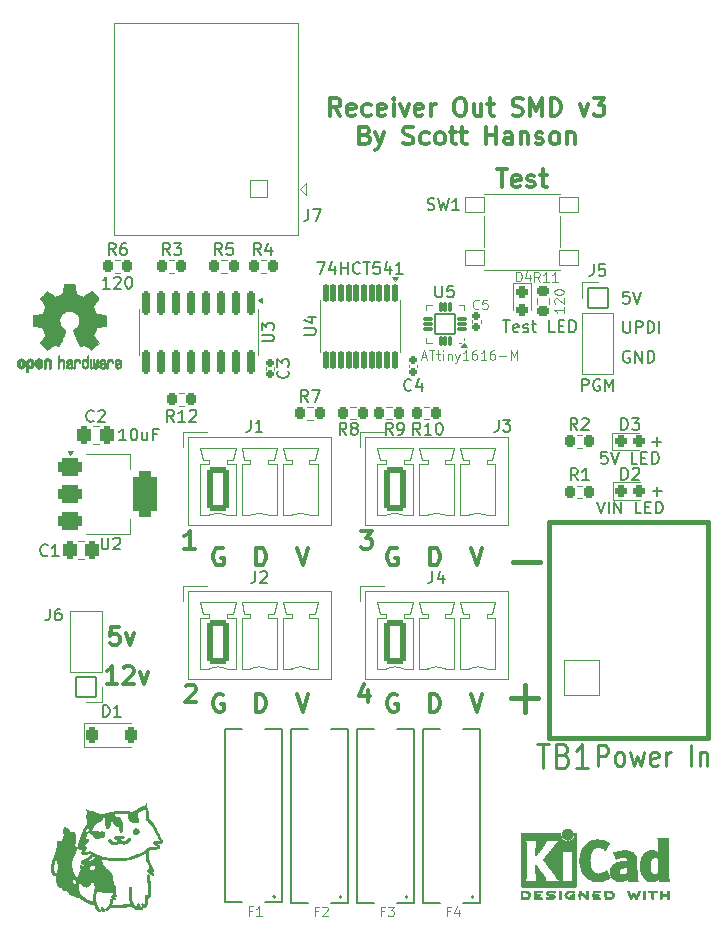
<source format=gbr>
%TF.GenerationSoftware,KiCad,Pcbnew,8.0.9*%
%TF.CreationDate,2025-02-23T20:40:55-05:00*%
%TF.ProjectId,Receiver_Out,52656365-6976-4657-925f-4f75742e6b69,v3*%
%TF.SameCoordinates,Original*%
%TF.FileFunction,Legend,Top*%
%TF.FilePolarity,Positive*%
%FSLAX46Y46*%
G04 Gerber Fmt 4.6, Leading zero omitted, Abs format (unit mm)*
G04 Created by KiCad (PCBNEW 8.0.9) date 2025-02-23 20:40:55*
%MOMM*%
%LPD*%
G01*
G04 APERTURE LIST*
G04 Aperture macros list*
%AMRoundRect*
0 Rectangle with rounded corners*
0 $1 Rounding radius*
0 $2 $3 $4 $5 $6 $7 $8 $9 X,Y pos of 4 corners*
0 Add a 4 corners polygon primitive as box body*
4,1,4,$2,$3,$4,$5,$6,$7,$8,$9,$2,$3,0*
0 Add four circle primitives for the rounded corners*
1,1,$1+$1,$2,$3*
1,1,$1+$1,$4,$5*
1,1,$1+$1,$6,$7*
1,1,$1+$1,$8,$9*
0 Add four rect primitives between the rounded corners*
20,1,$1+$1,$2,$3,$4,$5,0*
20,1,$1+$1,$4,$5,$6,$7,0*
20,1,$1+$1,$6,$7,$8,$9,0*
20,1,$1+$1,$8,$9,$2,$3,0*%
%AMFreePoly0*
4,1,27,0.318806,0.147118,0.354161,0.132473,0.370706,0.121417,0.421417,0.070706,0.432473,0.054161,0.447118,0.018806,0.451000,-0.000711,0.451000,-0.050000,0.447118,-0.069517,0.432473,-0.104872,0.404872,-0.132473,0.369517,-0.147118,0.350000,-0.151000,-0.350000,-0.151000,-0.369517,-0.147118,-0.404872,-0.132473,-0.432473,-0.104872,-0.447118,-0.069517,-0.451000,-0.050000,-0.451000,0.050000,
-0.447118,0.069517,-0.432473,0.104872,-0.404872,0.132473,-0.369517,0.147118,-0.350000,0.151000,0.299289,0.151000,0.318806,0.147118,0.318806,0.147118,$1*%
%AMFreePoly1*
4,1,27,0.369517,0.147118,0.404872,0.132473,0.432473,0.104872,0.447118,0.069517,0.451000,0.050000,0.451000,0.000711,0.447118,-0.018806,0.432473,-0.054161,0.421417,-0.070706,0.370706,-0.121417,0.354161,-0.132473,0.318806,-0.147118,0.299289,-0.151000,-0.350000,-0.151000,-0.369517,-0.147118,-0.404872,-0.132473,-0.432473,-0.104872,-0.447118,-0.069517,-0.451000,-0.050000,-0.451000,0.050000,
-0.447118,0.069517,-0.432473,0.104872,-0.404872,0.132473,-0.369517,0.147118,-0.350000,0.151000,0.350000,0.151000,0.369517,0.147118,0.369517,0.147118,$1*%
%AMFreePoly2*
4,1,27,0.069517,0.447118,0.104872,0.432473,0.132473,0.404872,0.147118,0.369517,0.151000,0.350000,0.151000,-0.350000,0.147118,-0.369517,0.132473,-0.404872,0.104872,-0.432473,0.069517,-0.447118,0.050000,-0.451000,-0.050000,-0.451000,-0.069517,-0.447118,-0.104872,-0.432473,-0.132473,-0.404872,-0.147118,-0.369517,-0.151000,-0.350000,-0.151000,0.299289,-0.147118,0.318806,-0.132473,0.354161,
-0.121417,0.370706,-0.070706,0.421417,-0.054161,0.432473,-0.018806,0.447118,0.000711,0.451000,0.050000,0.451000,0.069517,0.447118,0.069517,0.447118,$1*%
%AMFreePoly3*
4,1,27,0.018806,0.447118,0.054161,0.432473,0.070706,0.421417,0.121417,0.370706,0.132473,0.354161,0.147118,0.318806,0.151000,0.299289,0.151000,-0.350000,0.147118,-0.369517,0.132473,-0.404872,0.104872,-0.432473,0.069517,-0.447118,0.050000,-0.451000,-0.050000,-0.451000,-0.069517,-0.447118,-0.104872,-0.432473,-0.132473,-0.404872,-0.147118,-0.369517,-0.151000,-0.350000,-0.151000,0.350000,
-0.147118,0.369517,-0.132473,0.404872,-0.104872,0.432473,-0.069517,0.447118,-0.050000,0.451000,-0.000711,0.451000,0.018806,0.447118,0.018806,0.447118,$1*%
%AMFreePoly4*
4,1,27,0.369517,0.147118,0.404872,0.132473,0.432473,0.104872,0.447118,0.069517,0.451000,0.050000,0.451000,-0.050000,0.447118,-0.069517,0.432473,-0.104872,0.404872,-0.132473,0.369517,-0.147118,0.350000,-0.151000,-0.299289,-0.151000,-0.318806,-0.147118,-0.354161,-0.132473,-0.370706,-0.121417,-0.421417,-0.070706,-0.432473,-0.054161,-0.447118,-0.018806,-0.451000,0.000711,-0.451000,0.050000,
-0.447118,0.069517,-0.432473,0.104872,-0.404872,0.132473,-0.369517,0.147118,-0.350000,0.151000,0.350000,0.151000,0.369517,0.147118,0.369517,0.147118,$1*%
%AMFreePoly5*
4,1,27,0.369517,0.147118,0.404872,0.132473,0.432473,0.104872,0.447118,0.069517,0.451000,0.050000,0.451000,-0.050000,0.447118,-0.069517,0.432473,-0.104872,0.404872,-0.132473,0.369517,-0.147118,0.350000,-0.151000,-0.350000,-0.151000,-0.369517,-0.147118,-0.404872,-0.132473,-0.432473,-0.104872,-0.447118,-0.069517,-0.451000,-0.050000,-0.451000,-0.000711,-0.447118,0.018806,-0.432473,0.054161,
-0.421417,0.070706,-0.370706,0.121417,-0.354161,0.132473,-0.318806,0.147118,-0.299289,0.151000,0.350000,0.151000,0.369517,0.147118,0.369517,0.147118,$1*%
%AMFreePoly6*
4,1,27,0.069517,0.447118,0.104872,0.432473,0.132473,0.404872,0.147118,0.369517,0.151000,0.350000,0.151000,-0.299289,0.147118,-0.318806,0.132473,-0.354161,0.121417,-0.370706,0.070706,-0.421417,0.054161,-0.432473,0.018806,-0.447118,-0.000711,-0.451000,-0.050000,-0.451000,-0.069517,-0.447118,-0.104872,-0.432473,-0.132473,-0.404872,-0.147118,-0.369517,-0.151000,-0.350000,-0.151000,0.350000,
-0.147118,0.369517,-0.132473,0.404872,-0.104872,0.432473,-0.069517,0.447118,-0.050000,0.451000,0.050000,0.451000,0.069517,0.447118,0.069517,0.447118,$1*%
%AMFreePoly7*
4,1,27,0.069517,0.447118,0.104872,0.432473,0.132473,0.404872,0.147118,0.369517,0.151000,0.350000,0.151000,-0.350000,0.147118,-0.369517,0.132473,-0.404872,0.104872,-0.432473,0.069517,-0.447118,0.050000,-0.451000,0.000711,-0.451000,-0.018806,-0.447118,-0.054161,-0.432473,-0.070706,-0.421417,-0.121417,-0.370706,-0.132473,-0.354161,-0.147118,-0.318806,-0.151000,-0.299289,-0.151000,0.350000,
-0.147118,0.369517,-0.132473,0.404872,-0.104872,0.432473,-0.069517,0.447118,-0.050000,0.451000,0.050000,0.451000,0.069517,0.447118,0.069517,0.447118,$1*%
G04 Aperture macros list end*
%ADD10C,0.300000*%
%ADD11C,0.400000*%
%ADD12C,0.150000*%
%ADD13C,0.254000*%
%ADD14C,0.215900*%
%ADD15C,0.100000*%
%ADD16C,0.120000*%
%ADD17C,0.381000*%
%ADD18C,0.127000*%
%ADD19C,0.187000*%
%ADD20C,0.000000*%
%ADD21C,0.010000*%
%ADD22R,3.000000X3.000000*%
%ADD23C,3.000000*%
%ADD24RoundRect,0.264167X-0.686833X-1.586833X0.686833X-1.586833X0.686833X1.586833X-0.686833X1.586833X0*%
%ADD25O,1.902000X3.702000*%
%ADD26RoundRect,0.051000X1.500000X-1.500000X1.500000X1.500000X-1.500000X1.500000X-1.500000X-1.500000X0*%
%ADD27C,3.102000*%
%ADD28C,2.577000*%
%ADD29RoundRect,0.275500X-0.275500X-0.500500X0.275500X-0.500500X0.275500X0.500500X-0.275500X0.500500X0*%
%ADD30RoundRect,0.051000X0.850000X0.850000X-0.850000X0.850000X-0.850000X-0.850000X0.850000X-0.850000X0*%
%ADD31O,1.802000X1.802000*%
%ADD32RoundRect,0.275500X0.275500X0.500500X-0.275500X0.500500X-0.275500X-0.500500X0.275500X-0.500500X0*%
%ADD33RoundRect,0.225500X-0.225500X-0.300500X0.225500X-0.300500X0.225500X0.300500X-0.225500X0.300500X0*%
%ADD34RoundRect,0.244250X-0.244250X-0.281750X0.244250X-0.281750X0.244250X0.281750X-0.244250X0.281750X0*%
%ADD35C,3.402000*%
%ADD36RoundRect,0.051000X0.750000X0.750000X-0.750000X0.750000X-0.750000X-0.750000X0.750000X-0.750000X0*%
%ADD37C,1.602000*%
%ADD38RoundRect,0.225500X0.225500X0.300500X-0.225500X0.300500X-0.225500X-0.300500X0.225500X-0.300500X0*%
%ADD39RoundRect,0.175500X-0.175500X0.850500X-0.175500X-0.850500X0.175500X-0.850500X0.175500X0.850500X0*%
%ADD40RoundRect,0.165500X-0.195500X0.165500X-0.195500X-0.165500X0.195500X-0.165500X0.195500X0.165500X0*%
%ADD41RoundRect,0.250500X-0.250500X-0.400500X0.250500X-0.400500X0.250500X0.400500X-0.250500X0.400500X0*%
%ADD42RoundRect,0.400500X-0.650500X-0.400500X0.650500X-0.400500X0.650500X0.400500X-0.650500X0.400500X0*%
%ADD43RoundRect,0.525500X-0.525500X-1.425500X0.525500X-1.425500X0.525500X1.425500X-0.525500X1.425500X0*%
%ADD44RoundRect,0.125500X-0.125500X0.663000X-0.125500X-0.663000X0.125500X-0.663000X0.125500X0.663000X0*%
%ADD45RoundRect,0.244250X-0.281750X0.244250X-0.281750X-0.244250X0.281750X-0.244250X0.281750X0.244250X0*%
%ADD46RoundRect,0.051000X-0.850000X-0.850000X0.850000X-0.850000X0.850000X0.850000X-0.850000X0.850000X0*%
%ADD47RoundRect,0.051000X0.775000X0.650000X-0.775000X0.650000X-0.775000X-0.650000X0.775000X-0.650000X0*%
%ADD48FreePoly0,180.000000*%
%ADD49RoundRect,0.075500X0.375500X0.075500X-0.375500X0.075500X-0.375500X-0.075500X0.375500X-0.075500X0*%
%ADD50FreePoly1,180.000000*%
%ADD51FreePoly2,180.000000*%
%ADD52RoundRect,0.075500X0.075500X0.375500X-0.075500X0.375500X-0.075500X-0.375500X0.075500X-0.375500X0*%
%ADD53FreePoly3,180.000000*%
%ADD54FreePoly4,180.000000*%
%ADD55FreePoly5,180.000000*%
%ADD56FreePoly6,180.000000*%
%ADD57FreePoly7,180.000000*%
%ADD58RoundRect,0.225500X0.300500X-0.225500X0.300500X0.225500X-0.300500X0.225500X-0.300500X-0.225500X0*%
%ADD59C,3.802000*%
G04 APERTURE END LIST*
D10*
X-93419200Y-4402828D02*
X-92919200Y-5902828D01*
X-92919200Y-5902828D02*
X-92419200Y-4402828D01*
X-96868058Y-5902828D02*
X-96868058Y-4402828D01*
X-96868058Y-4402828D02*
X-96510915Y-4402828D01*
X-96510915Y-4402828D02*
X-96296629Y-4474257D01*
X-96296629Y-4474257D02*
X-96153772Y-4617114D01*
X-96153772Y-4617114D02*
X-96082343Y-4759971D01*
X-96082343Y-4759971D02*
X-96010915Y-5045685D01*
X-96010915Y-5045685D02*
X-96010915Y-5259971D01*
X-96010915Y-5259971D02*
X-96082343Y-5545685D01*
X-96082343Y-5545685D02*
X-96153772Y-5688542D01*
X-96153772Y-5688542D02*
X-96296629Y-5831400D01*
X-96296629Y-5831400D02*
X-96510915Y-5902828D01*
X-96510915Y-5902828D02*
X-96868058Y-5902828D01*
X-108151200Y7997172D02*
X-107651200Y6497172D01*
X-107651200Y6497172D02*
X-107151200Y7997172D01*
X-114370343Y-4474257D02*
X-114513200Y-4402828D01*
X-114513200Y-4402828D02*
X-114727486Y-4402828D01*
X-114727486Y-4402828D02*
X-114941772Y-4474257D01*
X-114941772Y-4474257D02*
X-115084629Y-4617114D01*
X-115084629Y-4617114D02*
X-115156058Y-4759971D01*
X-115156058Y-4759971D02*
X-115227486Y-5045685D01*
X-115227486Y-5045685D02*
X-115227486Y-5259971D01*
X-115227486Y-5259971D02*
X-115156058Y-5545685D01*
X-115156058Y-5545685D02*
X-115084629Y-5688542D01*
X-115084629Y-5688542D02*
X-114941772Y-5831400D01*
X-114941772Y-5831400D02*
X-114727486Y-5902828D01*
X-114727486Y-5902828D02*
X-114584629Y-5902828D01*
X-114584629Y-5902828D02*
X-114370343Y-5831400D01*
X-114370343Y-5831400D02*
X-114298915Y-5759971D01*
X-114298915Y-5759971D02*
X-114298915Y-5259971D01*
X-114298915Y-5259971D02*
X-114584629Y-5259971D01*
X-99638343Y7925743D02*
X-99781200Y7997172D01*
X-99781200Y7997172D02*
X-99995486Y7997172D01*
X-99995486Y7997172D02*
X-100209772Y7925743D01*
X-100209772Y7925743D02*
X-100352629Y7782886D01*
X-100352629Y7782886D02*
X-100424058Y7640029D01*
X-100424058Y7640029D02*
X-100495486Y7354315D01*
X-100495486Y7354315D02*
X-100495486Y7140029D01*
X-100495486Y7140029D02*
X-100424058Y6854315D01*
X-100424058Y6854315D02*
X-100352629Y6711458D01*
X-100352629Y6711458D02*
X-100209772Y6568600D01*
X-100209772Y6568600D02*
X-99995486Y6497172D01*
X-99995486Y6497172D02*
X-99852629Y6497172D01*
X-99852629Y6497172D02*
X-99638343Y6568600D01*
X-99638343Y6568600D02*
X-99566915Y6640029D01*
X-99566915Y6640029D02*
X-99566915Y7140029D01*
X-99566915Y7140029D02*
X-99852629Y7140029D01*
D11*
X-89859058Y6761500D02*
X-87573343Y6761500D01*
D10*
X-108151200Y-4402828D02*
X-107651200Y-5902828D01*
X-107651200Y-5902828D02*
X-107151200Y-4402828D01*
X-102716200Y9407372D02*
X-101787628Y9407372D01*
X-101787628Y9407372D02*
X-102287628Y8835943D01*
X-102287628Y8835943D02*
X-102073343Y8835943D01*
X-102073343Y8835943D02*
X-101930485Y8764515D01*
X-101930485Y8764515D02*
X-101859057Y8693086D01*
X-101859057Y8693086D02*
X-101787628Y8550229D01*
X-101787628Y8550229D02*
X-101787628Y8193086D01*
X-101787628Y8193086D02*
X-101859057Y8050229D01*
X-101859057Y8050229D02*
X-101930485Y7978800D01*
X-101930485Y7978800D02*
X-102073343Y7907372D01*
X-102073343Y7907372D02*
X-102501914Y7907372D01*
X-102501914Y7907372D02*
X-102644771Y7978800D01*
X-102644771Y7978800D02*
X-102716200Y8050229D01*
X-114370343Y7925743D02*
X-114513200Y7997172D01*
X-114513200Y7997172D02*
X-114727486Y7997172D01*
X-114727486Y7997172D02*
X-114941772Y7925743D01*
X-114941772Y7925743D02*
X-115084629Y7782886D01*
X-115084629Y7782886D02*
X-115156058Y7640029D01*
X-115156058Y7640029D02*
X-115227486Y7354315D01*
X-115227486Y7354315D02*
X-115227486Y7140029D01*
X-115227486Y7140029D02*
X-115156058Y6854315D01*
X-115156058Y6854315D02*
X-115084629Y6711458D01*
X-115084629Y6711458D02*
X-114941772Y6568600D01*
X-114941772Y6568600D02*
X-114727486Y6497172D01*
X-114727486Y6497172D02*
X-114584629Y6497172D01*
X-114584629Y6497172D02*
X-114370343Y6568600D01*
X-114370343Y6568600D02*
X-114298915Y6640029D01*
X-114298915Y6640029D02*
X-114298915Y7140029D01*
X-114298915Y7140029D02*
X-114584629Y7140029D01*
X-116787628Y7907372D02*
X-117644771Y7907372D01*
X-117216200Y7907372D02*
X-117216200Y9407372D01*
X-117216200Y9407372D02*
X-117359057Y9193086D01*
X-117359057Y9193086D02*
X-117501914Y9050229D01*
X-117501914Y9050229D02*
X-117644771Y8978800D01*
X-99638343Y-4474257D02*
X-99781200Y-4402828D01*
X-99781200Y-4402828D02*
X-99995486Y-4402828D01*
X-99995486Y-4402828D02*
X-100209772Y-4474257D01*
X-100209772Y-4474257D02*
X-100352629Y-4617114D01*
X-100352629Y-4617114D02*
X-100424058Y-4759971D01*
X-100424058Y-4759971D02*
X-100495486Y-5045685D01*
X-100495486Y-5045685D02*
X-100495486Y-5259971D01*
X-100495486Y-5259971D02*
X-100424058Y-5545685D01*
X-100424058Y-5545685D02*
X-100352629Y-5688542D01*
X-100352629Y-5688542D02*
X-100209772Y-5831400D01*
X-100209772Y-5831400D02*
X-99995486Y-5902828D01*
X-99995486Y-5902828D02*
X-99852629Y-5902828D01*
X-99852629Y-5902828D02*
X-99638343Y-5831400D01*
X-99638343Y-5831400D02*
X-99566915Y-5759971D01*
X-99566915Y-5759971D02*
X-99566915Y-5259971D01*
X-99566915Y-5259971D02*
X-99852629Y-5259971D01*
X-93419200Y7997172D02*
X-92919200Y6497172D01*
X-92919200Y6497172D02*
X-92419200Y7997172D01*
X-96868058Y6497172D02*
X-96868058Y7997172D01*
X-96868058Y7997172D02*
X-96510915Y7997172D01*
X-96510915Y7997172D02*
X-96296629Y7925743D01*
X-96296629Y7925743D02*
X-96153772Y7782886D01*
X-96153772Y7782886D02*
X-96082343Y7640029D01*
X-96082343Y7640029D02*
X-96010915Y7354315D01*
X-96010915Y7354315D02*
X-96010915Y7140029D01*
X-96010915Y7140029D02*
X-96082343Y6854315D01*
X-96082343Y6854315D02*
X-96153772Y6711458D01*
X-96153772Y6711458D02*
X-96296629Y6568600D01*
X-96296629Y6568600D02*
X-96510915Y6497172D01*
X-96510915Y6497172D02*
X-96868058Y6497172D01*
X-111600058Y6497172D02*
X-111600058Y7997172D01*
X-111600058Y7997172D02*
X-111242915Y7997172D01*
X-111242915Y7997172D02*
X-111028629Y7925743D01*
X-111028629Y7925743D02*
X-110885772Y7782886D01*
X-110885772Y7782886D02*
X-110814343Y7640029D01*
X-110814343Y7640029D02*
X-110742915Y7354315D01*
X-110742915Y7354315D02*
X-110742915Y7140029D01*
X-110742915Y7140029D02*
X-110814343Y6854315D01*
X-110814343Y6854315D02*
X-110885772Y6711458D01*
X-110885772Y6711458D02*
X-111028629Y6568600D01*
X-111028629Y6568600D02*
X-111242915Y6497172D01*
X-111242915Y6497172D02*
X-111600058Y6497172D01*
X-111600058Y-5902828D02*
X-111600058Y-4402828D01*
X-111600058Y-4402828D02*
X-111242915Y-4402828D01*
X-111242915Y-4402828D02*
X-111028629Y-4474257D01*
X-111028629Y-4474257D02*
X-110885772Y-4617114D01*
X-110885772Y-4617114D02*
X-110814343Y-4759971D01*
X-110814343Y-4759971D02*
X-110742915Y-5045685D01*
X-110742915Y-5045685D02*
X-110742915Y-5259971D01*
X-110742915Y-5259971D02*
X-110814343Y-5545685D01*
X-110814343Y-5545685D02*
X-110885772Y-5688542D01*
X-110885772Y-5688542D02*
X-111028629Y-5831400D01*
X-111028629Y-5831400D02*
X-111242915Y-5902828D01*
X-111242915Y-5902828D02*
X-111600058Y-5902828D01*
X-117544771Y-3735485D02*
X-117473343Y-3664057D01*
X-117473343Y-3664057D02*
X-117330485Y-3592628D01*
X-117330485Y-3592628D02*
X-116973343Y-3592628D01*
X-116973343Y-3592628D02*
X-116830485Y-3664057D01*
X-116830485Y-3664057D02*
X-116759057Y-3735485D01*
X-116759057Y-3735485D02*
X-116687628Y-3878342D01*
X-116687628Y-3878342D02*
X-116687628Y-4021200D01*
X-116687628Y-4021200D02*
X-116759057Y-4235485D01*
X-116759057Y-4235485D02*
X-117616200Y-5092628D01*
X-117616200Y-5092628D02*
X-116687628Y-5092628D01*
D11*
X-89959058Y-4738500D02*
X-87673343Y-4738500D01*
X-88816201Y-5881357D02*
X-88816201Y-3595642D01*
D10*
X-102130485Y-4092628D02*
X-102130485Y-5092628D01*
X-102487628Y-3521200D02*
X-102844771Y-4592628D01*
X-102844771Y-4592628D02*
X-101916200Y-4592628D01*
X-104440485Y44564830D02*
X-104940485Y45279116D01*
X-105297628Y44564830D02*
X-105297628Y46064830D01*
X-105297628Y46064830D02*
X-104726199Y46064830D01*
X-104726199Y46064830D02*
X-104583342Y45993401D01*
X-104583342Y45993401D02*
X-104511913Y45921973D01*
X-104511913Y45921973D02*
X-104440485Y45779116D01*
X-104440485Y45779116D02*
X-104440485Y45564830D01*
X-104440485Y45564830D02*
X-104511913Y45421973D01*
X-104511913Y45421973D02*
X-104583342Y45350544D01*
X-104583342Y45350544D02*
X-104726199Y45279116D01*
X-104726199Y45279116D02*
X-105297628Y45279116D01*
X-103226199Y44636258D02*
X-103369056Y44564830D01*
X-103369056Y44564830D02*
X-103654770Y44564830D01*
X-103654770Y44564830D02*
X-103797628Y44636258D01*
X-103797628Y44636258D02*
X-103869056Y44779116D01*
X-103869056Y44779116D02*
X-103869056Y45350544D01*
X-103869056Y45350544D02*
X-103797628Y45493401D01*
X-103797628Y45493401D02*
X-103654770Y45564830D01*
X-103654770Y45564830D02*
X-103369056Y45564830D01*
X-103369056Y45564830D02*
X-103226199Y45493401D01*
X-103226199Y45493401D02*
X-103154770Y45350544D01*
X-103154770Y45350544D02*
X-103154770Y45207687D01*
X-103154770Y45207687D02*
X-103869056Y45064830D01*
X-101869056Y44636258D02*
X-102011914Y44564830D01*
X-102011914Y44564830D02*
X-102297628Y44564830D01*
X-102297628Y44564830D02*
X-102440485Y44636258D01*
X-102440485Y44636258D02*
X-102511914Y44707687D01*
X-102511914Y44707687D02*
X-102583342Y44850544D01*
X-102583342Y44850544D02*
X-102583342Y45279116D01*
X-102583342Y45279116D02*
X-102511914Y45421973D01*
X-102511914Y45421973D02*
X-102440485Y45493401D01*
X-102440485Y45493401D02*
X-102297628Y45564830D01*
X-102297628Y45564830D02*
X-102011914Y45564830D01*
X-102011914Y45564830D02*
X-101869056Y45493401D01*
X-100654771Y44636258D02*
X-100797628Y44564830D01*
X-100797628Y44564830D02*
X-101083342Y44564830D01*
X-101083342Y44564830D02*
X-101226200Y44636258D01*
X-101226200Y44636258D02*
X-101297628Y44779116D01*
X-101297628Y44779116D02*
X-101297628Y45350544D01*
X-101297628Y45350544D02*
X-101226200Y45493401D01*
X-101226200Y45493401D02*
X-101083342Y45564830D01*
X-101083342Y45564830D02*
X-100797628Y45564830D01*
X-100797628Y45564830D02*
X-100654771Y45493401D01*
X-100654771Y45493401D02*
X-100583342Y45350544D01*
X-100583342Y45350544D02*
X-100583342Y45207687D01*
X-100583342Y45207687D02*
X-101297628Y45064830D01*
X-99940486Y44564830D02*
X-99940486Y45564830D01*
X-99940486Y46064830D02*
X-100011914Y45993401D01*
X-100011914Y45993401D02*
X-99940486Y45921973D01*
X-99940486Y45921973D02*
X-99869057Y45993401D01*
X-99869057Y45993401D02*
X-99940486Y46064830D01*
X-99940486Y46064830D02*
X-99940486Y45921973D01*
X-99369057Y45564830D02*
X-99011914Y44564830D01*
X-99011914Y44564830D02*
X-98654771Y45564830D01*
X-97511914Y44636258D02*
X-97654771Y44564830D01*
X-97654771Y44564830D02*
X-97940485Y44564830D01*
X-97940485Y44564830D02*
X-98083343Y44636258D01*
X-98083343Y44636258D02*
X-98154771Y44779116D01*
X-98154771Y44779116D02*
X-98154771Y45350544D01*
X-98154771Y45350544D02*
X-98083343Y45493401D01*
X-98083343Y45493401D02*
X-97940485Y45564830D01*
X-97940485Y45564830D02*
X-97654771Y45564830D01*
X-97654771Y45564830D02*
X-97511914Y45493401D01*
X-97511914Y45493401D02*
X-97440485Y45350544D01*
X-97440485Y45350544D02*
X-97440485Y45207687D01*
X-97440485Y45207687D02*
X-98154771Y45064830D01*
X-96797629Y44564830D02*
X-96797629Y45564830D01*
X-96797629Y45279116D02*
X-96726200Y45421973D01*
X-96726200Y45421973D02*
X-96654771Y45493401D01*
X-96654771Y45493401D02*
X-96511914Y45564830D01*
X-96511914Y45564830D02*
X-96369057Y45564830D01*
X-94440486Y46064830D02*
X-94154772Y46064830D01*
X-94154772Y46064830D02*
X-94011915Y45993401D01*
X-94011915Y45993401D02*
X-93869058Y45850544D01*
X-93869058Y45850544D02*
X-93797629Y45564830D01*
X-93797629Y45564830D02*
X-93797629Y45064830D01*
X-93797629Y45064830D02*
X-93869058Y44779116D01*
X-93869058Y44779116D02*
X-94011915Y44636258D01*
X-94011915Y44636258D02*
X-94154772Y44564830D01*
X-94154772Y44564830D02*
X-94440486Y44564830D01*
X-94440486Y44564830D02*
X-94583343Y44636258D01*
X-94583343Y44636258D02*
X-94726201Y44779116D01*
X-94726201Y44779116D02*
X-94797629Y45064830D01*
X-94797629Y45064830D02*
X-94797629Y45564830D01*
X-94797629Y45564830D02*
X-94726201Y45850544D01*
X-94726201Y45850544D02*
X-94583343Y45993401D01*
X-94583343Y45993401D02*
X-94440486Y46064830D01*
X-92511914Y45564830D02*
X-92511914Y44564830D01*
X-93154772Y45564830D02*
X-93154772Y44779116D01*
X-93154772Y44779116D02*
X-93083343Y44636258D01*
X-93083343Y44636258D02*
X-92940486Y44564830D01*
X-92940486Y44564830D02*
X-92726200Y44564830D01*
X-92726200Y44564830D02*
X-92583343Y44636258D01*
X-92583343Y44636258D02*
X-92511914Y44707687D01*
X-92011914Y45564830D02*
X-91440486Y45564830D01*
X-91797629Y46064830D02*
X-91797629Y44779116D01*
X-91797629Y44779116D02*
X-91726200Y44636258D01*
X-91726200Y44636258D02*
X-91583343Y44564830D01*
X-91583343Y44564830D02*
X-91440486Y44564830D01*
X-89869057Y44636258D02*
X-89654771Y44564830D01*
X-89654771Y44564830D02*
X-89297629Y44564830D01*
X-89297629Y44564830D02*
X-89154771Y44636258D01*
X-89154771Y44636258D02*
X-89083343Y44707687D01*
X-89083343Y44707687D02*
X-89011914Y44850544D01*
X-89011914Y44850544D02*
X-89011914Y44993401D01*
X-89011914Y44993401D02*
X-89083343Y45136258D01*
X-89083343Y45136258D02*
X-89154771Y45207687D01*
X-89154771Y45207687D02*
X-89297629Y45279116D01*
X-89297629Y45279116D02*
X-89583343Y45350544D01*
X-89583343Y45350544D02*
X-89726200Y45421973D01*
X-89726200Y45421973D02*
X-89797629Y45493401D01*
X-89797629Y45493401D02*
X-89869057Y45636258D01*
X-89869057Y45636258D02*
X-89869057Y45779116D01*
X-89869057Y45779116D02*
X-89797629Y45921973D01*
X-89797629Y45921973D02*
X-89726200Y45993401D01*
X-89726200Y45993401D02*
X-89583343Y46064830D01*
X-89583343Y46064830D02*
X-89226200Y46064830D01*
X-89226200Y46064830D02*
X-89011914Y45993401D01*
X-88369058Y44564830D02*
X-88369058Y46064830D01*
X-88369058Y46064830D02*
X-87869058Y44993401D01*
X-87869058Y44993401D02*
X-87369058Y46064830D01*
X-87369058Y46064830D02*
X-87369058Y44564830D01*
X-86654772Y44564830D02*
X-86654772Y46064830D01*
X-86654772Y46064830D02*
X-86297629Y46064830D01*
X-86297629Y46064830D02*
X-86083343Y45993401D01*
X-86083343Y45993401D02*
X-85940486Y45850544D01*
X-85940486Y45850544D02*
X-85869057Y45707687D01*
X-85869057Y45707687D02*
X-85797629Y45421973D01*
X-85797629Y45421973D02*
X-85797629Y45207687D01*
X-85797629Y45207687D02*
X-85869057Y44921973D01*
X-85869057Y44921973D02*
X-85940486Y44779116D01*
X-85940486Y44779116D02*
X-86083343Y44636258D01*
X-86083343Y44636258D02*
X-86297629Y44564830D01*
X-86297629Y44564830D02*
X-86654772Y44564830D01*
X-84154772Y45564830D02*
X-83797629Y44564830D01*
X-83797629Y44564830D02*
X-83440486Y45564830D01*
X-83011915Y46064830D02*
X-82083343Y46064830D01*
X-82083343Y46064830D02*
X-82583343Y45493401D01*
X-82583343Y45493401D02*
X-82369058Y45493401D01*
X-82369058Y45493401D02*
X-82226200Y45421973D01*
X-82226200Y45421973D02*
X-82154772Y45350544D01*
X-82154772Y45350544D02*
X-82083343Y45207687D01*
X-82083343Y45207687D02*
X-82083343Y44850544D01*
X-82083343Y44850544D02*
X-82154772Y44707687D01*
X-82154772Y44707687D02*
X-82226200Y44636258D01*
X-82226200Y44636258D02*
X-82369058Y44564830D01*
X-82369058Y44564830D02*
X-82797629Y44564830D01*
X-82797629Y44564830D02*
X-82940486Y44636258D01*
X-82940486Y44636258D02*
X-83011915Y44707687D01*
X-102333344Y42935628D02*
X-102119058Y42864200D01*
X-102119058Y42864200D02*
X-102047629Y42792771D01*
X-102047629Y42792771D02*
X-101976201Y42649914D01*
X-101976201Y42649914D02*
X-101976201Y42435628D01*
X-101976201Y42435628D02*
X-102047629Y42292771D01*
X-102047629Y42292771D02*
X-102119058Y42221342D01*
X-102119058Y42221342D02*
X-102261915Y42149914D01*
X-102261915Y42149914D02*
X-102833344Y42149914D01*
X-102833344Y42149914D02*
X-102833344Y43649914D01*
X-102833344Y43649914D02*
X-102333344Y43649914D01*
X-102333344Y43649914D02*
X-102190486Y43578485D01*
X-102190486Y43578485D02*
X-102119058Y43507057D01*
X-102119058Y43507057D02*
X-102047629Y43364200D01*
X-102047629Y43364200D02*
X-102047629Y43221342D01*
X-102047629Y43221342D02*
X-102119058Y43078485D01*
X-102119058Y43078485D02*
X-102190486Y43007057D01*
X-102190486Y43007057D02*
X-102333344Y42935628D01*
X-102333344Y42935628D02*
X-102833344Y42935628D01*
X-101476201Y43149914D02*
X-101119058Y42149914D01*
X-100761915Y43149914D02*
X-101119058Y42149914D01*
X-101119058Y42149914D02*
X-101261915Y41792771D01*
X-101261915Y41792771D02*
X-101333344Y41721342D01*
X-101333344Y41721342D02*
X-101476201Y41649914D01*
X-99119058Y42221342D02*
X-98904772Y42149914D01*
X-98904772Y42149914D02*
X-98547630Y42149914D01*
X-98547630Y42149914D02*
X-98404772Y42221342D01*
X-98404772Y42221342D02*
X-98333344Y42292771D01*
X-98333344Y42292771D02*
X-98261915Y42435628D01*
X-98261915Y42435628D02*
X-98261915Y42578485D01*
X-98261915Y42578485D02*
X-98333344Y42721342D01*
X-98333344Y42721342D02*
X-98404772Y42792771D01*
X-98404772Y42792771D02*
X-98547630Y42864200D01*
X-98547630Y42864200D02*
X-98833344Y42935628D01*
X-98833344Y42935628D02*
X-98976201Y43007057D01*
X-98976201Y43007057D02*
X-99047630Y43078485D01*
X-99047630Y43078485D02*
X-99119058Y43221342D01*
X-99119058Y43221342D02*
X-99119058Y43364200D01*
X-99119058Y43364200D02*
X-99047630Y43507057D01*
X-99047630Y43507057D02*
X-98976201Y43578485D01*
X-98976201Y43578485D02*
X-98833344Y43649914D01*
X-98833344Y43649914D02*
X-98476201Y43649914D01*
X-98476201Y43649914D02*
X-98261915Y43578485D01*
X-96976201Y42221342D02*
X-97119059Y42149914D01*
X-97119059Y42149914D02*
X-97404773Y42149914D01*
X-97404773Y42149914D02*
X-97547630Y42221342D01*
X-97547630Y42221342D02*
X-97619059Y42292771D01*
X-97619059Y42292771D02*
X-97690487Y42435628D01*
X-97690487Y42435628D02*
X-97690487Y42864200D01*
X-97690487Y42864200D02*
X-97619059Y43007057D01*
X-97619059Y43007057D02*
X-97547630Y43078485D01*
X-97547630Y43078485D02*
X-97404773Y43149914D01*
X-97404773Y43149914D02*
X-97119059Y43149914D01*
X-97119059Y43149914D02*
X-96976201Y43078485D01*
X-96119059Y42149914D02*
X-96261916Y42221342D01*
X-96261916Y42221342D02*
X-96333345Y42292771D01*
X-96333345Y42292771D02*
X-96404773Y42435628D01*
X-96404773Y42435628D02*
X-96404773Y42864200D01*
X-96404773Y42864200D02*
X-96333345Y43007057D01*
X-96333345Y43007057D02*
X-96261916Y43078485D01*
X-96261916Y43078485D02*
X-96119059Y43149914D01*
X-96119059Y43149914D02*
X-95904773Y43149914D01*
X-95904773Y43149914D02*
X-95761916Y43078485D01*
X-95761916Y43078485D02*
X-95690487Y43007057D01*
X-95690487Y43007057D02*
X-95619059Y42864200D01*
X-95619059Y42864200D02*
X-95619059Y42435628D01*
X-95619059Y42435628D02*
X-95690487Y42292771D01*
X-95690487Y42292771D02*
X-95761916Y42221342D01*
X-95761916Y42221342D02*
X-95904773Y42149914D01*
X-95904773Y42149914D02*
X-96119059Y42149914D01*
X-95190487Y43149914D02*
X-94619059Y43149914D01*
X-94976202Y43649914D02*
X-94976202Y42364200D01*
X-94976202Y42364200D02*
X-94904773Y42221342D01*
X-94904773Y42221342D02*
X-94761916Y42149914D01*
X-94761916Y42149914D02*
X-94619059Y42149914D01*
X-94333344Y43149914D02*
X-93761916Y43149914D01*
X-94119059Y43649914D02*
X-94119059Y42364200D01*
X-94119059Y42364200D02*
X-94047630Y42221342D01*
X-94047630Y42221342D02*
X-93904773Y42149914D01*
X-93904773Y42149914D02*
X-93761916Y42149914D01*
X-92119059Y42149914D02*
X-92119059Y43649914D01*
X-92119059Y42935628D02*
X-91261916Y42935628D01*
X-91261916Y42149914D02*
X-91261916Y43649914D01*
X-89904772Y42149914D02*
X-89904772Y42935628D01*
X-89904772Y42935628D02*
X-89976201Y43078485D01*
X-89976201Y43078485D02*
X-90119058Y43149914D01*
X-90119058Y43149914D02*
X-90404772Y43149914D01*
X-90404772Y43149914D02*
X-90547630Y43078485D01*
X-89904772Y42221342D02*
X-90047630Y42149914D01*
X-90047630Y42149914D02*
X-90404772Y42149914D01*
X-90404772Y42149914D02*
X-90547630Y42221342D01*
X-90547630Y42221342D02*
X-90619058Y42364200D01*
X-90619058Y42364200D02*
X-90619058Y42507057D01*
X-90619058Y42507057D02*
X-90547630Y42649914D01*
X-90547630Y42649914D02*
X-90404772Y42721342D01*
X-90404772Y42721342D02*
X-90047630Y42721342D01*
X-90047630Y42721342D02*
X-89904772Y42792771D01*
X-89190487Y43149914D02*
X-89190487Y42149914D01*
X-89190487Y43007057D02*
X-89119058Y43078485D01*
X-89119058Y43078485D02*
X-88976201Y43149914D01*
X-88976201Y43149914D02*
X-88761915Y43149914D01*
X-88761915Y43149914D02*
X-88619058Y43078485D01*
X-88619058Y43078485D02*
X-88547629Y42935628D01*
X-88547629Y42935628D02*
X-88547629Y42149914D01*
X-87904772Y42221342D02*
X-87761915Y42149914D01*
X-87761915Y42149914D02*
X-87476201Y42149914D01*
X-87476201Y42149914D02*
X-87333344Y42221342D01*
X-87333344Y42221342D02*
X-87261915Y42364200D01*
X-87261915Y42364200D02*
X-87261915Y42435628D01*
X-87261915Y42435628D02*
X-87333344Y42578485D01*
X-87333344Y42578485D02*
X-87476201Y42649914D01*
X-87476201Y42649914D02*
X-87690486Y42649914D01*
X-87690486Y42649914D02*
X-87833344Y42721342D01*
X-87833344Y42721342D02*
X-87904772Y42864200D01*
X-87904772Y42864200D02*
X-87904772Y42935628D01*
X-87904772Y42935628D02*
X-87833344Y43078485D01*
X-87833344Y43078485D02*
X-87690486Y43149914D01*
X-87690486Y43149914D02*
X-87476201Y43149914D01*
X-87476201Y43149914D02*
X-87333344Y43078485D01*
X-86404772Y42149914D02*
X-86547629Y42221342D01*
X-86547629Y42221342D02*
X-86619058Y42292771D01*
X-86619058Y42292771D02*
X-86690486Y42435628D01*
X-86690486Y42435628D02*
X-86690486Y42864200D01*
X-86690486Y42864200D02*
X-86619058Y43007057D01*
X-86619058Y43007057D02*
X-86547629Y43078485D01*
X-86547629Y43078485D02*
X-86404772Y43149914D01*
X-86404772Y43149914D02*
X-86190486Y43149914D01*
X-86190486Y43149914D02*
X-86047629Y43078485D01*
X-86047629Y43078485D02*
X-85976200Y43007057D01*
X-85976200Y43007057D02*
X-85904772Y42864200D01*
X-85904772Y42864200D02*
X-85904772Y42435628D01*
X-85904772Y42435628D02*
X-85976200Y42292771D01*
X-85976200Y42292771D02*
X-86047629Y42221342D01*
X-86047629Y42221342D02*
X-86190486Y42149914D01*
X-86190486Y42149914D02*
X-86404772Y42149914D01*
X-85261915Y43149914D02*
X-85261915Y42149914D01*
X-85261915Y43007057D02*
X-85190486Y43078485D01*
X-85190486Y43078485D02*
X-85047629Y43149914D01*
X-85047629Y43149914D02*
X-84833343Y43149914D01*
X-84833343Y43149914D02*
X-84690486Y43078485D01*
X-84690486Y43078485D02*
X-84619057Y42935628D01*
X-84619057Y42935628D02*
X-84619057Y42149914D01*
D12*
X-77634334Y12406749D02*
X-77634334Y13168653D01*
X-77253381Y12787701D02*
X-78015286Y12787701D01*
X-77659334Y16599750D02*
X-77659334Y17361654D01*
X-77278381Y16980702D02*
X-78040286Y16980702D01*
D10*
X-123373342Y-3542628D02*
X-124230485Y-3542628D01*
X-123801914Y-3542628D02*
X-123801914Y-2042628D01*
X-123801914Y-2042628D02*
X-123944771Y-2256914D01*
X-123944771Y-2256914D02*
X-124087628Y-2399771D01*
X-124087628Y-2399771D02*
X-124230485Y-2471200D01*
X-122801914Y-2185485D02*
X-122730486Y-2114057D01*
X-122730486Y-2114057D02*
X-122587628Y-2042628D01*
X-122587628Y-2042628D02*
X-122230486Y-2042628D01*
X-122230486Y-2042628D02*
X-122087628Y-2114057D01*
X-122087628Y-2114057D02*
X-122016200Y-2185485D01*
X-122016200Y-2185485D02*
X-121944771Y-2328342D01*
X-121944771Y-2328342D02*
X-121944771Y-2471200D01*
X-121944771Y-2471200D02*
X-122016200Y-2685485D01*
X-122016200Y-2685485D02*
X-122873343Y-3542628D01*
X-122873343Y-3542628D02*
X-121944771Y-3542628D01*
X-121444772Y-2542628D02*
X-121087629Y-3542628D01*
X-121087629Y-3542628D02*
X-120730486Y-2542628D01*
D12*
X-80479421Y27165881D02*
X-80479421Y26356358D01*
X-80479421Y26356358D02*
X-80431802Y26261120D01*
X-80431802Y26261120D02*
X-80384183Y26213500D01*
X-80384183Y26213500D02*
X-80288945Y26165881D01*
X-80288945Y26165881D02*
X-80098469Y26165881D01*
X-80098469Y26165881D02*
X-80003231Y26213500D01*
X-80003231Y26213500D02*
X-79955612Y26261120D01*
X-79955612Y26261120D02*
X-79907993Y26356358D01*
X-79907993Y26356358D02*
X-79907993Y27165881D01*
X-79431802Y26165881D02*
X-79431802Y27165881D01*
X-79431802Y27165881D02*
X-79050850Y27165881D01*
X-79050850Y27165881D02*
X-78955612Y27118262D01*
X-78955612Y27118262D02*
X-78907993Y27070643D01*
X-78907993Y27070643D02*
X-78860374Y26975405D01*
X-78860374Y26975405D02*
X-78860374Y26832548D01*
X-78860374Y26832548D02*
X-78907993Y26737310D01*
X-78907993Y26737310D02*
X-78955612Y26689691D01*
X-78955612Y26689691D02*
X-79050850Y26642072D01*
X-79050850Y26642072D02*
X-79431802Y26642072D01*
X-78431802Y26165881D02*
X-78431802Y27165881D01*
X-78431802Y27165881D02*
X-78193707Y27165881D01*
X-78193707Y27165881D02*
X-78050850Y27118262D01*
X-78050850Y27118262D02*
X-77955612Y27023024D01*
X-77955612Y27023024D02*
X-77907993Y26927786D01*
X-77907993Y26927786D02*
X-77860374Y26737310D01*
X-77860374Y26737310D02*
X-77860374Y26594453D01*
X-77860374Y26594453D02*
X-77907993Y26403977D01*
X-77907993Y26403977D02*
X-77955612Y26308739D01*
X-77955612Y26308739D02*
X-78050850Y26213500D01*
X-78050850Y26213500D02*
X-78193707Y26165881D01*
X-78193707Y26165881D02*
X-78431802Y26165881D01*
X-77431802Y26165881D02*
X-77431802Y27165881D01*
D10*
X-123180486Y1257372D02*
X-123894772Y1257372D01*
X-123894772Y1257372D02*
X-123966200Y543086D01*
X-123966200Y543086D02*
X-123894772Y614515D01*
X-123894772Y614515D02*
X-123751914Y685943D01*
X-123751914Y685943D02*
X-123394772Y685943D01*
X-123394772Y685943D02*
X-123251914Y614515D01*
X-123251914Y614515D02*
X-123180486Y543086D01*
X-123180486Y543086D02*
X-123109057Y400229D01*
X-123109057Y400229D02*
X-123109057Y43086D01*
X-123109057Y43086D02*
X-123180486Y-99771D01*
X-123180486Y-99771D02*
X-123251914Y-171200D01*
X-123251914Y-171200D02*
X-123394772Y-242628D01*
X-123394772Y-242628D02*
X-123751914Y-242628D01*
X-123751914Y-242628D02*
X-123894772Y-171200D01*
X-123894772Y-171200D02*
X-123966200Y-99771D01*
X-122609058Y757372D02*
X-122251915Y-242628D01*
X-122251915Y-242628D02*
X-121894772Y757372D01*
D12*
X-80003231Y29665881D02*
X-80479421Y29665881D01*
X-80479421Y29665881D02*
X-80527040Y29189691D01*
X-80527040Y29189691D02*
X-80479421Y29237310D01*
X-80479421Y29237310D02*
X-80384183Y29284929D01*
X-80384183Y29284929D02*
X-80146088Y29284929D01*
X-80146088Y29284929D02*
X-80050850Y29237310D01*
X-80050850Y29237310D02*
X-80003231Y29189691D01*
X-80003231Y29189691D02*
X-79955612Y29094453D01*
X-79955612Y29094453D02*
X-79955612Y28856358D01*
X-79955612Y28856358D02*
X-80003231Y28761120D01*
X-80003231Y28761120D02*
X-80050850Y28713500D01*
X-80050850Y28713500D02*
X-80146088Y28665881D01*
X-80146088Y28665881D02*
X-80384183Y28665881D01*
X-80384183Y28665881D02*
X-80479421Y28713500D01*
X-80479421Y28713500D02*
X-80527040Y28761120D01*
X-79669897Y29665881D02*
X-79336564Y28665881D01*
X-79336564Y28665881D02*
X-79003231Y29665881D01*
X-79955612Y24618262D02*
X-80050850Y24665881D01*
X-80050850Y24665881D02*
X-80193707Y24665881D01*
X-80193707Y24665881D02*
X-80336564Y24618262D01*
X-80336564Y24618262D02*
X-80431802Y24523024D01*
X-80431802Y24523024D02*
X-80479421Y24427786D01*
X-80479421Y24427786D02*
X-80527040Y24237310D01*
X-80527040Y24237310D02*
X-80527040Y24094453D01*
X-80527040Y24094453D02*
X-80479421Y23903977D01*
X-80479421Y23903977D02*
X-80431802Y23808739D01*
X-80431802Y23808739D02*
X-80336564Y23713500D01*
X-80336564Y23713500D02*
X-80193707Y23665881D01*
X-80193707Y23665881D02*
X-80098469Y23665881D01*
X-80098469Y23665881D02*
X-79955612Y23713500D01*
X-79955612Y23713500D02*
X-79907993Y23761120D01*
X-79907993Y23761120D02*
X-79907993Y24094453D01*
X-79907993Y24094453D02*
X-80098469Y24094453D01*
X-79479421Y23665881D02*
X-79479421Y24665881D01*
X-79479421Y24665881D02*
X-78907993Y23665881D01*
X-78907993Y23665881D02*
X-78907993Y24665881D01*
X-78431802Y23665881D02*
X-78431802Y24665881D01*
X-78431802Y24665881D02*
X-78193707Y24665881D01*
X-78193707Y24665881D02*
X-78050850Y24618262D01*
X-78050850Y24618262D02*
X-77955612Y24523024D01*
X-77955612Y24523024D02*
X-77907993Y24427786D01*
X-77907993Y24427786D02*
X-77860374Y24237310D01*
X-77860374Y24237310D02*
X-77860374Y24094453D01*
X-77860374Y24094453D02*
X-77907993Y23903977D01*
X-77907993Y23903977D02*
X-77955612Y23808739D01*
X-77955612Y23808739D02*
X-78050850Y23713500D01*
X-78050850Y23713500D02*
X-78193707Y23665881D01*
X-78193707Y23665881D02*
X-78431802Y23665881D01*
X-111650534Y5998681D02*
X-111650534Y5284396D01*
X-111650534Y5284396D02*
X-111698153Y5141539D01*
X-111698153Y5141539D02*
X-111793391Y5046300D01*
X-111793391Y5046300D02*
X-111936248Y4998681D01*
X-111936248Y4998681D02*
X-112031486Y4998681D01*
X-111221962Y5903443D02*
X-111174343Y5951062D01*
X-111174343Y5951062D02*
X-111079105Y5998681D01*
X-111079105Y5998681D02*
X-110841010Y5998681D01*
X-110841010Y5998681D02*
X-110745772Y5951062D01*
X-110745772Y5951062D02*
X-110698153Y5903443D01*
X-110698153Y5903443D02*
X-110650534Y5808205D01*
X-110650534Y5808205D02*
X-110650534Y5712967D01*
X-110650534Y5712967D02*
X-110698153Y5570110D01*
X-110698153Y5570110D02*
X-111269581Y4998681D01*
X-111269581Y4998681D02*
X-110650534Y4998681D01*
X-96650534Y5998681D02*
X-96650534Y5284396D01*
X-96650534Y5284396D02*
X-96698153Y5141539D01*
X-96698153Y5141539D02*
X-96793391Y5046300D01*
X-96793391Y5046300D02*
X-96936248Y4998681D01*
X-96936248Y4998681D02*
X-97031486Y4998681D01*
X-95745772Y5665348D02*
X-95745772Y4998681D01*
X-95983867Y6046300D02*
X-96221962Y5332015D01*
X-96221962Y5332015D02*
X-95602915Y5332015D01*
X-91049534Y18830881D02*
X-91049534Y18116596D01*
X-91049534Y18116596D02*
X-91097153Y17973739D01*
X-91097153Y17973739D02*
X-91192391Y17878500D01*
X-91192391Y17878500D02*
X-91335248Y17830881D01*
X-91335248Y17830881D02*
X-91430486Y17830881D01*
X-90668581Y18830881D02*
X-90049534Y18830881D01*
X-90049534Y18830881D02*
X-90382867Y18449929D01*
X-90382867Y18449929D02*
X-90240010Y18449929D01*
X-90240010Y18449929D02*
X-90144772Y18402310D01*
X-90144772Y18402310D02*
X-90097153Y18354691D01*
X-90097153Y18354691D02*
X-90049534Y18259453D01*
X-90049534Y18259453D02*
X-90049534Y18021358D01*
X-90049534Y18021358D02*
X-90097153Y17926120D01*
X-90097153Y17926120D02*
X-90144772Y17878500D01*
X-90144772Y17878500D02*
X-90240010Y17830881D01*
X-90240010Y17830881D02*
X-90525724Y17830881D01*
X-90525724Y17830881D02*
X-90620962Y17878500D01*
X-90620962Y17878500D02*
X-90668581Y17926120D01*
X-112049534Y18830881D02*
X-112049534Y18116596D01*
X-112049534Y18116596D02*
X-112097153Y17973739D01*
X-112097153Y17973739D02*
X-112192391Y17878500D01*
X-112192391Y17878500D02*
X-112335248Y17830881D01*
X-112335248Y17830881D02*
X-112430486Y17830881D01*
X-111049534Y17830881D02*
X-111620962Y17830881D01*
X-111335248Y17830881D02*
X-111335248Y18830881D01*
X-111335248Y18830881D02*
X-111430486Y18688024D01*
X-111430486Y18688024D02*
X-111525724Y18592786D01*
X-111525724Y18592786D02*
X-111620962Y18545167D01*
D13*
X-87759867Y-8609133D02*
X-86743867Y-8609133D01*
X-87251867Y-10641133D02*
X-87251867Y-8609133D01*
X-85558533Y-9576752D02*
X-85304533Y-9673514D01*
X-85304533Y-9673514D02*
X-85219867Y-9770276D01*
X-85219867Y-9770276D02*
X-85135200Y-9963800D01*
X-85135200Y-9963800D02*
X-85135200Y-10254086D01*
X-85135200Y-10254086D02*
X-85219867Y-10447610D01*
X-85219867Y-10447610D02*
X-85304533Y-10544372D01*
X-85304533Y-10544372D02*
X-85473867Y-10641133D01*
X-85473867Y-10641133D02*
X-86151200Y-10641133D01*
X-86151200Y-10641133D02*
X-86151200Y-8609133D01*
X-86151200Y-8609133D02*
X-85558533Y-8609133D01*
X-85558533Y-8609133D02*
X-85389200Y-8705895D01*
X-85389200Y-8705895D02*
X-85304533Y-8802657D01*
X-85304533Y-8802657D02*
X-85219867Y-8996181D01*
X-85219867Y-8996181D02*
X-85219867Y-9189705D01*
X-85219867Y-9189705D02*
X-85304533Y-9383229D01*
X-85304533Y-9383229D02*
X-85389200Y-9479991D01*
X-85389200Y-9479991D02*
X-85558533Y-9576752D01*
X-85558533Y-9576752D02*
X-86151200Y-9576752D01*
X-83441867Y-10641133D02*
X-84457867Y-10641133D01*
X-83949867Y-10641133D02*
X-83949867Y-8609133D01*
X-83949867Y-8609133D02*
X-84119200Y-8899419D01*
X-84119200Y-8899419D02*
X-84288533Y-9092943D01*
X-84288533Y-9092943D02*
X-84457867Y-9189705D01*
D14*
X-82660771Y-10525610D02*
X-82660771Y-8747610D01*
X-82660771Y-8747610D02*
X-82080200Y-8747610D01*
X-82080200Y-8747610D02*
X-81935057Y-8832277D01*
X-81935057Y-8832277D02*
X-81862486Y-8916944D01*
X-81862486Y-8916944D02*
X-81789914Y-9086277D01*
X-81789914Y-9086277D02*
X-81789914Y-9340277D01*
X-81789914Y-9340277D02*
X-81862486Y-9509610D01*
X-81862486Y-9509610D02*
X-81935057Y-9594277D01*
X-81935057Y-9594277D02*
X-82080200Y-9678944D01*
X-82080200Y-9678944D02*
X-82660771Y-9678944D01*
X-80919057Y-10525610D02*
X-81064200Y-10440944D01*
X-81064200Y-10440944D02*
X-81136771Y-10356277D01*
X-81136771Y-10356277D02*
X-81209343Y-10186944D01*
X-81209343Y-10186944D02*
X-81209343Y-9678944D01*
X-81209343Y-9678944D02*
X-81136771Y-9509610D01*
X-81136771Y-9509610D02*
X-81064200Y-9424944D01*
X-81064200Y-9424944D02*
X-80919057Y-9340277D01*
X-80919057Y-9340277D02*
X-80701343Y-9340277D01*
X-80701343Y-9340277D02*
X-80556200Y-9424944D01*
X-80556200Y-9424944D02*
X-80483628Y-9509610D01*
X-80483628Y-9509610D02*
X-80411057Y-9678944D01*
X-80411057Y-9678944D02*
X-80411057Y-10186944D01*
X-80411057Y-10186944D02*
X-80483628Y-10356277D01*
X-80483628Y-10356277D02*
X-80556200Y-10440944D01*
X-80556200Y-10440944D02*
X-80701343Y-10525610D01*
X-80701343Y-10525610D02*
X-80919057Y-10525610D01*
X-79903057Y-9340277D02*
X-79612771Y-10525610D01*
X-79612771Y-10525610D02*
X-79322486Y-9678944D01*
X-79322486Y-9678944D02*
X-79032200Y-10525610D01*
X-79032200Y-10525610D02*
X-78741914Y-9340277D01*
X-77580772Y-10440944D02*
X-77725915Y-10525610D01*
X-77725915Y-10525610D02*
X-78016200Y-10525610D01*
X-78016200Y-10525610D02*
X-78161343Y-10440944D01*
X-78161343Y-10440944D02*
X-78233915Y-10271610D01*
X-78233915Y-10271610D02*
X-78233915Y-9594277D01*
X-78233915Y-9594277D02*
X-78161343Y-9424944D01*
X-78161343Y-9424944D02*
X-78016200Y-9340277D01*
X-78016200Y-9340277D02*
X-77725915Y-9340277D01*
X-77725915Y-9340277D02*
X-77580772Y-9424944D01*
X-77580772Y-9424944D02*
X-77508200Y-9594277D01*
X-77508200Y-9594277D02*
X-77508200Y-9763610D01*
X-77508200Y-9763610D02*
X-78233915Y-9932944D01*
X-76855057Y-10525610D02*
X-76855057Y-9340277D01*
X-76855057Y-9678944D02*
X-76782486Y-9509610D01*
X-76782486Y-9509610D02*
X-76709914Y-9424944D01*
X-76709914Y-9424944D02*
X-76564772Y-9340277D01*
X-76564772Y-9340277D02*
X-76419629Y-9340277D01*
X-74750485Y-10525610D02*
X-74750485Y-8747610D01*
X-74024771Y-9340277D02*
X-74024771Y-10525610D01*
X-74024771Y-9509610D02*
X-73952200Y-9424944D01*
X-73952200Y-9424944D02*
X-73807057Y-9340277D01*
X-73807057Y-9340277D02*
X-73589343Y-9340277D01*
X-73589343Y-9340277D02*
X-73444200Y-9424944D01*
X-73444200Y-9424944D02*
X-73371628Y-9594277D01*
X-73371628Y-9594277D02*
X-73371628Y-10525610D01*
D15*
X-106359867Y-22773947D02*
X-106626533Y-22773947D01*
X-106626533Y-23192995D02*
X-106626533Y-22392995D01*
X-106626533Y-22392995D02*
X-106245581Y-22392995D01*
X-105978915Y-22469185D02*
X-105940819Y-22431090D01*
X-105940819Y-22431090D02*
X-105864629Y-22392995D01*
X-105864629Y-22392995D02*
X-105674153Y-22392995D01*
X-105674153Y-22392995D02*
X-105597962Y-22431090D01*
X-105597962Y-22431090D02*
X-105559867Y-22469185D01*
X-105559867Y-22469185D02*
X-105521772Y-22545376D01*
X-105521772Y-22545376D02*
X-105521772Y-22621566D01*
X-105521772Y-22621566D02*
X-105559867Y-22735852D01*
X-105559867Y-22735852D02*
X-106017010Y-23192995D01*
X-106017010Y-23192995D02*
X-105521772Y-23192995D01*
X-95183867Y-22773947D02*
X-95450533Y-22773947D01*
X-95450533Y-23192995D02*
X-95450533Y-22392995D01*
X-95450533Y-22392995D02*
X-95069581Y-22392995D01*
X-94421962Y-22659661D02*
X-94421962Y-23192995D01*
X-94612438Y-22354900D02*
X-94802915Y-22926328D01*
X-94802915Y-22926328D02*
X-94307676Y-22926328D01*
X-111947867Y-22758947D02*
X-112214533Y-22758947D01*
X-112214533Y-23177995D02*
X-112214533Y-22377995D01*
X-112214533Y-22377995D02*
X-111833581Y-22377995D01*
X-111109772Y-23177995D02*
X-111566915Y-23177995D01*
X-111338343Y-23177995D02*
X-111338343Y-22377995D01*
X-111338343Y-22377995D02*
X-111414534Y-22492280D01*
X-111414534Y-22492280D02*
X-111490724Y-22568471D01*
X-111490724Y-22568471D02*
X-111566915Y-22606566D01*
X-100771867Y-22773947D02*
X-101038533Y-22773947D01*
X-101038533Y-23192995D02*
X-101038533Y-22392995D01*
X-101038533Y-22392995D02*
X-100657581Y-22392995D01*
X-100429010Y-22392995D02*
X-99933772Y-22392995D01*
X-99933772Y-22392995D02*
X-100200438Y-22697757D01*
X-100200438Y-22697757D02*
X-100086153Y-22697757D01*
X-100086153Y-22697757D02*
X-100009962Y-22735852D01*
X-100009962Y-22735852D02*
X-99971867Y-22773947D01*
X-99971867Y-22773947D02*
X-99933772Y-22850138D01*
X-99933772Y-22850138D02*
X-99933772Y-23040614D01*
X-99933772Y-23040614D02*
X-99971867Y-23116804D01*
X-99971867Y-23116804D02*
X-100009962Y-23154900D01*
X-100009962Y-23154900D02*
X-100086153Y-23192995D01*
X-100086153Y-23192995D02*
X-100314724Y-23192995D01*
X-100314724Y-23192995D02*
X-100390915Y-23154900D01*
X-100390915Y-23154900D02*
X-100429010Y-23116804D01*
D12*
X-129232867Y7376120D02*
X-129280486Y7328500D01*
X-129280486Y7328500D02*
X-129423343Y7280881D01*
X-129423343Y7280881D02*
X-129518581Y7280881D01*
X-129518581Y7280881D02*
X-129661438Y7328500D01*
X-129661438Y7328500D02*
X-129756676Y7423739D01*
X-129756676Y7423739D02*
X-129804295Y7518977D01*
X-129804295Y7518977D02*
X-129851914Y7709453D01*
X-129851914Y7709453D02*
X-129851914Y7852310D01*
X-129851914Y7852310D02*
X-129804295Y8042786D01*
X-129804295Y8042786D02*
X-129756676Y8138024D01*
X-129756676Y8138024D02*
X-129661438Y8233262D01*
X-129661438Y8233262D02*
X-129518581Y8280881D01*
X-129518581Y8280881D02*
X-129423343Y8280881D01*
X-129423343Y8280881D02*
X-129280486Y8233262D01*
X-129280486Y8233262D02*
X-129232867Y8185643D01*
X-128280486Y7280881D02*
X-128851914Y7280881D01*
X-128566200Y7280881D02*
X-128566200Y8280881D01*
X-128566200Y8280881D02*
X-128661438Y8138024D01*
X-128661438Y8138024D02*
X-128756676Y8042786D01*
X-128756676Y8042786D02*
X-128851914Y7995167D01*
X-129049534Y2830881D02*
X-129049534Y2116596D01*
X-129049534Y2116596D02*
X-129097153Y1973739D01*
X-129097153Y1973739D02*
X-129192391Y1878500D01*
X-129192391Y1878500D02*
X-129335248Y1830881D01*
X-129335248Y1830881D02*
X-129430486Y1830881D01*
X-128144772Y2830881D02*
X-128335248Y2830881D01*
X-128335248Y2830881D02*
X-128430486Y2783262D01*
X-128430486Y2783262D02*
X-128478105Y2735643D01*
X-128478105Y2735643D02*
X-128573343Y2592786D01*
X-128573343Y2592786D02*
X-128620962Y2402310D01*
X-128620962Y2402310D02*
X-128620962Y2021358D01*
X-128620962Y2021358D02*
X-128573343Y1926120D01*
X-128573343Y1926120D02*
X-128525724Y1878500D01*
X-128525724Y1878500D02*
X-128430486Y1830881D01*
X-128430486Y1830881D02*
X-128240010Y1830881D01*
X-128240010Y1830881D02*
X-128144772Y1878500D01*
X-128144772Y1878500D02*
X-128097153Y1926120D01*
X-128097153Y1926120D02*
X-128049534Y2021358D01*
X-128049534Y2021358D02*
X-128049534Y2259453D01*
X-128049534Y2259453D02*
X-128097153Y2354691D01*
X-128097153Y2354691D02*
X-128144772Y2402310D01*
X-128144772Y2402310D02*
X-128240010Y2449929D01*
X-128240010Y2449929D02*
X-128430486Y2449929D01*
X-128430486Y2449929D02*
X-128525724Y2402310D01*
X-128525724Y2402310D02*
X-128573343Y2354691D01*
X-128573343Y2354691D02*
X-128620962Y2259453D01*
X-125332867Y18726120D02*
X-125380486Y18678500D01*
X-125380486Y18678500D02*
X-125523343Y18630881D01*
X-125523343Y18630881D02*
X-125618581Y18630881D01*
X-125618581Y18630881D02*
X-125761438Y18678500D01*
X-125761438Y18678500D02*
X-125856676Y18773739D01*
X-125856676Y18773739D02*
X-125904295Y18868977D01*
X-125904295Y18868977D02*
X-125951914Y19059453D01*
X-125951914Y19059453D02*
X-125951914Y19202310D01*
X-125951914Y19202310D02*
X-125904295Y19392786D01*
X-125904295Y19392786D02*
X-125856676Y19488024D01*
X-125856676Y19488024D02*
X-125761438Y19583262D01*
X-125761438Y19583262D02*
X-125618581Y19630881D01*
X-125618581Y19630881D02*
X-125523343Y19630881D01*
X-125523343Y19630881D02*
X-125380486Y19583262D01*
X-125380486Y19583262D02*
X-125332867Y19535643D01*
X-124951914Y19535643D02*
X-124904295Y19583262D01*
X-124904295Y19583262D02*
X-124809057Y19630881D01*
X-124809057Y19630881D02*
X-124570962Y19630881D01*
X-124570962Y19630881D02*
X-124475724Y19583262D01*
X-124475724Y19583262D02*
X-124428105Y19535643D01*
X-124428105Y19535643D02*
X-124380486Y19440405D01*
X-124380486Y19440405D02*
X-124380486Y19345167D01*
X-124380486Y19345167D02*
X-124428105Y19202310D01*
X-124428105Y19202310D02*
X-124999533Y18630881D01*
X-124999533Y18630881D02*
X-124380486Y18630881D01*
X-122587629Y17080881D02*
X-123159057Y17080881D01*
X-122873343Y17080881D02*
X-122873343Y18080881D01*
X-122873343Y18080881D02*
X-122968581Y17938024D01*
X-122968581Y17938024D02*
X-123063819Y17842786D01*
X-123063819Y17842786D02*
X-123159057Y17795167D01*
X-121968581Y18080881D02*
X-121873343Y18080881D01*
X-121873343Y18080881D02*
X-121778105Y18033262D01*
X-121778105Y18033262D02*
X-121730486Y17985643D01*
X-121730486Y17985643D02*
X-121682867Y17890405D01*
X-121682867Y17890405D02*
X-121635248Y17699929D01*
X-121635248Y17699929D02*
X-121635248Y17461834D01*
X-121635248Y17461834D02*
X-121682867Y17271358D01*
X-121682867Y17271358D02*
X-121730486Y17176120D01*
X-121730486Y17176120D02*
X-121778105Y17128500D01*
X-121778105Y17128500D02*
X-121873343Y17080881D01*
X-121873343Y17080881D02*
X-121968581Y17080881D01*
X-121968581Y17080881D02*
X-122063819Y17128500D01*
X-122063819Y17128500D02*
X-122111438Y17176120D01*
X-122111438Y17176120D02*
X-122159057Y17271358D01*
X-122159057Y17271358D02*
X-122206676Y17461834D01*
X-122206676Y17461834D02*
X-122206676Y17699929D01*
X-122206676Y17699929D02*
X-122159057Y17890405D01*
X-122159057Y17890405D02*
X-122111438Y17985643D01*
X-122111438Y17985643D02*
X-122063819Y18033262D01*
X-122063819Y18033262D02*
X-121968581Y18080881D01*
X-120778105Y17747548D02*
X-120778105Y17080881D01*
X-121206676Y17747548D02*
X-121206676Y17223739D01*
X-121206676Y17223739D02*
X-121159057Y17128500D01*
X-121159057Y17128500D02*
X-121063819Y17080881D01*
X-121063819Y17080881D02*
X-120920962Y17080881D01*
X-120920962Y17080881D02*
X-120825724Y17128500D01*
X-120825724Y17128500D02*
X-120778105Y17176120D01*
X-119968581Y17604691D02*
X-120301914Y17604691D01*
X-120301914Y17080881D02*
X-120301914Y18080881D01*
X-120301914Y18080881D02*
X-119825724Y18080881D01*
X-84357867Y13710881D02*
X-84691200Y14187072D01*
X-84929295Y13710881D02*
X-84929295Y14710881D01*
X-84929295Y14710881D02*
X-84548343Y14710881D01*
X-84548343Y14710881D02*
X-84453105Y14663262D01*
X-84453105Y14663262D02*
X-84405486Y14615643D01*
X-84405486Y14615643D02*
X-84357867Y14520405D01*
X-84357867Y14520405D02*
X-84357867Y14377548D01*
X-84357867Y14377548D02*
X-84405486Y14282310D01*
X-84405486Y14282310D02*
X-84453105Y14234691D01*
X-84453105Y14234691D02*
X-84548343Y14187072D01*
X-84548343Y14187072D02*
X-84929295Y14187072D01*
X-83405486Y13710881D02*
X-83976914Y13710881D01*
X-83691200Y13710881D02*
X-83691200Y14710881D01*
X-83691200Y14710881D02*
X-83786438Y14568024D01*
X-83786438Y14568024D02*
X-83881676Y14472786D01*
X-83881676Y14472786D02*
X-83976914Y14425167D01*
X-80671295Y17960881D02*
X-80671295Y18960881D01*
X-80671295Y18960881D02*
X-80433200Y18960881D01*
X-80433200Y18960881D02*
X-80290343Y18913262D01*
X-80290343Y18913262D02*
X-80195105Y18818024D01*
X-80195105Y18818024D02*
X-80147486Y18722786D01*
X-80147486Y18722786D02*
X-80099867Y18532310D01*
X-80099867Y18532310D02*
X-80099867Y18389453D01*
X-80099867Y18389453D02*
X-80147486Y18198977D01*
X-80147486Y18198977D02*
X-80195105Y18103739D01*
X-80195105Y18103739D02*
X-80290343Y18008500D01*
X-80290343Y18008500D02*
X-80433200Y17960881D01*
X-80433200Y17960881D02*
X-80671295Y17960881D01*
X-79766533Y18960881D02*
X-79147486Y18960881D01*
X-79147486Y18960881D02*
X-79480819Y18579929D01*
X-79480819Y18579929D02*
X-79337962Y18579929D01*
X-79337962Y18579929D02*
X-79242724Y18532310D01*
X-79242724Y18532310D02*
X-79195105Y18484691D01*
X-79195105Y18484691D02*
X-79147486Y18389453D01*
X-79147486Y18389453D02*
X-79147486Y18151358D01*
X-79147486Y18151358D02*
X-79195105Y18056120D01*
X-79195105Y18056120D02*
X-79242724Y18008500D01*
X-79242724Y18008500D02*
X-79337962Y17960881D01*
X-79337962Y17960881D02*
X-79623676Y17960881D01*
X-79623676Y17960881D02*
X-79718914Y18008500D01*
X-79718914Y18008500D02*
X-79766533Y18056120D01*
X-81861772Y16100881D02*
X-82337962Y16100881D01*
X-82337962Y16100881D02*
X-82385581Y15624691D01*
X-82385581Y15624691D02*
X-82337962Y15672310D01*
X-82337962Y15672310D02*
X-82242724Y15719929D01*
X-82242724Y15719929D02*
X-82004629Y15719929D01*
X-82004629Y15719929D02*
X-81909391Y15672310D01*
X-81909391Y15672310D02*
X-81861772Y15624691D01*
X-81861772Y15624691D02*
X-81814153Y15529453D01*
X-81814153Y15529453D02*
X-81814153Y15291358D01*
X-81814153Y15291358D02*
X-81861772Y15196120D01*
X-81861772Y15196120D02*
X-81909391Y15148500D01*
X-81909391Y15148500D02*
X-82004629Y15100881D01*
X-82004629Y15100881D02*
X-82242724Y15100881D01*
X-82242724Y15100881D02*
X-82337962Y15148500D01*
X-82337962Y15148500D02*
X-82385581Y15196120D01*
X-81528438Y16100881D02*
X-81195105Y15100881D01*
X-81195105Y15100881D02*
X-80861772Y16100881D01*
X-79290343Y15100881D02*
X-79766533Y15100881D01*
X-79766533Y15100881D02*
X-79766533Y16100881D01*
X-78957009Y15624691D02*
X-78623676Y15624691D01*
X-78480819Y15100881D02*
X-78957009Y15100881D01*
X-78957009Y15100881D02*
X-78957009Y16100881D01*
X-78957009Y16100881D02*
X-78480819Y16100881D01*
X-78052247Y15100881D02*
X-78052247Y16100881D01*
X-78052247Y16100881D02*
X-77814152Y16100881D01*
X-77814152Y16100881D02*
X-77671295Y16053262D01*
X-77671295Y16053262D02*
X-77576057Y15958024D01*
X-77576057Y15958024D02*
X-77528438Y15862786D01*
X-77528438Y15862786D02*
X-77480819Y15672310D01*
X-77480819Y15672310D02*
X-77480819Y15529453D01*
X-77480819Y15529453D02*
X-77528438Y15338977D01*
X-77528438Y15338977D02*
X-77576057Y15243739D01*
X-77576057Y15243739D02*
X-77671295Y15148500D01*
X-77671295Y15148500D02*
X-77814152Y15100881D01*
X-77814152Y15100881D02*
X-78052247Y15100881D01*
X-84382867Y17960881D02*
X-84716200Y18437072D01*
X-84954295Y17960881D02*
X-84954295Y18960881D01*
X-84954295Y18960881D02*
X-84573343Y18960881D01*
X-84573343Y18960881D02*
X-84478105Y18913262D01*
X-84478105Y18913262D02*
X-84430486Y18865643D01*
X-84430486Y18865643D02*
X-84382867Y18770405D01*
X-84382867Y18770405D02*
X-84382867Y18627548D01*
X-84382867Y18627548D02*
X-84430486Y18532310D01*
X-84430486Y18532310D02*
X-84478105Y18484691D01*
X-84478105Y18484691D02*
X-84573343Y18437072D01*
X-84573343Y18437072D02*
X-84954295Y18437072D01*
X-84001914Y18865643D02*
X-83954295Y18913262D01*
X-83954295Y18913262D02*
X-83859057Y18960881D01*
X-83859057Y18960881D02*
X-83620962Y18960881D01*
X-83620962Y18960881D02*
X-83525724Y18913262D01*
X-83525724Y18913262D02*
X-83478105Y18865643D01*
X-83478105Y18865643D02*
X-83430486Y18770405D01*
X-83430486Y18770405D02*
X-83430486Y18675167D01*
X-83430486Y18675167D02*
X-83478105Y18532310D01*
X-83478105Y18532310D02*
X-84049533Y17960881D01*
X-84049533Y17960881D02*
X-83430486Y17960881D01*
X-80646295Y13755881D02*
X-80646295Y14755881D01*
X-80646295Y14755881D02*
X-80408200Y14755881D01*
X-80408200Y14755881D02*
X-80265343Y14708262D01*
X-80265343Y14708262D02*
X-80170105Y14613024D01*
X-80170105Y14613024D02*
X-80122486Y14517786D01*
X-80122486Y14517786D02*
X-80074867Y14327310D01*
X-80074867Y14327310D02*
X-80074867Y14184453D01*
X-80074867Y14184453D02*
X-80122486Y13993977D01*
X-80122486Y13993977D02*
X-80170105Y13898739D01*
X-80170105Y13898739D02*
X-80265343Y13803500D01*
X-80265343Y13803500D02*
X-80408200Y13755881D01*
X-80408200Y13755881D02*
X-80646295Y13755881D01*
X-79693914Y14660643D02*
X-79646295Y14708262D01*
X-79646295Y14708262D02*
X-79551057Y14755881D01*
X-79551057Y14755881D02*
X-79312962Y14755881D01*
X-79312962Y14755881D02*
X-79217724Y14708262D01*
X-79217724Y14708262D02*
X-79170105Y14660643D01*
X-79170105Y14660643D02*
X-79122486Y14565405D01*
X-79122486Y14565405D02*
X-79122486Y14470167D01*
X-79122486Y14470167D02*
X-79170105Y14327310D01*
X-79170105Y14327310D02*
X-79741533Y13755881D01*
X-79741533Y13755881D02*
X-79122486Y13755881D01*
X-82741533Y11895881D02*
X-82408200Y10895881D01*
X-82408200Y10895881D02*
X-82074867Y11895881D01*
X-81741533Y10895881D02*
X-81741533Y11895881D01*
X-81265343Y10895881D02*
X-81265343Y11895881D01*
X-81265343Y11895881D02*
X-80693915Y10895881D01*
X-80693915Y10895881D02*
X-80693915Y11895881D01*
X-78979629Y10895881D02*
X-79455819Y10895881D01*
X-79455819Y10895881D02*
X-79455819Y11895881D01*
X-78646295Y11419691D02*
X-78312962Y11419691D01*
X-78170105Y10895881D02*
X-78646295Y10895881D01*
X-78646295Y10895881D02*
X-78646295Y11895881D01*
X-78646295Y11895881D02*
X-78170105Y11895881D01*
X-77741533Y10895881D02*
X-77741533Y11895881D01*
X-77741533Y11895881D02*
X-77503438Y11895881D01*
X-77503438Y11895881D02*
X-77360581Y11848262D01*
X-77360581Y11848262D02*
X-77265343Y11753024D01*
X-77265343Y11753024D02*
X-77217724Y11657786D01*
X-77217724Y11657786D02*
X-77170105Y11467310D01*
X-77170105Y11467310D02*
X-77170105Y11324453D01*
X-77170105Y11324453D02*
X-77217724Y11133977D01*
X-77217724Y11133977D02*
X-77265343Y11038739D01*
X-77265343Y11038739D02*
X-77360581Y10943500D01*
X-77360581Y10943500D02*
X-77503438Y10895881D01*
X-77503438Y10895881D02*
X-77741533Y10895881D01*
X-107149534Y36650881D02*
X-107149534Y35936596D01*
X-107149534Y35936596D02*
X-107197153Y35793739D01*
X-107197153Y35793739D02*
X-107292391Y35698500D01*
X-107292391Y35698500D02*
X-107435248Y35650881D01*
X-107435248Y35650881D02*
X-107530486Y35650881D01*
X-106768581Y36650881D02*
X-106101915Y36650881D01*
X-106101915Y36650881D02*
X-106530486Y35650881D01*
X-118882867Y32780881D02*
X-119216200Y33257072D01*
X-119454295Y32780881D02*
X-119454295Y33780881D01*
X-119454295Y33780881D02*
X-119073343Y33780881D01*
X-119073343Y33780881D02*
X-118978105Y33733262D01*
X-118978105Y33733262D02*
X-118930486Y33685643D01*
X-118930486Y33685643D02*
X-118882867Y33590405D01*
X-118882867Y33590405D02*
X-118882867Y33447548D01*
X-118882867Y33447548D02*
X-118930486Y33352310D01*
X-118930486Y33352310D02*
X-118978105Y33304691D01*
X-118978105Y33304691D02*
X-119073343Y33257072D01*
X-119073343Y33257072D02*
X-119454295Y33257072D01*
X-118549533Y33780881D02*
X-117930486Y33780881D01*
X-117930486Y33780881D02*
X-118263819Y33399929D01*
X-118263819Y33399929D02*
X-118120962Y33399929D01*
X-118120962Y33399929D02*
X-118025724Y33352310D01*
X-118025724Y33352310D02*
X-117978105Y33304691D01*
X-117978105Y33304691D02*
X-117930486Y33209453D01*
X-117930486Y33209453D02*
X-117930486Y32971358D01*
X-117930486Y32971358D02*
X-117978105Y32876120D01*
X-117978105Y32876120D02*
X-118025724Y32828500D01*
X-118025724Y32828500D02*
X-118120962Y32780881D01*
X-118120962Y32780881D02*
X-118406676Y32780881D01*
X-118406676Y32780881D02*
X-118501914Y32828500D01*
X-118501914Y32828500D02*
X-118549533Y32876120D01*
X-111182867Y32780881D02*
X-111516200Y33257072D01*
X-111754295Y32780881D02*
X-111754295Y33780881D01*
X-111754295Y33780881D02*
X-111373343Y33780881D01*
X-111373343Y33780881D02*
X-111278105Y33733262D01*
X-111278105Y33733262D02*
X-111230486Y33685643D01*
X-111230486Y33685643D02*
X-111182867Y33590405D01*
X-111182867Y33590405D02*
X-111182867Y33447548D01*
X-111182867Y33447548D02*
X-111230486Y33352310D01*
X-111230486Y33352310D02*
X-111278105Y33304691D01*
X-111278105Y33304691D02*
X-111373343Y33257072D01*
X-111373343Y33257072D02*
X-111754295Y33257072D01*
X-110325724Y33447548D02*
X-110325724Y32780881D01*
X-110563819Y33828500D02*
X-110801914Y33114215D01*
X-110801914Y33114215D02*
X-110182867Y33114215D01*
X-114482867Y32788881D02*
X-114816200Y33265072D01*
X-115054295Y32788881D02*
X-115054295Y33788881D01*
X-115054295Y33788881D02*
X-114673343Y33788881D01*
X-114673343Y33788881D02*
X-114578105Y33741262D01*
X-114578105Y33741262D02*
X-114530486Y33693643D01*
X-114530486Y33693643D02*
X-114482867Y33598405D01*
X-114482867Y33598405D02*
X-114482867Y33455548D01*
X-114482867Y33455548D02*
X-114530486Y33360310D01*
X-114530486Y33360310D02*
X-114578105Y33312691D01*
X-114578105Y33312691D02*
X-114673343Y33265072D01*
X-114673343Y33265072D02*
X-115054295Y33265072D01*
X-113578105Y33788881D02*
X-114054295Y33788881D01*
X-114054295Y33788881D02*
X-114101914Y33312691D01*
X-114101914Y33312691D02*
X-114054295Y33360310D01*
X-114054295Y33360310D02*
X-113959057Y33407929D01*
X-113959057Y33407929D02*
X-113720962Y33407929D01*
X-113720962Y33407929D02*
X-113625724Y33360310D01*
X-113625724Y33360310D02*
X-113578105Y33312691D01*
X-113578105Y33312691D02*
X-113530486Y33217453D01*
X-113530486Y33217453D02*
X-113530486Y32979358D01*
X-113530486Y32979358D02*
X-113578105Y32884120D01*
X-113578105Y32884120D02*
X-113625724Y32836500D01*
X-113625724Y32836500D02*
X-113720962Y32788881D01*
X-113720962Y32788881D02*
X-113959057Y32788881D01*
X-113959057Y32788881D02*
X-114054295Y32836500D01*
X-114054295Y32836500D02*
X-114101914Y32884120D01*
X-123481867Y32788881D02*
X-123815200Y33265072D01*
X-124053295Y32788881D02*
X-124053295Y33788881D01*
X-124053295Y33788881D02*
X-123672343Y33788881D01*
X-123672343Y33788881D02*
X-123577105Y33741262D01*
X-123577105Y33741262D02*
X-123529486Y33693643D01*
X-123529486Y33693643D02*
X-123481867Y33598405D01*
X-123481867Y33598405D02*
X-123481867Y33455548D01*
X-123481867Y33455548D02*
X-123529486Y33360310D01*
X-123529486Y33360310D02*
X-123577105Y33312691D01*
X-123577105Y33312691D02*
X-123672343Y33265072D01*
X-123672343Y33265072D02*
X-124053295Y33265072D01*
X-122624724Y33788881D02*
X-122815200Y33788881D01*
X-122815200Y33788881D02*
X-122910438Y33741262D01*
X-122910438Y33741262D02*
X-122958057Y33693643D01*
X-122958057Y33693643D02*
X-123053295Y33550786D01*
X-123053295Y33550786D02*
X-123100914Y33360310D01*
X-123100914Y33360310D02*
X-123100914Y32979358D01*
X-123100914Y32979358D02*
X-123053295Y32884120D01*
X-123053295Y32884120D02*
X-123005676Y32836500D01*
X-123005676Y32836500D02*
X-122910438Y32788881D01*
X-122910438Y32788881D02*
X-122719962Y32788881D01*
X-122719962Y32788881D02*
X-122624724Y32836500D01*
X-122624724Y32836500D02*
X-122577105Y32884120D01*
X-122577105Y32884120D02*
X-122529486Y32979358D01*
X-122529486Y32979358D02*
X-122529486Y33217453D01*
X-122529486Y33217453D02*
X-122577105Y33312691D01*
X-122577105Y33312691D02*
X-122624724Y33360310D01*
X-122624724Y33360310D02*
X-122719962Y33407929D01*
X-122719962Y33407929D02*
X-122910438Y33407929D01*
X-122910438Y33407929D02*
X-123005676Y33360310D01*
X-123005676Y33360310D02*
X-123053295Y33312691D01*
X-123053295Y33312691D02*
X-123100914Y33217453D01*
X-123981867Y29928881D02*
X-124553295Y29928881D01*
X-124267581Y29928881D02*
X-124267581Y30928881D01*
X-124267581Y30928881D02*
X-124362819Y30786024D01*
X-124362819Y30786024D02*
X-124458057Y30690786D01*
X-124458057Y30690786D02*
X-124553295Y30643167D01*
X-123600914Y30833643D02*
X-123553295Y30881262D01*
X-123553295Y30881262D02*
X-123458057Y30928881D01*
X-123458057Y30928881D02*
X-123219962Y30928881D01*
X-123219962Y30928881D02*
X-123124724Y30881262D01*
X-123124724Y30881262D02*
X-123077105Y30833643D01*
X-123077105Y30833643D02*
X-123029486Y30738405D01*
X-123029486Y30738405D02*
X-123029486Y30643167D01*
X-123029486Y30643167D02*
X-123077105Y30500310D01*
X-123077105Y30500310D02*
X-123648533Y29928881D01*
X-123648533Y29928881D02*
X-123029486Y29928881D01*
X-122410438Y30928881D02*
X-122315200Y30928881D01*
X-122315200Y30928881D02*
X-122219962Y30881262D01*
X-122219962Y30881262D02*
X-122172343Y30833643D01*
X-122172343Y30833643D02*
X-122124724Y30738405D01*
X-122124724Y30738405D02*
X-122077105Y30547929D01*
X-122077105Y30547929D02*
X-122077105Y30309834D01*
X-122077105Y30309834D02*
X-122124724Y30119358D01*
X-122124724Y30119358D02*
X-122172343Y30024120D01*
X-122172343Y30024120D02*
X-122219962Y29976500D01*
X-122219962Y29976500D02*
X-122315200Y29928881D01*
X-122315200Y29928881D02*
X-122410438Y29928881D01*
X-122410438Y29928881D02*
X-122505676Y29976500D01*
X-122505676Y29976500D02*
X-122553295Y30024120D01*
X-122553295Y30024120D02*
X-122600914Y30119358D01*
X-122600914Y30119358D02*
X-122648533Y30309834D01*
X-122648533Y30309834D02*
X-122648533Y30547929D01*
X-122648533Y30547929D02*
X-122600914Y30738405D01*
X-122600914Y30738405D02*
X-122553295Y30833643D01*
X-122553295Y30833643D02*
X-122505676Y30881262D01*
X-122505676Y30881262D02*
X-122410438Y30928881D01*
X-111093381Y25463796D02*
X-110283858Y25463796D01*
X-110283858Y25463796D02*
X-110188620Y25511415D01*
X-110188620Y25511415D02*
X-110141000Y25559034D01*
X-110141000Y25559034D02*
X-110093381Y25654272D01*
X-110093381Y25654272D02*
X-110093381Y25844748D01*
X-110093381Y25844748D02*
X-110141000Y25939986D01*
X-110141000Y25939986D02*
X-110188620Y25987605D01*
X-110188620Y25987605D02*
X-110283858Y26035224D01*
X-110283858Y26035224D02*
X-111093381Y26035224D01*
X-111093381Y26416177D02*
X-111093381Y27035224D01*
X-111093381Y27035224D02*
X-110712429Y26701891D01*
X-110712429Y26701891D02*
X-110712429Y26844748D01*
X-110712429Y26844748D02*
X-110664810Y26939986D01*
X-110664810Y26939986D02*
X-110617191Y26987605D01*
X-110617191Y26987605D02*
X-110521953Y27035224D01*
X-110521953Y27035224D02*
X-110283858Y27035224D01*
X-110283858Y27035224D02*
X-110188620Y26987605D01*
X-110188620Y26987605D02*
X-110141000Y26939986D01*
X-110141000Y26939986D02*
X-110093381Y26844748D01*
X-110093381Y26844748D02*
X-110093381Y26559034D01*
X-110093381Y26559034D02*
X-110141000Y26463796D01*
X-110141000Y26463796D02*
X-110188620Y26416177D01*
X-108896620Y22984034D02*
X-108849000Y22936415D01*
X-108849000Y22936415D02*
X-108801381Y22793558D01*
X-108801381Y22793558D02*
X-108801381Y22698320D01*
X-108801381Y22698320D02*
X-108849000Y22555463D01*
X-108849000Y22555463D02*
X-108944239Y22460225D01*
X-108944239Y22460225D02*
X-109039477Y22412606D01*
X-109039477Y22412606D02*
X-109229953Y22364987D01*
X-109229953Y22364987D02*
X-109372810Y22364987D01*
X-109372810Y22364987D02*
X-109563286Y22412606D01*
X-109563286Y22412606D02*
X-109658524Y22460225D01*
X-109658524Y22460225D02*
X-109753762Y22555463D01*
X-109753762Y22555463D02*
X-109801381Y22698320D01*
X-109801381Y22698320D02*
X-109801381Y22793558D01*
X-109801381Y22793558D02*
X-109753762Y22936415D01*
X-109753762Y22936415D02*
X-109706143Y22984034D01*
X-109801381Y23317368D02*
X-109801381Y23936415D01*
X-109801381Y23936415D02*
X-109420429Y23603082D01*
X-109420429Y23603082D02*
X-109420429Y23745939D01*
X-109420429Y23745939D02*
X-109372810Y23841177D01*
X-109372810Y23841177D02*
X-109325191Y23888796D01*
X-109325191Y23888796D02*
X-109229953Y23936415D01*
X-109229953Y23936415D02*
X-108991858Y23936415D01*
X-108991858Y23936415D02*
X-108896620Y23888796D01*
X-108896620Y23888796D02*
X-108849000Y23841177D01*
X-108849000Y23841177D02*
X-108801381Y23745939D01*
X-108801381Y23745939D02*
X-108801381Y23460225D01*
X-108801381Y23460225D02*
X-108849000Y23364987D01*
X-108849000Y23364987D02*
X-108896620Y23317368D01*
X-124554295Y-6319119D02*
X-124554295Y-5319119D01*
X-124554295Y-5319119D02*
X-124316200Y-5319119D01*
X-124316200Y-5319119D02*
X-124173343Y-5366738D01*
X-124173343Y-5366738D02*
X-124078105Y-5461976D01*
X-124078105Y-5461976D02*
X-124030486Y-5557214D01*
X-124030486Y-5557214D02*
X-123982867Y-5747690D01*
X-123982867Y-5747690D02*
X-123982867Y-5890547D01*
X-123982867Y-5890547D02*
X-124030486Y-6081023D01*
X-124030486Y-6081023D02*
X-124078105Y-6176261D01*
X-124078105Y-6176261D02*
X-124173343Y-6271500D01*
X-124173343Y-6271500D02*
X-124316200Y-6319119D01*
X-124316200Y-6319119D02*
X-124554295Y-6319119D01*
X-123030486Y-6319119D02*
X-123601914Y-6319119D01*
X-123316200Y-6319119D02*
X-123316200Y-5319119D01*
X-123316200Y-5319119D02*
X-123411438Y-5461976D01*
X-123411438Y-5461976D02*
X-123506676Y-5557214D01*
X-123506676Y-5557214D02*
X-123601914Y-5604833D01*
X-107182867Y20340881D02*
X-107516200Y20817072D01*
X-107754295Y20340881D02*
X-107754295Y21340881D01*
X-107754295Y21340881D02*
X-107373343Y21340881D01*
X-107373343Y21340881D02*
X-107278105Y21293262D01*
X-107278105Y21293262D02*
X-107230486Y21245643D01*
X-107230486Y21245643D02*
X-107182867Y21150405D01*
X-107182867Y21150405D02*
X-107182867Y21007548D01*
X-107182867Y21007548D02*
X-107230486Y20912310D01*
X-107230486Y20912310D02*
X-107278105Y20864691D01*
X-107278105Y20864691D02*
X-107373343Y20817072D01*
X-107373343Y20817072D02*
X-107754295Y20817072D01*
X-106849533Y21340881D02*
X-106182867Y21340881D01*
X-106182867Y21340881D02*
X-106611438Y20340881D01*
X-103942867Y17560881D02*
X-104276200Y18037072D01*
X-104514295Y17560881D02*
X-104514295Y18560881D01*
X-104514295Y18560881D02*
X-104133343Y18560881D01*
X-104133343Y18560881D02*
X-104038105Y18513262D01*
X-104038105Y18513262D02*
X-103990486Y18465643D01*
X-103990486Y18465643D02*
X-103942867Y18370405D01*
X-103942867Y18370405D02*
X-103942867Y18227548D01*
X-103942867Y18227548D02*
X-103990486Y18132310D01*
X-103990486Y18132310D02*
X-104038105Y18084691D01*
X-104038105Y18084691D02*
X-104133343Y18037072D01*
X-104133343Y18037072D02*
X-104514295Y18037072D01*
X-103371438Y18132310D02*
X-103466676Y18179929D01*
X-103466676Y18179929D02*
X-103514295Y18227548D01*
X-103514295Y18227548D02*
X-103561914Y18322786D01*
X-103561914Y18322786D02*
X-103561914Y18370405D01*
X-103561914Y18370405D02*
X-103514295Y18465643D01*
X-103514295Y18465643D02*
X-103466676Y18513262D01*
X-103466676Y18513262D02*
X-103371438Y18560881D01*
X-103371438Y18560881D02*
X-103180962Y18560881D01*
X-103180962Y18560881D02*
X-103085724Y18513262D01*
X-103085724Y18513262D02*
X-103038105Y18465643D01*
X-103038105Y18465643D02*
X-102990486Y18370405D01*
X-102990486Y18370405D02*
X-102990486Y18322786D01*
X-102990486Y18322786D02*
X-103038105Y18227548D01*
X-103038105Y18227548D02*
X-103085724Y18179929D01*
X-103085724Y18179929D02*
X-103180962Y18132310D01*
X-103180962Y18132310D02*
X-103371438Y18132310D01*
X-103371438Y18132310D02*
X-103466676Y18084691D01*
X-103466676Y18084691D02*
X-103514295Y18037072D01*
X-103514295Y18037072D02*
X-103561914Y17941834D01*
X-103561914Y17941834D02*
X-103561914Y17751358D01*
X-103561914Y17751358D02*
X-103514295Y17656120D01*
X-103514295Y17656120D02*
X-103466676Y17608500D01*
X-103466676Y17608500D02*
X-103371438Y17560881D01*
X-103371438Y17560881D02*
X-103180962Y17560881D01*
X-103180962Y17560881D02*
X-103085724Y17608500D01*
X-103085724Y17608500D02*
X-103038105Y17656120D01*
X-103038105Y17656120D02*
X-102990486Y17751358D01*
X-102990486Y17751358D02*
X-102990486Y17941834D01*
X-102990486Y17941834D02*
X-103038105Y18037072D01*
X-103038105Y18037072D02*
X-103085724Y18084691D01*
X-103085724Y18084691D02*
X-103180962Y18132310D01*
X-97694058Y17560881D02*
X-98027391Y18037072D01*
X-98265486Y17560881D02*
X-98265486Y18560881D01*
X-98265486Y18560881D02*
X-97884534Y18560881D01*
X-97884534Y18560881D02*
X-97789296Y18513262D01*
X-97789296Y18513262D02*
X-97741677Y18465643D01*
X-97741677Y18465643D02*
X-97694058Y18370405D01*
X-97694058Y18370405D02*
X-97694058Y18227548D01*
X-97694058Y18227548D02*
X-97741677Y18132310D01*
X-97741677Y18132310D02*
X-97789296Y18084691D01*
X-97789296Y18084691D02*
X-97884534Y18037072D01*
X-97884534Y18037072D02*
X-98265486Y18037072D01*
X-96741677Y17560881D02*
X-97313105Y17560881D01*
X-97027391Y17560881D02*
X-97027391Y18560881D01*
X-97027391Y18560881D02*
X-97122629Y18418024D01*
X-97122629Y18418024D02*
X-97217867Y18322786D01*
X-97217867Y18322786D02*
X-97313105Y18275167D01*
X-96122629Y18560881D02*
X-96027391Y18560881D01*
X-96027391Y18560881D02*
X-95932153Y18513262D01*
X-95932153Y18513262D02*
X-95884534Y18465643D01*
X-95884534Y18465643D02*
X-95836915Y18370405D01*
X-95836915Y18370405D02*
X-95789296Y18179929D01*
X-95789296Y18179929D02*
X-95789296Y17941834D01*
X-95789296Y17941834D02*
X-95836915Y17751358D01*
X-95836915Y17751358D02*
X-95884534Y17656120D01*
X-95884534Y17656120D02*
X-95932153Y17608500D01*
X-95932153Y17608500D02*
X-96027391Y17560881D01*
X-96027391Y17560881D02*
X-96122629Y17560881D01*
X-96122629Y17560881D02*
X-96217867Y17608500D01*
X-96217867Y17608500D02*
X-96265486Y17656120D01*
X-96265486Y17656120D02*
X-96313105Y17751358D01*
X-96313105Y17751358D02*
X-96360724Y17941834D01*
X-96360724Y17941834D02*
X-96360724Y18179929D01*
X-96360724Y18179929D02*
X-96313105Y18370405D01*
X-96313105Y18370405D02*
X-96265486Y18465643D01*
X-96265486Y18465643D02*
X-96217867Y18513262D01*
X-96217867Y18513262D02*
X-96122629Y18560881D01*
X-124658105Y8850881D02*
X-124658105Y8041358D01*
X-124658105Y8041358D02*
X-124610486Y7946120D01*
X-124610486Y7946120D02*
X-124562867Y7898500D01*
X-124562867Y7898500D02*
X-124467629Y7850881D01*
X-124467629Y7850881D02*
X-124277153Y7850881D01*
X-124277153Y7850881D02*
X-124181915Y7898500D01*
X-124181915Y7898500D02*
X-124134296Y7946120D01*
X-124134296Y7946120D02*
X-124086677Y8041358D01*
X-124086677Y8041358D02*
X-124086677Y8850881D01*
X-123658105Y8755643D02*
X-123610486Y8803262D01*
X-123610486Y8803262D02*
X-123515248Y8850881D01*
X-123515248Y8850881D02*
X-123277153Y8850881D01*
X-123277153Y8850881D02*
X-123181915Y8803262D01*
X-123181915Y8803262D02*
X-123134296Y8755643D01*
X-123134296Y8755643D02*
X-123086677Y8660405D01*
X-123086677Y8660405D02*
X-123086677Y8565167D01*
X-123086677Y8565167D02*
X-123134296Y8422310D01*
X-123134296Y8422310D02*
X-123705724Y7850881D01*
X-123705724Y7850881D02*
X-123086677Y7850881D01*
X-98432867Y21376120D02*
X-98480486Y21328500D01*
X-98480486Y21328500D02*
X-98623343Y21280881D01*
X-98623343Y21280881D02*
X-98718581Y21280881D01*
X-98718581Y21280881D02*
X-98861438Y21328500D01*
X-98861438Y21328500D02*
X-98956676Y21423739D01*
X-98956676Y21423739D02*
X-99004295Y21518977D01*
X-99004295Y21518977D02*
X-99051914Y21709453D01*
X-99051914Y21709453D02*
X-99051914Y21852310D01*
X-99051914Y21852310D02*
X-99004295Y22042786D01*
X-99004295Y22042786D02*
X-98956676Y22138024D01*
X-98956676Y22138024D02*
X-98861438Y22233262D01*
X-98861438Y22233262D02*
X-98718581Y22280881D01*
X-98718581Y22280881D02*
X-98623343Y22280881D01*
X-98623343Y22280881D02*
X-98480486Y22233262D01*
X-98480486Y22233262D02*
X-98432867Y22185643D01*
X-97575724Y21947548D02*
X-97575724Y21280881D01*
X-97813819Y22328500D02*
X-98051914Y21614215D01*
X-98051914Y21614215D02*
X-97432867Y21614215D01*
X-100022867Y17570881D02*
X-100356200Y18047072D01*
X-100594295Y17570881D02*
X-100594295Y18570881D01*
X-100594295Y18570881D02*
X-100213343Y18570881D01*
X-100213343Y18570881D02*
X-100118105Y18523262D01*
X-100118105Y18523262D02*
X-100070486Y18475643D01*
X-100070486Y18475643D02*
X-100022867Y18380405D01*
X-100022867Y18380405D02*
X-100022867Y18237548D01*
X-100022867Y18237548D02*
X-100070486Y18142310D01*
X-100070486Y18142310D02*
X-100118105Y18094691D01*
X-100118105Y18094691D02*
X-100213343Y18047072D01*
X-100213343Y18047072D02*
X-100594295Y18047072D01*
X-99546676Y17570881D02*
X-99356200Y17570881D01*
X-99356200Y17570881D02*
X-99260962Y17618500D01*
X-99260962Y17618500D02*
X-99213343Y17666120D01*
X-99213343Y17666120D02*
X-99118105Y17808977D01*
X-99118105Y17808977D02*
X-99070486Y17999453D01*
X-99070486Y17999453D02*
X-99070486Y18380405D01*
X-99070486Y18380405D02*
X-99118105Y18475643D01*
X-99118105Y18475643D02*
X-99165724Y18523262D01*
X-99165724Y18523262D02*
X-99260962Y18570881D01*
X-99260962Y18570881D02*
X-99451438Y18570881D01*
X-99451438Y18570881D02*
X-99546676Y18523262D01*
X-99546676Y18523262D02*
X-99594295Y18475643D01*
X-99594295Y18475643D02*
X-99641914Y18380405D01*
X-99641914Y18380405D02*
X-99641914Y18142310D01*
X-99641914Y18142310D02*
X-99594295Y18047072D01*
X-99594295Y18047072D02*
X-99546676Y17999453D01*
X-99546676Y17999453D02*
X-99451438Y17951834D01*
X-99451438Y17951834D02*
X-99260962Y17951834D01*
X-99260962Y17951834D02*
X-99165724Y17999453D01*
X-99165724Y17999453D02*
X-99118105Y18047072D01*
X-99118105Y18047072D02*
X-99070486Y18142310D01*
X-107511381Y26023796D02*
X-106701858Y26023796D01*
X-106701858Y26023796D02*
X-106606620Y26071415D01*
X-106606620Y26071415D02*
X-106559000Y26119034D01*
X-106559000Y26119034D02*
X-106511381Y26214272D01*
X-106511381Y26214272D02*
X-106511381Y26404748D01*
X-106511381Y26404748D02*
X-106559000Y26499986D01*
X-106559000Y26499986D02*
X-106606620Y26547605D01*
X-106606620Y26547605D02*
X-106701858Y26595224D01*
X-106701858Y26595224D02*
X-107511381Y26595224D01*
X-107178048Y27499986D02*
X-106511381Y27499986D01*
X-107559000Y27261891D02*
X-106844715Y27023796D01*
X-106844715Y27023796D02*
X-106844715Y27642843D01*
X-106409057Y32180881D02*
X-105742391Y32180881D01*
X-105742391Y32180881D02*
X-106170962Y31180881D01*
X-104932867Y31847548D02*
X-104932867Y31180881D01*
X-105170962Y32228500D02*
X-105409057Y31514215D01*
X-105409057Y31514215D02*
X-104790010Y31514215D01*
X-104409057Y31180881D02*
X-104409057Y32180881D01*
X-104409057Y31704691D02*
X-103837629Y31704691D01*
X-103837629Y31180881D02*
X-103837629Y32180881D01*
X-102790010Y31276120D02*
X-102837629Y31228500D01*
X-102837629Y31228500D02*
X-102980486Y31180881D01*
X-102980486Y31180881D02*
X-103075724Y31180881D01*
X-103075724Y31180881D02*
X-103218581Y31228500D01*
X-103218581Y31228500D02*
X-103313819Y31323739D01*
X-103313819Y31323739D02*
X-103361438Y31418977D01*
X-103361438Y31418977D02*
X-103409057Y31609453D01*
X-103409057Y31609453D02*
X-103409057Y31752310D01*
X-103409057Y31752310D02*
X-103361438Y31942786D01*
X-103361438Y31942786D02*
X-103313819Y32038024D01*
X-103313819Y32038024D02*
X-103218581Y32133262D01*
X-103218581Y32133262D02*
X-103075724Y32180881D01*
X-103075724Y32180881D02*
X-102980486Y32180881D01*
X-102980486Y32180881D02*
X-102837629Y32133262D01*
X-102837629Y32133262D02*
X-102790010Y32085643D01*
X-102504295Y32180881D02*
X-101932867Y32180881D01*
X-102218581Y31180881D02*
X-102218581Y32180881D01*
X-101123343Y32180881D02*
X-101599533Y32180881D01*
X-101599533Y32180881D02*
X-101647152Y31704691D01*
X-101647152Y31704691D02*
X-101599533Y31752310D01*
X-101599533Y31752310D02*
X-101504295Y31799929D01*
X-101504295Y31799929D02*
X-101266200Y31799929D01*
X-101266200Y31799929D02*
X-101170962Y31752310D01*
X-101170962Y31752310D02*
X-101123343Y31704691D01*
X-101123343Y31704691D02*
X-101075724Y31609453D01*
X-101075724Y31609453D02*
X-101075724Y31371358D01*
X-101075724Y31371358D02*
X-101123343Y31276120D01*
X-101123343Y31276120D02*
X-101170962Y31228500D01*
X-101170962Y31228500D02*
X-101266200Y31180881D01*
X-101266200Y31180881D02*
X-101504295Y31180881D01*
X-101504295Y31180881D02*
X-101599533Y31228500D01*
X-101599533Y31228500D02*
X-101647152Y31276120D01*
X-100218581Y31847548D02*
X-100218581Y31180881D01*
X-100456676Y32228500D02*
X-100694771Y31514215D01*
X-100694771Y31514215D02*
X-100075724Y31514215D01*
X-99170962Y31180881D02*
X-99742390Y31180881D01*
X-99456676Y31180881D02*
X-99456676Y32180881D01*
X-99456676Y32180881D02*
X-99551914Y32038024D01*
X-99551914Y32038024D02*
X-99647152Y31942786D01*
X-99647152Y31942786D02*
X-99742390Y31895167D01*
D15*
X-92719533Y28276996D02*
X-92757629Y28238900D01*
X-92757629Y28238900D02*
X-92871914Y28200805D01*
X-92871914Y28200805D02*
X-92948105Y28200805D01*
X-92948105Y28200805D02*
X-93062391Y28238900D01*
X-93062391Y28238900D02*
X-93138581Y28315091D01*
X-93138581Y28315091D02*
X-93176676Y28391281D01*
X-93176676Y28391281D02*
X-93214772Y28543662D01*
X-93214772Y28543662D02*
X-93214772Y28657948D01*
X-93214772Y28657948D02*
X-93176676Y28810329D01*
X-93176676Y28810329D02*
X-93138581Y28886520D01*
X-93138581Y28886520D02*
X-93062391Y28962710D01*
X-93062391Y28962710D02*
X-92948105Y29000805D01*
X-92948105Y29000805D02*
X-92871914Y29000805D01*
X-92871914Y29000805D02*
X-92757629Y28962710D01*
X-92757629Y28962710D02*
X-92719533Y28924615D01*
X-91995724Y29000805D02*
X-92376676Y29000805D01*
X-92376676Y29000805D02*
X-92414772Y28619853D01*
X-92414772Y28619853D02*
X-92376676Y28657948D01*
X-92376676Y28657948D02*
X-92300486Y28696043D01*
X-92300486Y28696043D02*
X-92110010Y28696043D01*
X-92110010Y28696043D02*
X-92033819Y28657948D01*
X-92033819Y28657948D02*
X-91995724Y28619853D01*
X-91995724Y28619853D02*
X-91957629Y28543662D01*
X-91957629Y28543662D02*
X-91957629Y28353186D01*
X-91957629Y28353186D02*
X-91995724Y28276996D01*
X-91995724Y28276996D02*
X-92033819Y28238900D01*
X-92033819Y28238900D02*
X-92110010Y28200805D01*
X-92110010Y28200805D02*
X-92300486Y28200805D01*
X-92300486Y28200805D02*
X-92376676Y28238900D01*
X-92376676Y28238900D02*
X-92414772Y28276996D01*
X-89556676Y30540805D02*
X-89556676Y31340805D01*
X-89556676Y31340805D02*
X-89366200Y31340805D01*
X-89366200Y31340805D02*
X-89251914Y31302710D01*
X-89251914Y31302710D02*
X-89175724Y31226520D01*
X-89175724Y31226520D02*
X-89137629Y31150329D01*
X-89137629Y31150329D02*
X-89099533Y30997948D01*
X-89099533Y30997948D02*
X-89099533Y30883662D01*
X-89099533Y30883662D02*
X-89137629Y30731281D01*
X-89137629Y30731281D02*
X-89175724Y30655091D01*
X-89175724Y30655091D02*
X-89251914Y30578900D01*
X-89251914Y30578900D02*
X-89366200Y30540805D01*
X-89366200Y30540805D02*
X-89556676Y30540805D01*
X-88413819Y31074139D02*
X-88413819Y30540805D01*
X-88604295Y31378900D02*
X-88794772Y30807472D01*
X-88794772Y30807472D02*
X-88299533Y30807472D01*
D12*
X-90679058Y27240881D02*
X-90107630Y27240881D01*
X-90393344Y26240881D02*
X-90393344Y27240881D01*
X-89393344Y26288500D02*
X-89488582Y26240881D01*
X-89488582Y26240881D02*
X-89679058Y26240881D01*
X-89679058Y26240881D02*
X-89774296Y26288500D01*
X-89774296Y26288500D02*
X-89821915Y26383739D01*
X-89821915Y26383739D02*
X-89821915Y26764691D01*
X-89821915Y26764691D02*
X-89774296Y26859929D01*
X-89774296Y26859929D02*
X-89679058Y26907548D01*
X-89679058Y26907548D02*
X-89488582Y26907548D01*
X-89488582Y26907548D02*
X-89393344Y26859929D01*
X-89393344Y26859929D02*
X-89345725Y26764691D01*
X-89345725Y26764691D02*
X-89345725Y26669453D01*
X-89345725Y26669453D02*
X-89821915Y26574215D01*
X-88964772Y26288500D02*
X-88869534Y26240881D01*
X-88869534Y26240881D02*
X-88679058Y26240881D01*
X-88679058Y26240881D02*
X-88583820Y26288500D01*
X-88583820Y26288500D02*
X-88536201Y26383739D01*
X-88536201Y26383739D02*
X-88536201Y26431358D01*
X-88536201Y26431358D02*
X-88583820Y26526596D01*
X-88583820Y26526596D02*
X-88679058Y26574215D01*
X-88679058Y26574215D02*
X-88821915Y26574215D01*
X-88821915Y26574215D02*
X-88917153Y26621834D01*
X-88917153Y26621834D02*
X-88964772Y26717072D01*
X-88964772Y26717072D02*
X-88964772Y26764691D01*
X-88964772Y26764691D02*
X-88917153Y26859929D01*
X-88917153Y26859929D02*
X-88821915Y26907548D01*
X-88821915Y26907548D02*
X-88679058Y26907548D01*
X-88679058Y26907548D02*
X-88583820Y26859929D01*
X-88250486Y26907548D02*
X-87869534Y26907548D01*
X-88107629Y27240881D02*
X-88107629Y26383739D01*
X-88107629Y26383739D02*
X-88060010Y26288500D01*
X-88060010Y26288500D02*
X-87964772Y26240881D01*
X-87964772Y26240881D02*
X-87869534Y26240881D01*
X-86298105Y26240881D02*
X-86774295Y26240881D01*
X-86774295Y26240881D02*
X-86774295Y27240881D01*
X-85964771Y26764691D02*
X-85631438Y26764691D01*
X-85488581Y26240881D02*
X-85964771Y26240881D01*
X-85964771Y26240881D02*
X-85964771Y27240881D01*
X-85964771Y27240881D02*
X-85488581Y27240881D01*
X-85060009Y26240881D02*
X-85060009Y27240881D01*
X-85060009Y27240881D02*
X-84821914Y27240881D01*
X-84821914Y27240881D02*
X-84679057Y27193262D01*
X-84679057Y27193262D02*
X-84583819Y27098024D01*
X-84583819Y27098024D02*
X-84536200Y27002786D01*
X-84536200Y27002786D02*
X-84488581Y26812310D01*
X-84488581Y26812310D02*
X-84488581Y26669453D01*
X-84488581Y26669453D02*
X-84536200Y26478977D01*
X-84536200Y26478977D02*
X-84583819Y26383739D01*
X-84583819Y26383739D02*
X-84679057Y26288500D01*
X-84679057Y26288500D02*
X-84821914Y26240881D01*
X-84821914Y26240881D02*
X-85060009Y26240881D01*
X-82999534Y32010881D02*
X-82999534Y31296596D01*
X-82999534Y31296596D02*
X-83047153Y31153739D01*
X-83047153Y31153739D02*
X-83142391Y31058500D01*
X-83142391Y31058500D02*
X-83285248Y31010881D01*
X-83285248Y31010881D02*
X-83380486Y31010881D01*
X-82047153Y32010881D02*
X-82523343Y32010881D01*
X-82523343Y32010881D02*
X-82570962Y31534691D01*
X-82570962Y31534691D02*
X-82523343Y31582310D01*
X-82523343Y31582310D02*
X-82428105Y31629929D01*
X-82428105Y31629929D02*
X-82190010Y31629929D01*
X-82190010Y31629929D02*
X-82094772Y31582310D01*
X-82094772Y31582310D02*
X-82047153Y31534691D01*
X-82047153Y31534691D02*
X-81999534Y31439453D01*
X-81999534Y31439453D02*
X-81999534Y31201358D01*
X-81999534Y31201358D02*
X-82047153Y31106120D01*
X-82047153Y31106120D02*
X-82094772Y31058500D01*
X-82094772Y31058500D02*
X-82190010Y31010881D01*
X-82190010Y31010881D02*
X-82428105Y31010881D01*
X-82428105Y31010881D02*
X-82523343Y31058500D01*
X-82523343Y31058500D02*
X-82570962Y31106120D01*
X-83999533Y21270881D02*
X-83999533Y22270881D01*
X-83999533Y22270881D02*
X-83618581Y22270881D01*
X-83618581Y22270881D02*
X-83523343Y22223262D01*
X-83523343Y22223262D02*
X-83475724Y22175643D01*
X-83475724Y22175643D02*
X-83428105Y22080405D01*
X-83428105Y22080405D02*
X-83428105Y21937548D01*
X-83428105Y21937548D02*
X-83475724Y21842310D01*
X-83475724Y21842310D02*
X-83523343Y21794691D01*
X-83523343Y21794691D02*
X-83618581Y21747072D01*
X-83618581Y21747072D02*
X-83999533Y21747072D01*
X-82475724Y22223262D02*
X-82570962Y22270881D01*
X-82570962Y22270881D02*
X-82713819Y22270881D01*
X-82713819Y22270881D02*
X-82856676Y22223262D01*
X-82856676Y22223262D02*
X-82951914Y22128024D01*
X-82951914Y22128024D02*
X-82999533Y22032786D01*
X-82999533Y22032786D02*
X-83047152Y21842310D01*
X-83047152Y21842310D02*
X-83047152Y21699453D01*
X-83047152Y21699453D02*
X-82999533Y21508977D01*
X-82999533Y21508977D02*
X-82951914Y21413739D01*
X-82951914Y21413739D02*
X-82856676Y21318500D01*
X-82856676Y21318500D02*
X-82713819Y21270881D01*
X-82713819Y21270881D02*
X-82618581Y21270881D01*
X-82618581Y21270881D02*
X-82475724Y21318500D01*
X-82475724Y21318500D02*
X-82428105Y21366120D01*
X-82428105Y21366120D02*
X-82428105Y21699453D01*
X-82428105Y21699453D02*
X-82618581Y21699453D01*
X-81999533Y21270881D02*
X-81999533Y22270881D01*
X-81999533Y22270881D02*
X-81666200Y21556596D01*
X-81666200Y21556596D02*
X-81332867Y22270881D01*
X-81332867Y22270881D02*
X-81332867Y21270881D01*
X-97049533Y36628500D02*
X-96906676Y36580881D01*
X-96906676Y36580881D02*
X-96668581Y36580881D01*
X-96668581Y36580881D02*
X-96573343Y36628500D01*
X-96573343Y36628500D02*
X-96525724Y36676120D01*
X-96525724Y36676120D02*
X-96478105Y36771358D01*
X-96478105Y36771358D02*
X-96478105Y36866596D01*
X-96478105Y36866596D02*
X-96525724Y36961834D01*
X-96525724Y36961834D02*
X-96573343Y37009453D01*
X-96573343Y37009453D02*
X-96668581Y37057072D01*
X-96668581Y37057072D02*
X-96859057Y37104691D01*
X-96859057Y37104691D02*
X-96954295Y37152310D01*
X-96954295Y37152310D02*
X-97001914Y37199929D01*
X-97001914Y37199929D02*
X-97049533Y37295167D01*
X-97049533Y37295167D02*
X-97049533Y37390405D01*
X-97049533Y37390405D02*
X-97001914Y37485643D01*
X-97001914Y37485643D02*
X-96954295Y37533262D01*
X-96954295Y37533262D02*
X-96859057Y37580881D01*
X-96859057Y37580881D02*
X-96620962Y37580881D01*
X-96620962Y37580881D02*
X-96478105Y37533262D01*
X-96144771Y37580881D02*
X-95906676Y36580881D01*
X-95906676Y36580881D02*
X-95716200Y37295167D01*
X-95716200Y37295167D02*
X-95525724Y36580881D01*
X-95525724Y36580881D02*
X-95287628Y37580881D01*
X-94382867Y36580881D02*
X-94954295Y36580881D01*
X-94668581Y36580881D02*
X-94668581Y37580881D01*
X-94668581Y37580881D02*
X-94763819Y37438024D01*
X-94763819Y37438024D02*
X-94859057Y37342786D01*
X-94859057Y37342786D02*
X-94954295Y37295167D01*
D10*
X-91183343Y40017372D02*
X-90326200Y40017372D01*
X-90754772Y38517372D02*
X-90754772Y40017372D01*
X-89254772Y38588800D02*
X-89397629Y38517372D01*
X-89397629Y38517372D02*
X-89683343Y38517372D01*
X-89683343Y38517372D02*
X-89826201Y38588800D01*
X-89826201Y38588800D02*
X-89897629Y38731658D01*
X-89897629Y38731658D02*
X-89897629Y39303086D01*
X-89897629Y39303086D02*
X-89826201Y39445943D01*
X-89826201Y39445943D02*
X-89683343Y39517372D01*
X-89683343Y39517372D02*
X-89397629Y39517372D01*
X-89397629Y39517372D02*
X-89254772Y39445943D01*
X-89254772Y39445943D02*
X-89183343Y39303086D01*
X-89183343Y39303086D02*
X-89183343Y39160229D01*
X-89183343Y39160229D02*
X-89897629Y39017372D01*
X-88611915Y38588800D02*
X-88469058Y38517372D01*
X-88469058Y38517372D02*
X-88183344Y38517372D01*
X-88183344Y38517372D02*
X-88040487Y38588800D01*
X-88040487Y38588800D02*
X-87969058Y38731658D01*
X-87969058Y38731658D02*
X-87969058Y38803086D01*
X-87969058Y38803086D02*
X-88040487Y38945943D01*
X-88040487Y38945943D02*
X-88183344Y39017372D01*
X-88183344Y39017372D02*
X-88397629Y39017372D01*
X-88397629Y39017372D02*
X-88540487Y39088800D01*
X-88540487Y39088800D02*
X-88611915Y39231658D01*
X-88611915Y39231658D02*
X-88611915Y39303086D01*
X-88611915Y39303086D02*
X-88540487Y39445943D01*
X-88540487Y39445943D02*
X-88397629Y39517372D01*
X-88397629Y39517372D02*
X-88183344Y39517372D01*
X-88183344Y39517372D02*
X-88040487Y39445943D01*
X-87540486Y39517372D02*
X-86969058Y39517372D01*
X-87326201Y40017372D02*
X-87326201Y38731658D01*
X-87326201Y38731658D02*
X-87254772Y38588800D01*
X-87254772Y38588800D02*
X-87111915Y38517372D01*
X-87111915Y38517372D02*
X-86969058Y38517372D01*
D12*
X-96398105Y30190881D02*
X-96398105Y29381358D01*
X-96398105Y29381358D02*
X-96350486Y29286120D01*
X-96350486Y29286120D02*
X-96302867Y29238500D01*
X-96302867Y29238500D02*
X-96207629Y29190881D01*
X-96207629Y29190881D02*
X-96017153Y29190881D01*
X-96017153Y29190881D02*
X-95921915Y29238500D01*
X-95921915Y29238500D02*
X-95874296Y29286120D01*
X-95874296Y29286120D02*
X-95826677Y29381358D01*
X-95826677Y29381358D02*
X-95826677Y30190881D01*
X-94874296Y30190881D02*
X-95350486Y30190881D01*
X-95350486Y30190881D02*
X-95398105Y29714691D01*
X-95398105Y29714691D02*
X-95350486Y29762310D01*
X-95350486Y29762310D02*
X-95255248Y29809929D01*
X-95255248Y29809929D02*
X-95017153Y29809929D01*
X-95017153Y29809929D02*
X-94921915Y29762310D01*
X-94921915Y29762310D02*
X-94874296Y29714691D01*
X-94874296Y29714691D02*
X-94826677Y29619453D01*
X-94826677Y29619453D02*
X-94826677Y29381358D01*
X-94826677Y29381358D02*
X-94874296Y29286120D01*
X-94874296Y29286120D02*
X-94921915Y29238500D01*
X-94921915Y29238500D02*
X-95017153Y29190881D01*
X-95017153Y29190881D02*
X-95255248Y29190881D01*
X-95255248Y29190881D02*
X-95350486Y29238500D01*
X-95350486Y29238500D02*
X-95398105Y29286120D01*
D15*
X-97543344Y24129377D02*
X-97162391Y24129377D01*
X-97619534Y23900805D02*
X-97352867Y24700805D01*
X-97352867Y24700805D02*
X-97086201Y23900805D01*
X-96933820Y24700805D02*
X-96476677Y24700805D01*
X-96705249Y23900805D02*
X-96705249Y24700805D01*
X-96324296Y24434139D02*
X-96019534Y24434139D01*
X-96210010Y24700805D02*
X-96210010Y24015091D01*
X-96210010Y24015091D02*
X-96171915Y23938900D01*
X-96171915Y23938900D02*
X-96095725Y23900805D01*
X-96095725Y23900805D02*
X-96019534Y23900805D01*
X-95752867Y23900805D02*
X-95752867Y24434139D01*
X-95752867Y24700805D02*
X-95790963Y24662710D01*
X-95790963Y24662710D02*
X-95752867Y24624615D01*
X-95752867Y24624615D02*
X-95714772Y24662710D01*
X-95714772Y24662710D02*
X-95752867Y24700805D01*
X-95752867Y24700805D02*
X-95752867Y24624615D01*
X-95371915Y24434139D02*
X-95371915Y23900805D01*
X-95371915Y24357948D02*
X-95333820Y24396043D01*
X-95333820Y24396043D02*
X-95257630Y24434139D01*
X-95257630Y24434139D02*
X-95143344Y24434139D01*
X-95143344Y24434139D02*
X-95067153Y24396043D01*
X-95067153Y24396043D02*
X-95029058Y24319853D01*
X-95029058Y24319853D02*
X-95029058Y23900805D01*
X-94724296Y24434139D02*
X-94533820Y23900805D01*
X-94343343Y24434139D02*
X-94533820Y23900805D01*
X-94533820Y23900805D02*
X-94610010Y23710329D01*
X-94610010Y23710329D02*
X-94648105Y23672234D01*
X-94648105Y23672234D02*
X-94724296Y23634139D01*
X-93619534Y23900805D02*
X-94076677Y23900805D01*
X-93848105Y23900805D02*
X-93848105Y24700805D01*
X-93848105Y24700805D02*
X-93924296Y24586520D01*
X-93924296Y24586520D02*
X-94000486Y24510329D01*
X-94000486Y24510329D02*
X-94076677Y24472234D01*
X-92933819Y24700805D02*
X-93086200Y24700805D01*
X-93086200Y24700805D02*
X-93162391Y24662710D01*
X-93162391Y24662710D02*
X-93200486Y24624615D01*
X-93200486Y24624615D02*
X-93276676Y24510329D01*
X-93276676Y24510329D02*
X-93314772Y24357948D01*
X-93314772Y24357948D02*
X-93314772Y24053186D01*
X-93314772Y24053186D02*
X-93276676Y23976996D01*
X-93276676Y23976996D02*
X-93238581Y23938900D01*
X-93238581Y23938900D02*
X-93162391Y23900805D01*
X-93162391Y23900805D02*
X-93010010Y23900805D01*
X-93010010Y23900805D02*
X-92933819Y23938900D01*
X-92933819Y23938900D02*
X-92895724Y23976996D01*
X-92895724Y23976996D02*
X-92857629Y24053186D01*
X-92857629Y24053186D02*
X-92857629Y24243662D01*
X-92857629Y24243662D02*
X-92895724Y24319853D01*
X-92895724Y24319853D02*
X-92933819Y24357948D01*
X-92933819Y24357948D02*
X-93010010Y24396043D01*
X-93010010Y24396043D02*
X-93162391Y24396043D01*
X-93162391Y24396043D02*
X-93238581Y24357948D01*
X-93238581Y24357948D02*
X-93276676Y24319853D01*
X-93276676Y24319853D02*
X-93314772Y24243662D01*
X-92095724Y23900805D02*
X-92552867Y23900805D01*
X-92324295Y23900805D02*
X-92324295Y24700805D01*
X-92324295Y24700805D02*
X-92400486Y24586520D01*
X-92400486Y24586520D02*
X-92476676Y24510329D01*
X-92476676Y24510329D02*
X-92552867Y24472234D01*
X-91410009Y24700805D02*
X-91562390Y24700805D01*
X-91562390Y24700805D02*
X-91638581Y24662710D01*
X-91638581Y24662710D02*
X-91676676Y24624615D01*
X-91676676Y24624615D02*
X-91752866Y24510329D01*
X-91752866Y24510329D02*
X-91790962Y24357948D01*
X-91790962Y24357948D02*
X-91790962Y24053186D01*
X-91790962Y24053186D02*
X-91752866Y23976996D01*
X-91752866Y23976996D02*
X-91714771Y23938900D01*
X-91714771Y23938900D02*
X-91638581Y23900805D01*
X-91638581Y23900805D02*
X-91486200Y23900805D01*
X-91486200Y23900805D02*
X-91410009Y23938900D01*
X-91410009Y23938900D02*
X-91371914Y23976996D01*
X-91371914Y23976996D02*
X-91333819Y24053186D01*
X-91333819Y24053186D02*
X-91333819Y24243662D01*
X-91333819Y24243662D02*
X-91371914Y24319853D01*
X-91371914Y24319853D02*
X-91410009Y24357948D01*
X-91410009Y24357948D02*
X-91486200Y24396043D01*
X-91486200Y24396043D02*
X-91638581Y24396043D01*
X-91638581Y24396043D02*
X-91714771Y24357948D01*
X-91714771Y24357948D02*
X-91752866Y24319853D01*
X-91752866Y24319853D02*
X-91790962Y24243662D01*
X-90990961Y24205567D02*
X-90381437Y24205567D01*
X-90000485Y23900805D02*
X-90000485Y24700805D01*
X-90000485Y24700805D02*
X-89733819Y24129377D01*
X-89733819Y24129377D02*
X-89467152Y24700805D01*
X-89467152Y24700805D02*
X-89467152Y23900805D01*
X-87560486Y30510805D02*
X-87827153Y30891758D01*
X-88017629Y30510805D02*
X-88017629Y31310805D01*
X-88017629Y31310805D02*
X-87712867Y31310805D01*
X-87712867Y31310805D02*
X-87636677Y31272710D01*
X-87636677Y31272710D02*
X-87598582Y31234615D01*
X-87598582Y31234615D02*
X-87560486Y31158424D01*
X-87560486Y31158424D02*
X-87560486Y31044139D01*
X-87560486Y31044139D02*
X-87598582Y30967948D01*
X-87598582Y30967948D02*
X-87636677Y30929853D01*
X-87636677Y30929853D02*
X-87712867Y30891758D01*
X-87712867Y30891758D02*
X-88017629Y30891758D01*
X-86798582Y30510805D02*
X-87255725Y30510805D01*
X-87027153Y30510805D02*
X-87027153Y31310805D01*
X-87027153Y31310805D02*
X-87103344Y31196520D01*
X-87103344Y31196520D02*
X-87179534Y31120329D01*
X-87179534Y31120329D02*
X-87255725Y31082234D01*
X-86036677Y30510805D02*
X-86493820Y30510805D01*
X-86265248Y30510805D02*
X-86265248Y31310805D01*
X-86265248Y31310805D02*
X-86341439Y31196520D01*
X-86341439Y31196520D02*
X-86417629Y31120329D01*
X-86417629Y31120329D02*
X-86493820Y31082234D01*
X-85521305Y28352367D02*
X-85521305Y27895224D01*
X-85521305Y28123796D02*
X-86321305Y28123796D01*
X-86321305Y28123796D02*
X-86207020Y28047605D01*
X-86207020Y28047605D02*
X-86130829Y27971415D01*
X-86130829Y27971415D02*
X-86092734Y27895224D01*
X-86245115Y28657129D02*
X-86283210Y28695225D01*
X-86283210Y28695225D02*
X-86321305Y28771415D01*
X-86321305Y28771415D02*
X-86321305Y28961891D01*
X-86321305Y28961891D02*
X-86283210Y29038082D01*
X-86283210Y29038082D02*
X-86245115Y29076177D01*
X-86245115Y29076177D02*
X-86168924Y29114272D01*
X-86168924Y29114272D02*
X-86092734Y29114272D01*
X-86092734Y29114272D02*
X-85978448Y29076177D01*
X-85978448Y29076177D02*
X-85521305Y28619034D01*
X-85521305Y28619034D02*
X-85521305Y29114272D01*
X-86321305Y29609511D02*
X-86321305Y29685701D01*
X-86321305Y29685701D02*
X-86283210Y29761892D01*
X-86283210Y29761892D02*
X-86245115Y29799987D01*
X-86245115Y29799987D02*
X-86168924Y29838082D01*
X-86168924Y29838082D02*
X-86016543Y29876177D01*
X-86016543Y29876177D02*
X-85826067Y29876177D01*
X-85826067Y29876177D02*
X-85673686Y29838082D01*
X-85673686Y29838082D02*
X-85597496Y29799987D01*
X-85597496Y29799987D02*
X-85559400Y29761892D01*
X-85559400Y29761892D02*
X-85521305Y29685701D01*
X-85521305Y29685701D02*
X-85521305Y29609511D01*
X-85521305Y29609511D02*
X-85559400Y29533320D01*
X-85559400Y29533320D02*
X-85597496Y29495225D01*
X-85597496Y29495225D02*
X-85673686Y29457130D01*
X-85673686Y29457130D02*
X-85826067Y29419034D01*
X-85826067Y29419034D02*
X-86016543Y29419034D01*
X-86016543Y29419034D02*
X-86168924Y29457130D01*
X-86168924Y29457130D02*
X-86245115Y29495225D01*
X-86245115Y29495225D02*
X-86283210Y29533320D01*
X-86283210Y29533320D02*
X-86321305Y29609511D01*
D12*
X-118549058Y18660881D02*
X-118882391Y19137072D01*
X-119120486Y18660881D02*
X-119120486Y19660881D01*
X-119120486Y19660881D02*
X-118739534Y19660881D01*
X-118739534Y19660881D02*
X-118644296Y19613262D01*
X-118644296Y19613262D02*
X-118596677Y19565643D01*
X-118596677Y19565643D02*
X-118549058Y19470405D01*
X-118549058Y19470405D02*
X-118549058Y19327548D01*
X-118549058Y19327548D02*
X-118596677Y19232310D01*
X-118596677Y19232310D02*
X-118644296Y19184691D01*
X-118644296Y19184691D02*
X-118739534Y19137072D01*
X-118739534Y19137072D02*
X-119120486Y19137072D01*
X-117596677Y18660881D02*
X-118168105Y18660881D01*
X-117882391Y18660881D02*
X-117882391Y19660881D01*
X-117882391Y19660881D02*
X-117977629Y19518024D01*
X-117977629Y19518024D02*
X-118072867Y19422786D01*
X-118072867Y19422786D02*
X-118168105Y19375167D01*
X-117215724Y19565643D02*
X-117168105Y19613262D01*
X-117168105Y19613262D02*
X-117072867Y19660881D01*
X-117072867Y19660881D02*
X-116834772Y19660881D01*
X-116834772Y19660881D02*
X-116739534Y19613262D01*
X-116739534Y19613262D02*
X-116691915Y19565643D01*
X-116691915Y19565643D02*
X-116644296Y19470405D01*
X-116644296Y19470405D02*
X-116644296Y19375167D01*
X-116644296Y19375167D02*
X-116691915Y19232310D01*
X-116691915Y19232310D02*
X-117263343Y18660881D01*
X-117263343Y18660881D02*
X-116644296Y18660881D01*
D16*
%TO.C,J2*%
X-117767200Y4753500D02*
X-115767200Y4753500D01*
X-117767200Y3503500D02*
X-117767200Y4753500D01*
X-117377200Y4363500D02*
X-117377200Y-3106500D01*
X-117377200Y-3106500D02*
X-105257200Y-3106500D01*
X-116317200Y3403500D02*
X-113317200Y3403500D01*
X-116317200Y2053500D02*
X-115567200Y2053500D01*
X-116317200Y-2246500D02*
X-116317200Y2053500D01*
X-116067200Y2403500D02*
X-116317200Y3403500D01*
X-115567200Y2403500D02*
X-116067200Y2403500D01*
X-115567200Y2053500D02*
X-115567200Y2403500D01*
X-115567200Y-2246500D02*
X-116317200Y-2246500D01*
X-114067200Y2403500D02*
X-114067200Y2053500D01*
X-114067200Y2053500D02*
X-113317200Y2053500D01*
X-113567200Y2403500D02*
X-114067200Y2403500D01*
X-113317200Y3403500D02*
X-113567200Y2403500D01*
X-113317200Y2053500D02*
X-113317200Y-2246500D01*
X-113317200Y-2246500D02*
X-114067200Y-2246500D01*
X-112817200Y3403500D02*
X-109817200Y3403500D01*
X-112817200Y2053500D02*
X-112067200Y2053500D01*
X-112817200Y-2246500D02*
X-112817200Y2053500D01*
X-112567200Y2403500D02*
X-112817200Y3403500D01*
X-112067200Y2403500D02*
X-112567200Y2403500D01*
X-112067200Y2053500D02*
X-112067200Y2403500D01*
X-112067200Y-2246500D02*
X-112817200Y-2246500D01*
X-110567200Y2403500D02*
X-110567200Y2053500D01*
X-110567200Y2053500D02*
X-109817200Y2053500D01*
X-110067200Y2403500D02*
X-110567200Y2403500D01*
X-109817200Y3403500D02*
X-110067200Y2403500D01*
X-109817200Y2053500D02*
X-109817200Y-2246500D01*
X-109817200Y-2246500D02*
X-110567200Y-2246500D01*
X-109317200Y3403500D02*
X-106317200Y3403500D01*
X-109317200Y2053500D02*
X-108567200Y2053500D01*
X-109317200Y-2246500D02*
X-109317200Y2053500D01*
X-109067200Y2403500D02*
X-109317200Y3403500D01*
X-108567200Y2403500D02*
X-109067200Y2403500D01*
X-108567200Y2053500D02*
X-108567200Y2403500D01*
X-108567200Y-2246500D02*
X-109317200Y-2246500D01*
X-107067200Y2403500D02*
X-107067200Y2053500D01*
X-107067200Y2053500D02*
X-106317200Y2053500D01*
X-106567200Y2403500D02*
X-107067200Y2403500D01*
X-106317200Y3403500D02*
X-106567200Y2403500D01*
X-106317200Y2053500D02*
X-106317200Y-2246500D01*
X-106317200Y-2246500D02*
X-107067200Y-2246500D01*
X-105257200Y4363500D02*
X-117377200Y4363500D01*
X-105257200Y-3106500D02*
X-105257200Y4363500D01*
X-115567200Y-2246500D02*
G75*
G02*
X-114067553Y-2246344I750000J-1700000D01*
G01*
X-112067200Y-2246500D02*
G75*
G02*
X-110567553Y-2246344I750000J-1700000D01*
G01*
X-108567200Y-2246500D02*
G75*
G02*
X-107067553Y-2246344I750000J-1700000D01*
G01*
%TO.C,J4*%
X-102767200Y4753500D02*
X-100767200Y4753500D01*
X-102767200Y3503500D02*
X-102767200Y4753500D01*
X-102377200Y4363500D02*
X-102377200Y-3106500D01*
X-102377200Y-3106500D02*
X-90257200Y-3106500D01*
X-101317200Y3403500D02*
X-98317200Y3403500D01*
X-101317200Y2053500D02*
X-100567200Y2053500D01*
X-101317200Y-2246500D02*
X-101317200Y2053500D01*
X-101067200Y2403500D02*
X-101317200Y3403500D01*
X-100567200Y2403500D02*
X-101067200Y2403500D01*
X-100567200Y2053500D02*
X-100567200Y2403500D01*
X-100567200Y-2246500D02*
X-101317200Y-2246500D01*
X-99067200Y2403500D02*
X-99067200Y2053500D01*
X-99067200Y2053500D02*
X-98317200Y2053500D01*
X-98567200Y2403500D02*
X-99067200Y2403500D01*
X-98317200Y3403500D02*
X-98567200Y2403500D01*
X-98317200Y2053500D02*
X-98317200Y-2246500D01*
X-98317200Y-2246500D02*
X-99067200Y-2246500D01*
X-97817200Y3403500D02*
X-94817200Y3403500D01*
X-97817200Y2053500D02*
X-97067200Y2053500D01*
X-97817200Y-2246500D02*
X-97817200Y2053500D01*
X-97567200Y2403500D02*
X-97817200Y3403500D01*
X-97067200Y2403500D02*
X-97567200Y2403500D01*
X-97067200Y2053500D02*
X-97067200Y2403500D01*
X-97067200Y-2246500D02*
X-97817200Y-2246500D01*
X-95567200Y2403500D02*
X-95567200Y2053500D01*
X-95567200Y2053500D02*
X-94817200Y2053500D01*
X-95067200Y2403500D02*
X-95567200Y2403500D01*
X-94817200Y3403500D02*
X-95067200Y2403500D01*
X-94817200Y2053500D02*
X-94817200Y-2246500D01*
X-94817200Y-2246500D02*
X-95567200Y-2246500D01*
X-94317200Y3403500D02*
X-91317200Y3403500D01*
X-94317200Y2053500D02*
X-93567200Y2053500D01*
X-94317200Y-2246500D02*
X-94317200Y2053500D01*
X-94067200Y2403500D02*
X-94317200Y3403500D01*
X-93567200Y2403500D02*
X-94067200Y2403500D01*
X-93567200Y2053500D02*
X-93567200Y2403500D01*
X-93567200Y-2246500D02*
X-94317200Y-2246500D01*
X-92067200Y2403500D02*
X-92067200Y2053500D01*
X-92067200Y2053500D02*
X-91317200Y2053500D01*
X-91567200Y2403500D02*
X-92067200Y2403500D01*
X-91317200Y3403500D02*
X-91567200Y2403500D01*
X-91317200Y2053500D02*
X-91317200Y-2246500D01*
X-91317200Y-2246500D02*
X-92067200Y-2246500D01*
X-90257200Y4363500D02*
X-102377200Y4363500D01*
X-90257200Y-3106500D02*
X-90257200Y4363500D01*
X-100567200Y-2246500D02*
G75*
G02*
X-99067553Y-2246344I750000J-1700000D01*
G01*
X-97067200Y-2246500D02*
G75*
G02*
X-95567553Y-2246344I750000J-1700000D01*
G01*
X-93567200Y-2246500D02*
G75*
G02*
X-92067553Y-2246344I750000J-1700000D01*
G01*
%TO.C,J3*%
X-102767200Y17753500D02*
X-100767200Y17753500D01*
X-102767200Y16503500D02*
X-102767200Y17753500D01*
X-102377200Y17363500D02*
X-102377200Y9893500D01*
X-102377200Y9893500D02*
X-90257200Y9893500D01*
X-101317200Y16403500D02*
X-98317200Y16403500D01*
X-101317200Y15053500D02*
X-100567200Y15053500D01*
X-101317200Y10753500D02*
X-101317200Y15053500D01*
X-101067200Y15403500D02*
X-101317200Y16403500D01*
X-100567200Y15403500D02*
X-101067200Y15403500D01*
X-100567200Y15053500D02*
X-100567200Y15403500D01*
X-100567200Y10753500D02*
X-101317200Y10753500D01*
X-99067200Y15403500D02*
X-99067200Y15053500D01*
X-99067200Y15053500D02*
X-98317200Y15053500D01*
X-98567200Y15403500D02*
X-99067200Y15403500D01*
X-98317200Y16403500D02*
X-98567200Y15403500D01*
X-98317200Y15053500D02*
X-98317200Y10753500D01*
X-98317200Y10753500D02*
X-99067200Y10753500D01*
X-97817200Y16403500D02*
X-94817200Y16403500D01*
X-97817200Y15053500D02*
X-97067200Y15053500D01*
X-97817200Y10753500D02*
X-97817200Y15053500D01*
X-97567200Y15403500D02*
X-97817200Y16403500D01*
X-97067200Y15403500D02*
X-97567200Y15403500D01*
X-97067200Y15053500D02*
X-97067200Y15403500D01*
X-97067200Y10753500D02*
X-97817200Y10753500D01*
X-95567200Y15403500D02*
X-95567200Y15053500D01*
X-95567200Y15053500D02*
X-94817200Y15053500D01*
X-95067200Y15403500D02*
X-95567200Y15403500D01*
X-94817200Y16403500D02*
X-95067200Y15403500D01*
X-94817200Y15053500D02*
X-94817200Y10753500D01*
X-94817200Y10753500D02*
X-95567200Y10753500D01*
X-94317200Y16403500D02*
X-91317200Y16403500D01*
X-94317200Y15053500D02*
X-93567200Y15053500D01*
X-94317200Y10753500D02*
X-94317200Y15053500D01*
X-94067200Y15403500D02*
X-94317200Y16403500D01*
X-93567200Y15403500D02*
X-94067200Y15403500D01*
X-93567200Y15053500D02*
X-93567200Y15403500D01*
X-93567200Y10753500D02*
X-94317200Y10753500D01*
X-92067200Y15403500D02*
X-92067200Y15053500D01*
X-92067200Y15053500D02*
X-91317200Y15053500D01*
X-91567200Y15403500D02*
X-92067200Y15403500D01*
X-91317200Y16403500D02*
X-91567200Y15403500D01*
X-91317200Y15053500D02*
X-91317200Y10753500D01*
X-91317200Y10753500D02*
X-92067200Y10753500D01*
X-90257200Y17363500D02*
X-102377200Y17363500D01*
X-90257200Y9893500D02*
X-90257200Y17363500D01*
X-100567200Y10753500D02*
G75*
G02*
X-99067553Y10753656I750000J-1700000D01*
G01*
X-97067200Y10753500D02*
G75*
G02*
X-95567553Y10753656I750000J-1700000D01*
G01*
X-93567200Y10753500D02*
G75*
G02*
X-92067553Y10753656I750000J-1700000D01*
G01*
%TO.C,J1*%
X-117767200Y17753500D02*
X-115767200Y17753500D01*
X-117767200Y16503500D02*
X-117767200Y17753500D01*
X-117377200Y17363500D02*
X-117377200Y9893500D01*
X-117377200Y9893500D02*
X-105257200Y9893500D01*
X-116317200Y16403500D02*
X-113317200Y16403500D01*
X-116317200Y15053500D02*
X-115567200Y15053500D01*
X-116317200Y10753500D02*
X-116317200Y15053500D01*
X-116067200Y15403500D02*
X-116317200Y16403500D01*
X-115567200Y15403500D02*
X-116067200Y15403500D01*
X-115567200Y15053500D02*
X-115567200Y15403500D01*
X-115567200Y10753500D02*
X-116317200Y10753500D01*
X-114067200Y15403500D02*
X-114067200Y15053500D01*
X-114067200Y15053500D02*
X-113317200Y15053500D01*
X-113567200Y15403500D02*
X-114067200Y15403500D01*
X-113317200Y16403500D02*
X-113567200Y15403500D01*
X-113317200Y15053500D02*
X-113317200Y10753500D01*
X-113317200Y10753500D02*
X-114067200Y10753500D01*
X-112817200Y16403500D02*
X-109817200Y16403500D01*
X-112817200Y15053500D02*
X-112067200Y15053500D01*
X-112817200Y10753500D02*
X-112817200Y15053500D01*
X-112567200Y15403500D02*
X-112817200Y16403500D01*
X-112067200Y15403500D02*
X-112567200Y15403500D01*
X-112067200Y15053500D02*
X-112067200Y15403500D01*
X-112067200Y10753500D02*
X-112817200Y10753500D01*
X-110567200Y15403500D02*
X-110567200Y15053500D01*
X-110567200Y15053500D02*
X-109817200Y15053500D01*
X-110067200Y15403500D02*
X-110567200Y15403500D01*
X-109817200Y16403500D02*
X-110067200Y15403500D01*
X-109817200Y15053500D02*
X-109817200Y10753500D01*
X-109817200Y10753500D02*
X-110567200Y10753500D01*
X-109317200Y16403500D02*
X-106317200Y16403500D01*
X-109317200Y15053500D02*
X-108567200Y15053500D01*
X-109317200Y10753500D02*
X-109317200Y15053500D01*
X-109067200Y15403500D02*
X-109317200Y16403500D01*
X-108567200Y15403500D02*
X-109067200Y15403500D01*
X-108567200Y15053500D02*
X-108567200Y15403500D01*
X-108567200Y10753500D02*
X-109317200Y10753500D01*
X-107067200Y15403500D02*
X-107067200Y15053500D01*
X-107067200Y15053500D02*
X-106317200Y15053500D01*
X-106567200Y15403500D02*
X-107067200Y15403500D01*
X-106317200Y16403500D02*
X-106567200Y15403500D01*
X-106317200Y15053500D02*
X-106317200Y10753500D01*
X-106317200Y10753500D02*
X-107067200Y10753500D01*
X-105257200Y17363500D02*
X-117377200Y17363500D01*
X-105257200Y9893500D02*
X-105257200Y17363500D01*
X-115567200Y10753500D02*
G75*
G02*
X-114067553Y10753656I750000J-1700000D01*
G01*
X-112067200Y10753500D02*
G75*
G02*
X-110567553Y10753656I750000J-1700000D01*
G01*
X-108567200Y10753500D02*
G75*
G02*
X-107067553Y10753656I750000J-1700000D01*
G01*
D17*
%TO.C,TB1*%
X-86797200Y10129700D02*
X-73335200Y10129700D01*
X-86797200Y-8158300D02*
X-86797200Y10129700D01*
X-86797200Y-8158300D02*
X-73335200Y-8158300D01*
X-73335200Y-8158300D02*
X-73335200Y10129700D01*
D18*
%TO.C,F2*%
X-108620200Y-7350100D02*
X-107170200Y-7350100D01*
X-108620200Y-22050100D02*
X-108620200Y-7350100D01*
X-108620200Y-22050100D02*
X-107170200Y-22050100D01*
X-105270200Y-7350100D02*
X-103820200Y-7350100D01*
X-105270200Y-22050100D02*
X-103820200Y-22050100D01*
X-103820200Y-7350100D02*
X-103820200Y-22050100D01*
D19*
X-104348700Y-21558100D02*
G75*
G02*
X-104535700Y-21558100I-93500J0D01*
G01*
X-104535700Y-21558100D02*
G75*
G02*
X-104348700Y-21558100I93500J0D01*
G01*
D18*
%TO.C,F4*%
X-97444200Y-7350100D02*
X-95994200Y-7350100D01*
X-97444200Y-22050100D02*
X-97444200Y-7350100D01*
X-97444200Y-22050100D02*
X-95994200Y-22050100D01*
X-94094200Y-7350100D02*
X-92644200Y-7350100D01*
X-94094200Y-22050100D02*
X-92644200Y-22050100D01*
X-92644200Y-7350100D02*
X-92644200Y-22050100D01*
D19*
X-93172700Y-21558100D02*
G75*
G02*
X-93359700Y-21558100I-93500J0D01*
G01*
X-93359700Y-21558100D02*
G75*
G02*
X-93172700Y-21558100I93500J0D01*
G01*
D18*
%TO.C,F1*%
X-114208200Y-7335100D02*
X-112758200Y-7335100D01*
X-114208200Y-22035100D02*
X-114208200Y-7335100D01*
X-114208200Y-22035100D02*
X-112758200Y-22035100D01*
X-110858200Y-7335100D02*
X-109408200Y-7335100D01*
X-110858200Y-22035100D02*
X-109408200Y-22035100D01*
X-109408200Y-7335100D02*
X-109408200Y-22035100D01*
D19*
X-109936700Y-21543100D02*
G75*
G02*
X-110123700Y-21543100I-93500J0D01*
G01*
X-110123700Y-21543100D02*
G75*
G02*
X-109936700Y-21543100I93500J0D01*
G01*
D18*
%TO.C,F3*%
X-103032200Y-7350100D02*
X-101582200Y-7350100D01*
X-103032200Y-22050100D02*
X-103032200Y-7350100D01*
X-103032200Y-22050100D02*
X-101582200Y-22050100D01*
X-99682200Y-7350100D02*
X-98232200Y-7350100D01*
X-99682200Y-22050100D02*
X-98232200Y-22050100D01*
X-98232200Y-7350100D02*
X-98232200Y-22050100D01*
D19*
X-98760700Y-21558100D02*
G75*
G02*
X-98947700Y-21558100I-93500J0D01*
G01*
X-98947700Y-21558100D02*
G75*
G02*
X-98760700Y-21558100I93500J0D01*
G01*
D16*
%TO.C,C1*%
X-126677452Y8520700D02*
X-126154948Y8520700D01*
X-126677452Y7050700D02*
X-126154948Y7050700D01*
%TO.C,J6*%
X-127296200Y-2494300D02*
X-127296200Y2645700D01*
X-124636200Y2645700D02*
X-127296200Y2645700D01*
X-124636200Y-2494300D02*
X-127296200Y-2494300D01*
X-124636200Y-2494300D02*
X-124636200Y2645700D01*
X-124636200Y-3764300D02*
X-124636200Y-5094300D01*
X-124636200Y-5094300D02*
X-125966200Y-5094300D01*
%TO.C,C2*%
X-124904948Y18270700D02*
X-125427452Y18270700D01*
X-124904948Y16800700D02*
X-125427452Y16800700D01*
%TO.C,R1*%
X-84428458Y13258200D02*
X-83953942Y13258200D01*
X-84428458Y12213200D02*
X-83953942Y12213200D01*
%TO.C,D3*%
X-81418200Y17720700D02*
X-81418200Y16250700D01*
X-81418200Y16250700D02*
X-79133200Y16250700D01*
X-79133200Y17720700D02*
X-81418200Y17720700D01*
%TO.C,R2*%
X-84453458Y17508200D02*
X-83978942Y17508200D01*
X-84453458Y16463200D02*
X-83978942Y16463200D01*
%TO.C,D2*%
X-81393200Y13515700D02*
X-81393200Y12045700D01*
X-81393200Y12045700D02*
X-79108200Y12045700D01*
X-79108200Y13515700D02*
X-81393200Y13515700D01*
%TO.C,J7*%
X-123571200Y34487700D02*
X-123571200Y52447700D01*
X-123571200Y34487700D02*
X-108051200Y34487700D01*
X-108051200Y52447700D02*
X-123571200Y52447700D01*
X-108051200Y34487700D02*
X-108051200Y52447700D01*
X-107866200Y38367700D02*
X-107366200Y37867700D01*
X-107366200Y38867700D02*
X-107866200Y38367700D01*
X-107366200Y37867700D02*
X-107366200Y38867700D01*
%TO.C,R3*%
X-118505942Y32336200D02*
X-118980458Y32336200D01*
X-118505942Y31291200D02*
X-118980458Y31291200D01*
%TO.C,R4*%
X-110703942Y32336200D02*
X-111178458Y32336200D01*
X-110703942Y31291200D02*
X-111178458Y31291200D01*
%TO.C,R5*%
X-114553458Y32336200D02*
X-114078942Y32336200D01*
X-114553458Y31291200D02*
X-114078942Y31291200D01*
%TO.C,R6*%
X-123552458Y32336200D02*
X-123077942Y32336200D01*
X-123552458Y31291200D02*
X-123077942Y31291200D01*
%TO.C,U3*%
X-121508200Y26225700D02*
X-121508200Y28175700D01*
X-121508200Y26225700D02*
X-121508200Y24275700D01*
X-111388200Y26225700D02*
X-111388200Y28175700D01*
X-111388200Y26225700D02*
X-111388200Y24275700D01*
X-111113200Y28685700D02*
X-111443200Y28925700D01*
X-111113200Y29165700D01*
X-111113200Y28685700D01*
G36*
X-111113200Y28685700D02*
G01*
X-111443200Y28925700D01*
X-111113200Y29165700D01*
X-111113200Y28685700D01*
G37*
%TO.C,C3*%
X-110776200Y23258536D02*
X-110776200Y23042864D01*
X-110056200Y23258536D02*
X-110056200Y23042864D01*
%TO.C,D1*%
X-126176200Y-6864300D02*
X-126176200Y-8864300D01*
X-126176200Y-6864300D02*
X-122166200Y-6864300D01*
X-126176200Y-8864300D02*
X-122166200Y-8864300D01*
%TO.C,R7*%
X-107253458Y19888200D02*
X-106778942Y19888200D01*
X-107253458Y18843200D02*
X-106778942Y18843200D01*
%TO.C,R8*%
X-103128942Y19898200D02*
X-103603458Y19898200D01*
X-103128942Y18853200D02*
X-103603458Y18853200D01*
%TO.C,R10*%
X-96903942Y19908200D02*
X-97378458Y19908200D01*
X-96903942Y18863200D02*
X-97378458Y18863200D01*
%TO.C,U2*%
X-126016200Y15945700D02*
X-122256200Y15945700D01*
X-126016200Y9125700D02*
X-122256200Y9125700D01*
X-122256200Y15945700D02*
X-122256200Y14685700D01*
X-122256200Y9125700D02*
X-122256200Y10385700D01*
X-127296200Y15845700D02*
X-127536200Y16175700D01*
X-127056200Y16175700D01*
X-127296200Y15845700D01*
G36*
X-127296200Y15845700D02*
G01*
X-127536200Y16175700D01*
X-127056200Y16175700D01*
X-127296200Y15845700D01*
G37*
%TO.C,C4*%
X-98676200Y23493536D02*
X-98676200Y23277864D01*
X-97956200Y23493536D02*
X-97956200Y23277864D01*
%TO.C,R9*%
X-100078942Y19908200D02*
X-100553458Y19908200D01*
X-100078942Y18863200D02*
X-100553458Y18863200D01*
%TO.C,U4*%
X-106151200Y26735700D02*
X-106151200Y28935700D01*
X-106151200Y26735700D02*
X-106151200Y24535700D01*
X-99381200Y26735700D02*
X-99381200Y28935700D01*
X-99381200Y26735700D02*
X-99381200Y24535700D01*
X-99841200Y30595700D02*
X-100081200Y30925700D01*
X-99601200Y30925700D01*
X-99841200Y30595700D01*
G36*
X-99841200Y30595700D02*
G01*
X-100081200Y30925700D01*
X-99601200Y30925700D01*
X-99841200Y30595700D01*
G37*
%TO.C,C5*%
X-93286200Y27253536D02*
X-93286200Y27037864D01*
X-92566200Y27253536D02*
X-92566200Y27037864D01*
%TO.C,D4*%
X-89801200Y30370700D02*
X-89801200Y28085700D01*
X-88331200Y30370700D02*
X-89801200Y30370700D01*
X-88331200Y28085700D02*
X-88331200Y30370700D01*
%TO.C,J5*%
X-83996200Y30465700D02*
X-82666200Y30465700D01*
X-83996200Y29135700D02*
X-83996200Y30465700D01*
X-83996200Y27865700D02*
X-83996200Y22725700D01*
X-83996200Y27865700D02*
X-81336200Y27865700D01*
X-83996200Y22725700D02*
X-81336200Y22725700D01*
X-81336200Y27865700D02*
X-81336200Y22725700D01*
D20*
%TO.C,G\u002A\u002A\u002A*%
G36*
X-124594368Y-22420179D02*
G01*
X-124564543Y-22431651D01*
X-124540637Y-22449822D01*
X-124519552Y-22477638D01*
X-124503910Y-22506232D01*
X-124476201Y-22553497D01*
X-124443655Y-22595258D01*
X-124409410Y-22627730D01*
X-124394664Y-22638067D01*
X-124369027Y-22660409D01*
X-124347818Y-22690685D01*
X-124334309Y-22723386D01*
X-124331185Y-22744958D01*
X-124337819Y-22788353D01*
X-124357538Y-22824507D01*
X-124390074Y-22853013D01*
X-124409951Y-22863761D01*
X-124430944Y-22872633D01*
X-124447741Y-22876303D01*
X-124466149Y-22875005D01*
X-124491976Y-22868974D01*
X-124498176Y-22867319D01*
X-124536368Y-22850845D01*
X-124576940Y-22822680D01*
X-124617722Y-22785429D01*
X-124656545Y-22741695D01*
X-124691238Y-22694084D01*
X-124719633Y-22645202D01*
X-124739560Y-22597652D01*
X-124746958Y-22568614D01*
X-124747671Y-22527246D01*
X-124736230Y-22489526D01*
X-124714782Y-22457541D01*
X-124685470Y-22433377D01*
X-124650441Y-22419121D01*
X-124611840Y-22416860D01*
X-124594368Y-22420179D01*
G37*
G36*
X-121692469Y-15764676D02*
G01*
X-121625574Y-15783009D01*
X-121567419Y-15813439D01*
X-121518411Y-15855664D01*
X-121478960Y-15909384D01*
X-121467575Y-15930663D01*
X-121458029Y-15951601D01*
X-121451949Y-15970419D01*
X-121448571Y-15991568D01*
X-121447133Y-16019503D01*
X-121446867Y-16051595D01*
X-121447316Y-16089274D01*
X-121449146Y-16116461D01*
X-121453089Y-16137652D01*
X-121459871Y-16157343D01*
X-121466379Y-16171961D01*
X-121499976Y-16227109D01*
X-121543529Y-16272784D01*
X-121594966Y-16307960D01*
X-121652214Y-16331609D01*
X-121713202Y-16342707D01*
X-121775857Y-16340226D01*
X-121797592Y-16336008D01*
X-121852864Y-16315787D01*
X-121904815Y-16283221D01*
X-121950196Y-16240966D01*
X-121985754Y-16191679D01*
X-121994361Y-16175206D01*
X-122014062Y-16117566D01*
X-122020691Y-16057558D01*
X-122015019Y-15997575D01*
X-121997818Y-15940006D01*
X-121969859Y-15887246D01*
X-121931916Y-15841684D01*
X-121884759Y-15805714D01*
X-121873007Y-15799212D01*
X-121816388Y-15774663D01*
X-121763854Y-15762482D01*
X-121712025Y-15762024D01*
X-121692469Y-15764676D01*
G37*
G36*
X-120613447Y-19232335D02*
G01*
X-120601594Y-19240071D01*
X-120581191Y-19257347D01*
X-120553848Y-19282658D01*
X-120521174Y-19314504D01*
X-120484776Y-19351381D01*
X-120473494Y-19363072D01*
X-120423944Y-19413542D01*
X-120379435Y-19456584D01*
X-120341312Y-19490951D01*
X-120310924Y-19515397D01*
X-120302719Y-19521143D01*
X-120262163Y-19550824D01*
X-120234091Y-19578413D01*
X-120216660Y-19606288D01*
X-120208033Y-19636824D01*
X-120207085Y-19644627D01*
X-120209383Y-19687895D01*
X-120223784Y-19724836D01*
X-120248282Y-19754223D01*
X-120280872Y-19774831D01*
X-120319546Y-19785433D01*
X-120362301Y-19784804D01*
X-120407128Y-19771717D01*
X-120411664Y-19769669D01*
X-120434829Y-19756777D01*
X-120464233Y-19737516D01*
X-120494753Y-19715313D01*
X-120505432Y-19706934D01*
X-120533999Y-19682793D01*
X-120567973Y-19652214D01*
X-120605169Y-19617361D01*
X-120643398Y-19580399D01*
X-120680474Y-19543491D01*
X-120714209Y-19508801D01*
X-120742417Y-19478495D01*
X-120762909Y-19454736D01*
X-120770499Y-19444659D01*
X-120790696Y-19403432D01*
X-120797791Y-19360498D01*
X-120791862Y-19318753D01*
X-120772987Y-19281095D01*
X-120765855Y-19272201D01*
X-120731072Y-19243250D01*
X-120690330Y-19227244D01*
X-120646356Y-19224896D01*
X-120613447Y-19232335D01*
G37*
G36*
X-120659742Y-19670151D02*
G01*
X-120627032Y-19681511D01*
X-120592934Y-19704890D01*
X-120569470Y-19735660D01*
X-120555730Y-19775587D01*
X-120550802Y-19826439D01*
X-120550770Y-19829426D01*
X-120549821Y-19850694D01*
X-120547357Y-19883868D01*
X-120543648Y-19925957D01*
X-120538960Y-19973969D01*
X-120533563Y-20024915D01*
X-120531942Y-20039468D01*
X-120522639Y-20127880D01*
X-120513836Y-20222898D01*
X-120505605Y-20322925D01*
X-120498016Y-20426367D01*
X-120491140Y-20531626D01*
X-120485049Y-20637108D01*
X-120479814Y-20741216D01*
X-120475505Y-20842356D01*
X-120472195Y-20938931D01*
X-120469954Y-21029346D01*
X-120468852Y-21112006D01*
X-120468963Y-21185313D01*
X-120470355Y-21247674D01*
X-120473102Y-21297491D01*
X-120474993Y-21317093D01*
X-120487628Y-21401314D01*
X-120504825Y-21478347D01*
X-120526044Y-21547120D01*
X-120550744Y-21606562D01*
X-120578386Y-21655603D01*
X-120608431Y-21693172D01*
X-120640338Y-21718199D01*
X-120673569Y-21729612D01*
X-120683220Y-21730222D01*
X-120704221Y-21730232D01*
X-120704668Y-21867124D01*
X-120705048Y-21918479D01*
X-120706033Y-21958391D01*
X-120707956Y-21990414D01*
X-120711154Y-22018106D01*
X-120715960Y-22045023D01*
X-120722710Y-22074721D01*
X-120725157Y-22084676D01*
X-120748494Y-22169148D01*
X-120773622Y-22240578D01*
X-120801528Y-22300910D01*
X-120833200Y-22352083D01*
X-120869624Y-22396038D01*
X-120896670Y-22421969D01*
X-120924683Y-22447142D01*
X-120954173Y-22474462D01*
X-120977838Y-22497125D01*
X-120999603Y-22516748D01*
X-121020358Y-22532519D01*
X-121033986Y-22540258D01*
X-121064728Y-22546924D01*
X-121099356Y-22546992D01*
X-121131122Y-22540844D01*
X-121146808Y-22533841D01*
X-121177193Y-22510250D01*
X-121198345Y-22481269D01*
X-121213503Y-22442360D01*
X-121214436Y-22439102D01*
X-121225704Y-22408009D01*
X-121241962Y-22373470D01*
X-121255930Y-22349085D01*
X-121282254Y-22298890D01*
X-121294620Y-22252588D01*
X-121293052Y-22210631D01*
X-121277573Y-22173470D01*
X-121248207Y-22141558D01*
X-121244924Y-22138990D01*
X-121207287Y-22118688D01*
X-121167678Y-22112885D01*
X-121127542Y-22121472D01*
X-121088323Y-22144340D01*
X-121079687Y-22151517D01*
X-121059458Y-22167465D01*
X-121044381Y-22175751D01*
X-121038024Y-22175717D01*
X-121031559Y-22164111D01*
X-121022566Y-22141369D01*
X-121012120Y-22110922D01*
X-121001292Y-22076198D01*
X-120991156Y-22040627D01*
X-120982785Y-22007638D01*
X-120977568Y-21982532D01*
X-120973168Y-21941944D01*
X-120971534Y-21890162D01*
X-120972518Y-21830710D01*
X-120975969Y-21767110D01*
X-120981736Y-21702884D01*
X-120989672Y-21641557D01*
X-120992931Y-21621441D01*
X-121000884Y-21569437D01*
X-121004256Y-21529103D01*
X-121002610Y-21497691D01*
X-120995511Y-21472452D01*
X-120982521Y-21450637D01*
X-120963204Y-21429497D01*
X-120962294Y-21428628D01*
X-120926704Y-21404094D01*
X-120887516Y-21393294D01*
X-120847331Y-21396378D01*
X-120808750Y-21413495D01*
X-120800550Y-21419301D01*
X-120784334Y-21430773D01*
X-120773886Y-21436480D01*
X-120772209Y-21436537D01*
X-120769201Y-21428513D01*
X-120763524Y-21410013D01*
X-120756433Y-21385145D01*
X-120751371Y-21358229D01*
X-120747130Y-21318370D01*
X-120743735Y-21267604D01*
X-120741209Y-21207970D01*
X-120739577Y-21141506D01*
X-120738862Y-21070250D01*
X-120739089Y-20996239D01*
X-120740281Y-20921511D01*
X-120742462Y-20848104D01*
X-120745655Y-20778056D01*
X-120748743Y-20728766D01*
X-120756967Y-20614092D01*
X-120764274Y-20513625D01*
X-120770724Y-20426598D01*
X-120776375Y-20352246D01*
X-120781286Y-20289804D01*
X-120785514Y-20238507D01*
X-120789119Y-20197590D01*
X-120790308Y-20184909D01*
X-120794031Y-20145428D01*
X-120797722Y-20105297D01*
X-120800813Y-20070738D01*
X-120801965Y-20057383D01*
X-120805052Y-20024390D01*
X-120809151Y-19985121D01*
X-120813290Y-19948809D01*
X-120816966Y-19910007D01*
X-120819500Y-19867333D01*
X-120820319Y-19832536D01*
X-120819212Y-19799417D01*
X-120815225Y-19775013D01*
X-120806986Y-19753110D01*
X-120799690Y-19739052D01*
X-120773000Y-19704348D01*
X-120738900Y-19680670D01*
X-120700208Y-19668958D01*
X-120659742Y-19670151D01*
G37*
G36*
X-122820026Y-16377235D02*
G01*
X-122801700Y-16381392D01*
X-122791635Y-16385057D01*
X-122757364Y-16407024D01*
X-122730362Y-16439319D01*
X-122711970Y-16478491D01*
X-122703530Y-16521084D01*
X-122706383Y-16563647D01*
X-122713470Y-16586316D01*
X-122725091Y-16605565D01*
X-122743295Y-16627404D01*
X-122753854Y-16637776D01*
X-122780058Y-16656800D01*
X-122811310Y-16669935D01*
X-122850401Y-16677897D01*
X-122900123Y-16681403D01*
X-122925027Y-16681719D01*
X-122953751Y-16682161D01*
X-122975687Y-16683341D01*
X-122987381Y-16685038D01*
X-122988421Y-16685769D01*
X-122985301Y-16694325D01*
X-122977429Y-16711198D01*
X-122973093Y-16719863D01*
X-122950207Y-16755880D01*
X-122920882Y-16789476D01*
X-122889575Y-16815894D01*
X-122874875Y-16824769D01*
X-122839331Y-16837836D01*
X-122795680Y-16846583D01*
X-122750398Y-16850227D01*
X-122709958Y-16847981D01*
X-122699614Y-16846013D01*
X-122665798Y-16836539D01*
X-122636068Y-16824086D01*
X-122608273Y-16806932D01*
X-122580266Y-16783357D01*
X-122549897Y-16751639D01*
X-122515019Y-16710058D01*
X-122489558Y-16677758D01*
X-122461645Y-16642935D01*
X-122435619Y-16612594D01*
X-122413523Y-16588981D01*
X-122397397Y-16574346D01*
X-122393057Y-16571500D01*
X-122348500Y-16555601D01*
X-122305051Y-16553112D01*
X-122264825Y-16562795D01*
X-122229942Y-16583416D01*
X-122202519Y-16613737D01*
X-122184673Y-16652524D01*
X-122178516Y-16696722D01*
X-122179983Y-16716379D01*
X-122185241Y-16736375D01*
X-122195447Y-16758777D01*
X-122211756Y-16785652D01*
X-122235325Y-16819065D01*
X-122267308Y-16861084D01*
X-122278284Y-16875125D01*
X-122323117Y-16930062D01*
X-122363283Y-16974214D01*
X-122401240Y-17009998D01*
X-122439451Y-17039831D01*
X-122460129Y-17053726D01*
X-122535313Y-17093363D01*
X-122615866Y-17120467D01*
X-122699712Y-17135132D01*
X-122784772Y-17137448D01*
X-122868970Y-17127508D01*
X-122950228Y-17105404D01*
X-123026467Y-17071227D01*
X-123094886Y-17025650D01*
X-123115085Y-17009498D01*
X-123172989Y-17063574D01*
X-123231561Y-17110507D01*
X-123297771Y-17150274D01*
X-123366987Y-17180400D01*
X-123420361Y-17195675D01*
X-123465851Y-17203395D01*
X-123515622Y-17208539D01*
X-123564732Y-17210849D01*
X-123608237Y-17210065D01*
X-123636100Y-17206962D01*
X-123720424Y-17185151D01*
X-123800319Y-17151833D01*
X-123828909Y-17136255D01*
X-123858731Y-17116675D01*
X-123893588Y-17090429D01*
X-123931292Y-17059533D01*
X-123969654Y-17026003D01*
X-124006487Y-16991854D01*
X-124039602Y-16959101D01*
X-124066812Y-16929761D01*
X-124085929Y-16905847D01*
X-124093820Y-16892243D01*
X-124104779Y-16847365D01*
X-124102414Y-16804826D01*
X-124088358Y-16766569D01*
X-124064241Y-16734542D01*
X-124031697Y-16710689D01*
X-123992357Y-16696957D01*
X-123947852Y-16695292D01*
X-123930917Y-16698012D01*
X-123916241Y-16702226D01*
X-123901088Y-16709432D01*
X-123883321Y-16721173D01*
X-123860806Y-16738993D01*
X-123831407Y-16764433D01*
X-123800490Y-16792221D01*
X-123751470Y-16835338D01*
X-123710112Y-16868293D01*
X-123674267Y-16892274D01*
X-123641785Y-16908468D01*
X-123610517Y-16918065D01*
X-123578314Y-16922252D01*
X-123564527Y-16922679D01*
X-123510772Y-16918601D01*
X-123459465Y-16906390D01*
X-123413954Y-16887325D01*
X-123377587Y-16862684D01*
X-123360964Y-16844985D01*
X-123339169Y-16812235D01*
X-123322958Y-16780214D01*
X-123313638Y-16752171D01*
X-123312514Y-16731356D01*
X-123313727Y-16727528D01*
X-123318963Y-16718314D01*
X-123326733Y-16713985D01*
X-123341103Y-16713719D01*
X-123366136Y-16716691D01*
X-123366772Y-16716777D01*
X-123401748Y-16720370D01*
X-123440118Y-16722608D01*
X-123458507Y-16722977D01*
X-123487589Y-16721733D01*
X-123508728Y-16716664D01*
X-123528876Y-16705768D01*
X-123536605Y-16700473D01*
X-123570910Y-16667734D01*
X-123592866Y-16628048D01*
X-123601849Y-16583828D01*
X-123597233Y-16537489D01*
X-123586635Y-16507361D01*
X-123564077Y-16469871D01*
X-123535102Y-16444552D01*
X-123496803Y-16428988D01*
X-123490489Y-16427440D01*
X-123472843Y-16424721D01*
X-123443090Y-16421602D01*
X-123404114Y-16418321D01*
X-123358798Y-16415119D01*
X-123310025Y-16412234D01*
X-123302275Y-16411827D01*
X-123244258Y-16408378D01*
X-123180795Y-16403836D01*
X-123117291Y-16398638D01*
X-123059152Y-16393221D01*
X-123020969Y-16389119D01*
X-122959354Y-16382266D01*
X-122910508Y-16377687D01*
X-122872375Y-16375347D01*
X-122842899Y-16375208D01*
X-122820026Y-16377235D01*
G37*
G36*
X-120799969Y-13628124D02*
G01*
X-120789485Y-13637123D01*
X-120782105Y-13645684D01*
X-120777741Y-13655603D01*
X-120775944Y-13670334D01*
X-120776269Y-13693337D01*
X-120778087Y-13725265D01*
X-120780197Y-13760741D01*
X-120782643Y-13805728D01*
X-120785139Y-13854747D01*
X-120787397Y-13902319D01*
X-120787636Y-13907639D01*
X-120792577Y-14017877D01*
X-120769669Y-14053918D01*
X-120734840Y-14120671D01*
X-120706921Y-14200244D01*
X-120686075Y-14292056D01*
X-120672462Y-14395529D01*
X-120671316Y-14408772D01*
X-120669015Y-14440947D01*
X-120666339Y-14485184D01*
X-120663439Y-14538548D01*
X-120660466Y-14598108D01*
X-120657573Y-14660928D01*
X-120654911Y-14724078D01*
X-120654547Y-14733239D01*
X-120645463Y-14963938D01*
X-120584824Y-15010546D01*
X-120560672Y-15030382D01*
X-120528745Y-15058472D01*
X-120491749Y-15092330D01*
X-120452389Y-15129476D01*
X-120413371Y-15167424D01*
X-120407070Y-15173674D01*
X-120322279Y-15262018D01*
X-120249024Y-15347195D01*
X-120185059Y-15431963D01*
X-120136161Y-15506000D01*
X-120120986Y-15532195D01*
X-120100155Y-15570805D01*
X-120074278Y-15620611D01*
X-120043961Y-15680394D01*
X-120009814Y-15748936D01*
X-119972443Y-15825018D01*
X-119932458Y-15907422D01*
X-119890466Y-15994929D01*
X-119855866Y-16067726D01*
X-119799942Y-16184737D01*
X-119745891Y-16295556D01*
X-119694276Y-16399102D01*
X-119645656Y-16494289D01*
X-119600594Y-16580035D01*
X-119559651Y-16655258D01*
X-119523387Y-16718873D01*
X-119492365Y-16769797D01*
X-119491049Y-16771853D01*
X-119461972Y-16824997D01*
X-119446487Y-16872482D01*
X-119444658Y-16914112D01*
X-119444996Y-16916496D01*
X-119458734Y-16964955D01*
X-119484075Y-17004767D01*
X-119521602Y-17036564D01*
X-119571898Y-17060976D01*
X-119581588Y-17064379D01*
X-119603601Y-17070962D01*
X-119626706Y-17075869D01*
X-119653995Y-17079455D01*
X-119688559Y-17082076D01*
X-119733491Y-17084087D01*
X-119760771Y-17084974D01*
X-119890031Y-17088839D01*
X-119855270Y-17110884D01*
X-119818716Y-17137343D01*
X-119782478Y-17169277D01*
X-119749988Y-17203197D01*
X-119724679Y-17235608D01*
X-119713049Y-17255582D01*
X-119698940Y-17301939D01*
X-119697791Y-17350158D01*
X-119708894Y-17396863D01*
X-119731544Y-17438677D01*
X-119756985Y-17465903D01*
X-119804033Y-17497290D01*
X-119865193Y-17524129D01*
X-119940526Y-17546440D01*
X-120030091Y-17564243D01*
X-120074097Y-17570663D01*
X-120120477Y-17576822D01*
X-120172110Y-17583748D01*
X-120221273Y-17590403D01*
X-120246631Y-17593870D01*
X-120286393Y-17598519D01*
X-120335221Y-17603005D01*
X-120387179Y-17606843D01*
X-120436334Y-17609547D01*
X-120440624Y-17609726D01*
X-120484471Y-17611692D01*
X-120515900Y-17613736D01*
X-120537490Y-17616269D01*
X-120551822Y-17619703D01*
X-120561477Y-17624447D01*
X-120568149Y-17630028D01*
X-120585129Y-17645501D01*
X-120605482Y-17662518D01*
X-120607971Y-17664489D01*
X-120618451Y-17673390D01*
X-120625666Y-17682673D01*
X-120630634Y-17695555D01*
X-120634377Y-17715256D01*
X-120637913Y-17744993D01*
X-120640027Y-17765682D01*
X-120645628Y-17832127D01*
X-120649848Y-17904187D01*
X-120652621Y-17978390D01*
X-120653885Y-18051262D01*
X-120653576Y-18119331D01*
X-120651630Y-18179122D01*
X-120648398Y-18223272D01*
X-120635891Y-18309204D01*
X-120615660Y-18403378D01*
X-120588849Y-18501936D01*
X-120556602Y-18601021D01*
X-120520065Y-18696774D01*
X-120483753Y-18778382D01*
X-120458570Y-18827925D01*
X-120426718Y-18886286D01*
X-120390220Y-18950049D01*
X-120351095Y-19015802D01*
X-120311367Y-19080131D01*
X-120273056Y-19139623D01*
X-120246625Y-19178790D01*
X-120226002Y-19210155D01*
X-120208144Y-19240203D01*
X-120195256Y-19265055D01*
X-120190083Y-19278295D01*
X-120185880Y-19319435D01*
X-120194472Y-19357513D01*
X-120213701Y-19390649D01*
X-120241404Y-19416961D01*
X-120275422Y-19434571D01*
X-120313595Y-19441597D01*
X-120353762Y-19436160D01*
X-120366284Y-19431649D01*
X-120383741Y-19425591D01*
X-120394409Y-19424184D01*
X-120395257Y-19424606D01*
X-120401479Y-19420919D01*
X-120414676Y-19406282D01*
X-120433619Y-19382310D01*
X-120457078Y-19350612D01*
X-120483825Y-19312802D01*
X-120511545Y-19272112D01*
X-120606855Y-19120295D01*
X-120690876Y-18966843D01*
X-120763098Y-18812993D01*
X-120823011Y-18659984D01*
X-120870106Y-18509054D01*
X-120903874Y-18361442D01*
X-120915388Y-18290786D01*
X-120921302Y-18236808D01*
X-120925704Y-18171214D01*
X-120928404Y-18097333D01*
X-120929139Y-18048996D01*
X-120929664Y-18002802D01*
X-120930486Y-17961878D01*
X-120931527Y-17928534D01*
X-120932714Y-17905082D01*
X-120933970Y-17893834D01*
X-120934236Y-17893238D01*
X-120941816Y-17895313D01*
X-120959758Y-17903804D01*
X-120985549Y-17917426D01*
X-121016674Y-17934895D01*
X-121023761Y-17938994D01*
X-121073152Y-17966746D01*
X-121133018Y-17998832D01*
X-121200073Y-18033611D01*
X-121271028Y-18069446D01*
X-121342598Y-18104696D01*
X-121411494Y-18137722D01*
X-121474430Y-18166885D01*
X-121528118Y-18190544D01*
X-121528161Y-18190563D01*
X-121659121Y-18243818D01*
X-121789547Y-18291962D01*
X-121922040Y-18335759D01*
X-122059200Y-18375972D01*
X-122203629Y-18413366D01*
X-122357926Y-18448703D01*
X-122519578Y-18481757D01*
X-122603856Y-18496260D01*
X-122700393Y-18509646D01*
X-122806471Y-18521720D01*
X-122919374Y-18532286D01*
X-123036386Y-18541148D01*
X-123154790Y-18548111D01*
X-123271870Y-18552980D01*
X-123384909Y-18555558D01*
X-123491191Y-18555652D01*
X-123535244Y-18554852D01*
X-123766703Y-18543795D01*
X-123988908Y-18522204D01*
X-124203502Y-18489859D01*
X-124412126Y-18446541D01*
X-124488716Y-18427538D01*
X-124531738Y-18416267D01*
X-124562250Y-18408467D01*
X-124582374Y-18404284D01*
X-124594231Y-18403863D01*
X-124599941Y-18407349D01*
X-124601625Y-18414886D01*
X-124601404Y-18426621D01*
X-124601238Y-18435243D01*
X-124597191Y-18509804D01*
X-124584477Y-18582671D01*
X-124562240Y-18657070D01*
X-124529621Y-18736225D01*
X-124510800Y-18775309D01*
X-124445795Y-18890373D01*
X-124371020Y-18994786D01*
X-124285304Y-19089935D01*
X-124187477Y-19177201D01*
X-124140005Y-19213671D01*
X-124085817Y-19255744D01*
X-124030082Y-19303032D01*
X-123975771Y-19352738D01*
X-123925854Y-19402065D01*
X-123883299Y-19448216D01*
X-123857463Y-19479770D01*
X-123821464Y-19533261D01*
X-123786434Y-19596484D01*
X-123754822Y-19664241D01*
X-123729078Y-19731336D01*
X-123713176Y-19785896D01*
X-123703445Y-19831349D01*
X-123692706Y-19889093D01*
X-123681352Y-19956482D01*
X-123669772Y-20030870D01*
X-123658358Y-20109610D01*
X-123647500Y-20190056D01*
X-123637589Y-20269562D01*
X-123629016Y-20345482D01*
X-123625560Y-20379177D01*
X-123619750Y-20438381D01*
X-123615158Y-20484338D01*
X-123611365Y-20518714D01*
X-123607951Y-20543177D01*
X-123604497Y-20559393D01*
X-123600583Y-20569028D01*
X-123595791Y-20573750D01*
X-123589700Y-20575223D01*
X-123581891Y-20575116D01*
X-123576290Y-20574985D01*
X-123541309Y-20581817D01*
X-123508155Y-20600296D01*
X-123481784Y-20627394D01*
X-123476351Y-20636006D01*
X-123469082Y-20650522D01*
X-123464483Y-20665339D01*
X-123462101Y-20684095D01*
X-123461484Y-20710430D01*
X-123462179Y-20747979D01*
X-123462221Y-20749519D01*
X-123463689Y-20875614D01*
X-123461016Y-20992320D01*
X-123454299Y-21098808D01*
X-123443637Y-21194249D01*
X-123429129Y-21277814D01*
X-123410874Y-21348673D01*
X-123388970Y-21405999D01*
X-123382549Y-21418849D01*
X-123362338Y-21467360D01*
X-123356110Y-21510676D01*
X-123363926Y-21549193D01*
X-123385844Y-21583304D01*
X-123410919Y-21605749D01*
X-123432725Y-21615366D01*
X-123462917Y-21620847D01*
X-123495340Y-21621741D01*
X-123523835Y-21617597D01*
X-123532278Y-21614640D01*
X-123535367Y-21615997D01*
X-123529024Y-21626045D01*
X-123514469Y-21642904D01*
X-123512748Y-21644745D01*
X-123486288Y-21673925D01*
X-123469003Y-21696492D01*
X-123459027Y-21715989D01*
X-123454490Y-21735956D01*
X-123453512Y-21757028D01*
X-123460216Y-21798796D01*
X-123480548Y-21834685D01*
X-123508474Y-21860799D01*
X-123526207Y-21870519D01*
X-123548881Y-21875297D01*
X-123576737Y-21876365D01*
X-123605782Y-21875135D01*
X-123626110Y-21870485D01*
X-123643911Y-21860689D01*
X-123650676Y-21855736D01*
X-123667460Y-21843424D01*
X-123678674Y-21836110D01*
X-123680745Y-21835233D01*
X-123682425Y-21842217D01*
X-123684512Y-21861129D01*
X-123686717Y-21888912D01*
X-123688392Y-21915874D01*
X-123696478Y-22000708D01*
X-123711708Y-22078778D01*
X-123735564Y-22157215D01*
X-123742533Y-22176343D01*
X-123752995Y-22205602D01*
X-123760520Y-22229260D01*
X-123764129Y-22244079D01*
X-123764033Y-22247355D01*
X-123755899Y-22248241D01*
X-123734583Y-22249010D01*
X-123701906Y-22249641D01*
X-123659689Y-22250108D01*
X-123609754Y-22250390D01*
X-123553920Y-22250464D01*
X-123522528Y-22250410D01*
X-123392976Y-22248590D01*
X-123251646Y-22243931D01*
X-123101451Y-22236629D01*
X-122945306Y-22226881D01*
X-122786126Y-22214882D01*
X-122626823Y-22200828D01*
X-122470312Y-22184916D01*
X-122358670Y-22172140D01*
X-122317392Y-22167021D01*
X-122281609Y-22162293D01*
X-122253855Y-22158315D01*
X-122236660Y-22155445D01*
X-122232245Y-22154270D01*
X-122233055Y-22146273D01*
X-122237858Y-22127636D01*
X-122245708Y-22101887D01*
X-122248739Y-22092635D01*
X-122263550Y-22043043D01*
X-122278821Y-21982894D01*
X-122293617Y-21916572D01*
X-122307002Y-21848458D01*
X-122318039Y-21782933D01*
X-122323887Y-21740788D01*
X-122332488Y-21660437D01*
X-122339196Y-21575304D01*
X-122344059Y-21486956D01*
X-122347123Y-21396958D01*
X-122348436Y-21306879D01*
X-122348045Y-21218285D01*
X-122345996Y-21132743D01*
X-122342337Y-21051819D01*
X-122337115Y-20977080D01*
X-122330376Y-20910093D01*
X-122322168Y-20852425D01*
X-122312538Y-20805643D01*
X-122301532Y-20771313D01*
X-122294389Y-20757498D01*
X-122266005Y-20726139D01*
X-122231256Y-20705999D01*
X-122193037Y-20697009D01*
X-122154243Y-20699101D01*
X-122117769Y-20712204D01*
X-122086510Y-20736250D01*
X-122067415Y-20762918D01*
X-122059880Y-20778391D01*
X-122055010Y-20793485D01*
X-122052795Y-20810901D01*
X-122053222Y-20833342D01*
X-122056282Y-20863510D01*
X-122061961Y-20904107D01*
X-122066694Y-20935056D01*
X-122070149Y-20966633D01*
X-122072925Y-21010929D01*
X-122075034Y-21065677D01*
X-122076485Y-21128608D01*
X-122077288Y-21197455D01*
X-122077456Y-21269950D01*
X-122076997Y-21343825D01*
X-122075922Y-21416813D01*
X-122074243Y-21486645D01*
X-122071969Y-21551054D01*
X-122069111Y-21607772D01*
X-122065680Y-21654531D01*
X-122063248Y-21677702D01*
X-122046370Y-21794323D01*
X-122026213Y-21897450D01*
X-122002860Y-21986762D01*
X-121976390Y-22061941D01*
X-121953464Y-22110876D01*
X-121927802Y-22153541D01*
X-121894020Y-22202204D01*
X-121855186Y-22252869D01*
X-121814369Y-22301540D01*
X-121774635Y-22344219D01*
X-121773362Y-22345495D01*
X-121746500Y-22370319D01*
X-121717355Y-22393947D01*
X-121688476Y-22414698D01*
X-121662411Y-22430892D01*
X-121641711Y-22440847D01*
X-121628924Y-22442884D01*
X-121627176Y-22441876D01*
X-121628361Y-22433708D01*
X-121635074Y-22415233D01*
X-121646108Y-22389547D01*
X-121654861Y-22370792D01*
X-121670401Y-22337061D01*
X-121680000Y-22311530D01*
X-121685015Y-22289291D01*
X-121686801Y-22265436D01*
X-121686915Y-22254732D01*
X-121685961Y-22225557D01*
X-121682026Y-22205428D01*
X-121673499Y-22188450D01*
X-121665898Y-22177834D01*
X-121634994Y-22147241D01*
X-121598683Y-22130327D01*
X-121563140Y-22126060D01*
X-121532382Y-22128447D01*
X-121506431Y-22136744D01*
X-121483387Y-22152653D01*
X-121461352Y-22177874D01*
X-121438425Y-22214110D01*
X-121414699Y-22259067D01*
X-121382279Y-22318504D01*
X-121349526Y-22366416D01*
X-121313782Y-22406101D01*
X-121272393Y-22440856D01*
X-121262542Y-22447973D01*
X-121222488Y-22480426D01*
X-121195965Y-22512429D01*
X-121181699Y-22545953D01*
X-121178270Y-22578187D01*
X-121181278Y-22605150D01*
X-121188138Y-22630018D01*
X-121190661Y-22635655D01*
X-121209025Y-22661429D01*
X-121233912Y-22684164D01*
X-121260036Y-22699381D01*
X-121269285Y-22702283D01*
X-121287366Y-22706467D01*
X-121297789Y-22709192D01*
X-121316980Y-22709285D01*
X-121344309Y-22702309D01*
X-121375572Y-22689724D01*
X-121406566Y-22672989D01*
X-121411882Y-22669590D01*
X-121434744Y-22654562D01*
X-121453171Y-22642471D01*
X-121462838Y-22636151D01*
X-121472030Y-22638482D01*
X-121485339Y-22652471D01*
X-121491465Y-22661120D01*
X-121519726Y-22690973D01*
X-121556891Y-22711364D01*
X-121598730Y-22720081D01*
X-121604549Y-22720243D01*
X-121636013Y-22717157D01*
X-121675846Y-22708554D01*
X-121719107Y-22695835D01*
X-121760853Y-22680401D01*
X-121786949Y-22668521D01*
X-121839585Y-22637006D01*
X-121896375Y-22594106D01*
X-121954918Y-22541933D01*
X-122012816Y-22482598D01*
X-122058645Y-22429443D01*
X-122084807Y-22397280D01*
X-122108363Y-22409031D01*
X-122126544Y-22414914D01*
X-122158591Y-22421624D01*
X-122203396Y-22429039D01*
X-122259852Y-22437034D01*
X-122326852Y-22445486D01*
X-122403288Y-22454271D01*
X-122488054Y-22463265D01*
X-122580041Y-22472345D01*
X-122678144Y-22481387D01*
X-122781254Y-22490267D01*
X-122888264Y-22498861D01*
X-122962166Y-22504440D01*
X-123023390Y-22508729D01*
X-123081072Y-22512262D01*
X-123137647Y-22515109D01*
X-123195552Y-22517343D01*
X-123257223Y-22519035D01*
X-123325097Y-22520257D01*
X-123401610Y-22521082D01*
X-123489198Y-22521580D01*
X-123549271Y-22521755D01*
X-123911333Y-22522521D01*
X-123961853Y-22575150D01*
X-123998203Y-22610884D01*
X-124038074Y-22646503D01*
X-124078503Y-22679644D01*
X-124116524Y-22707941D01*
X-124149173Y-22729033D01*
X-124165377Y-22737436D01*
X-124200177Y-22747269D01*
X-124238003Y-22749014D01*
X-124273342Y-22742953D01*
X-124299151Y-22730553D01*
X-124327688Y-22704422D01*
X-124343711Y-22676122D01*
X-124349525Y-22641144D01*
X-124349660Y-22631692D01*
X-124347169Y-22600485D01*
X-124338877Y-22574191D01*
X-124322880Y-22549928D01*
X-124297270Y-22524815D01*
X-124260141Y-22495969D01*
X-124259605Y-22495580D01*
X-124193301Y-22442239D01*
X-124138862Y-22386344D01*
X-124093186Y-22324332D01*
X-124060086Y-22266404D01*
X-124021044Y-22186549D01*
X-123990633Y-22114995D01*
X-123967835Y-22048557D01*
X-123951629Y-21984050D01*
X-123940994Y-21918290D01*
X-123937400Y-21883394D01*
X-123933911Y-21848127D01*
X-123929812Y-21823540D01*
X-123923848Y-21805325D01*
X-123914763Y-21789172D01*
X-123906610Y-21777767D01*
X-123885869Y-21758489D01*
X-123857749Y-21742735D01*
X-123828048Y-21733057D01*
X-123802583Y-21732000D01*
X-123789191Y-21733523D01*
X-123784835Y-21729742D01*
X-123789516Y-21718407D01*
X-123802591Y-21698213D01*
X-123828966Y-21651361D01*
X-123845374Y-21604395D01*
X-123851294Y-21560024D01*
X-123846201Y-21520958D01*
X-123839846Y-21505184D01*
X-123815786Y-21473650D01*
X-123783442Y-21452165D01*
X-123746213Y-21441423D01*
X-123707502Y-21442118D01*
X-123670707Y-21454945D01*
X-123652999Y-21467021D01*
X-123642807Y-21474655D01*
X-123641187Y-21471468D01*
X-123643266Y-21463910D01*
X-123659356Y-21409320D01*
X-123671387Y-21363697D01*
X-123680560Y-21321956D01*
X-123688078Y-21279015D01*
X-123690071Y-21265947D01*
X-123695072Y-21233397D01*
X-123699461Y-21206907D01*
X-123702693Y-21189639D01*
X-123704061Y-21184606D01*
X-123711775Y-21185459D01*
X-123730756Y-21189561D01*
X-123757803Y-21196183D01*
X-123778240Y-21201506D01*
X-123831383Y-21215061D01*
X-123878781Y-21225580D01*
X-123923944Y-21233509D01*
X-123970380Y-21239292D01*
X-124021599Y-21243374D01*
X-124081111Y-21246201D01*
X-124145476Y-21248057D01*
X-124300813Y-21247859D01*
X-124444834Y-21239811D01*
X-124577269Y-21223968D01*
X-124697845Y-21200386D01*
X-124806292Y-21169118D01*
X-124902337Y-21130221D01*
X-124985709Y-21083749D01*
X-124997616Y-21075777D01*
X-125016823Y-21064386D01*
X-125031185Y-21059130D01*
X-125035930Y-21059881D01*
X-125039768Y-21069812D01*
X-125045731Y-21092203D01*
X-125053341Y-21124740D01*
X-125062117Y-21165109D01*
X-125071578Y-21210994D01*
X-125081246Y-21260083D01*
X-125090639Y-21310059D01*
X-125099277Y-21358609D01*
X-125104964Y-21392646D01*
X-125110601Y-21430222D01*
X-125114824Y-21465739D01*
X-125117821Y-21502395D01*
X-125119777Y-21543386D01*
X-125120878Y-21591910D01*
X-125121311Y-21651164D01*
X-125121339Y-21673952D01*
X-125120876Y-21747807D01*
X-125119160Y-21810073D01*
X-125115736Y-21864141D01*
X-125110144Y-21913404D01*
X-125101930Y-21961253D01*
X-125090635Y-22011081D01*
X-125075802Y-22066279D01*
X-125062217Y-22112788D01*
X-125028988Y-22216154D01*
X-124994462Y-22306694D01*
X-124957378Y-22386585D01*
X-124916477Y-22458004D01*
X-124870500Y-22523127D01*
X-124818187Y-22584133D01*
X-124758279Y-22643198D01*
X-124752004Y-22648916D01*
X-124731813Y-22669819D01*
X-124715360Y-22691444D01*
X-124708938Y-22703061D01*
X-124699378Y-22743676D01*
X-124703300Y-22783644D01*
X-124719585Y-22819868D01*
X-124747117Y-22849253D01*
X-124766016Y-22861060D01*
X-124806225Y-22875148D01*
X-124845667Y-22875332D01*
X-124885959Y-22862448D01*
X-124907560Y-22849197D01*
X-124935840Y-22826721D01*
X-124967942Y-22797379D01*
X-124983478Y-22781946D01*
X-125063850Y-22690159D01*
X-125136211Y-22587461D01*
X-125198831Y-22476566D01*
X-125246781Y-22368536D01*
X-125274150Y-22297969D01*
X-125359652Y-22273937D01*
X-125546046Y-22216744D01*
X-125720848Y-22153262D01*
X-125883645Y-22083702D01*
X-126034023Y-22008275D01*
X-126171570Y-21927190D01*
X-126295872Y-21840659D01*
X-126406517Y-21748892D01*
X-126426253Y-21730607D01*
X-126487860Y-21672464D01*
X-126570376Y-21667981D01*
X-126652525Y-21658450D01*
X-126742894Y-21638798D01*
X-126839425Y-21609829D01*
X-126940058Y-21572349D01*
X-127042733Y-21527165D01*
X-127145391Y-21475082D01*
X-127245973Y-21416905D01*
X-127299353Y-21382806D01*
X-127382217Y-21323795D01*
X-127453240Y-21263584D01*
X-127515467Y-21199110D01*
X-127571943Y-21127310D01*
X-127610376Y-21069958D01*
X-127652680Y-21002959D01*
X-127661984Y-21025420D01*
X-127681980Y-21055514D01*
X-127712276Y-21079277D01*
X-127748741Y-21094483D01*
X-127787245Y-21098903D01*
X-127796679Y-21098065D01*
X-127840863Y-21085112D01*
X-127885786Y-21058988D01*
X-127929977Y-21021362D01*
X-127971966Y-20973901D01*
X-128010283Y-20918273D01*
X-128043457Y-20856147D01*
X-128070016Y-20789192D01*
X-128070648Y-20787272D01*
X-128083140Y-20749080D01*
X-128114413Y-20766963D01*
X-128156414Y-20782923D01*
X-128199607Y-20784319D01*
X-128241806Y-20771204D01*
X-128255430Y-20763518D01*
X-128282459Y-20741510D01*
X-128313314Y-20708360D01*
X-128346101Y-20666799D01*
X-128357101Y-20650967D01*
X-126572011Y-20650967D01*
X-126570768Y-20747691D01*
X-126565339Y-20838082D01*
X-126555693Y-20918164D01*
X-126555389Y-20920053D01*
X-126543812Y-20976367D01*
X-126526674Y-21040301D01*
X-126505680Y-21106582D01*
X-126482533Y-21169935D01*
X-126458936Y-21225087D01*
X-126452684Y-21237938D01*
X-126393632Y-21338899D01*
X-126320495Y-21435009D01*
X-126233441Y-21526095D01*
X-126132641Y-21611980D01*
X-126018265Y-21692489D01*
X-126000772Y-21703576D01*
X-125947133Y-21735366D01*
X-125883604Y-21770132D01*
X-125814393Y-21805722D01*
X-125743709Y-21839984D01*
X-125675762Y-21870767D01*
X-125662782Y-21876355D01*
X-125629830Y-21889856D01*
X-125590855Y-21904968D01*
X-125548529Y-21920751D01*
X-125505524Y-21936264D01*
X-125464512Y-21950567D01*
X-125428164Y-21962719D01*
X-125399153Y-21971781D01*
X-125380150Y-21976812D01*
X-125375311Y-21977521D01*
X-125370409Y-21974548D01*
X-125368586Y-21963566D01*
X-125369663Y-21941956D01*
X-125371561Y-21923376D01*
X-125374029Y-21891545D01*
X-125375835Y-21848147D01*
X-125377000Y-21796030D01*
X-125377544Y-21738048D01*
X-125377488Y-21677051D01*
X-125376852Y-21615890D01*
X-125375656Y-21557418D01*
X-125373922Y-21504484D01*
X-125371668Y-21459941D01*
X-125368917Y-21426640D01*
X-125367945Y-21418901D01*
X-125362134Y-21381703D01*
X-125353986Y-21334819D01*
X-125343930Y-21280312D01*
X-125332393Y-21220241D01*
X-125319805Y-21156667D01*
X-125306593Y-21091652D01*
X-125293186Y-21027255D01*
X-125280011Y-20965537D01*
X-125267498Y-20908559D01*
X-125256075Y-20858382D01*
X-125246170Y-20817066D01*
X-125238210Y-20786672D01*
X-125233258Y-20770866D01*
X-125232592Y-20755922D01*
X-125236379Y-20729603D01*
X-125243861Y-20694606D01*
X-125254277Y-20653623D01*
X-125266869Y-20609350D01*
X-125280875Y-20564480D01*
X-125295538Y-20521708D01*
X-125310095Y-20483729D01*
X-125321514Y-20457861D01*
X-125347882Y-20409984D01*
X-125374570Y-20375838D01*
X-125401988Y-20355527D01*
X-125430548Y-20349156D01*
X-125460660Y-20356828D01*
X-125492737Y-20378648D01*
X-125527188Y-20414720D01*
X-125564426Y-20465148D01*
X-125604561Y-20529523D01*
X-125647536Y-20598360D01*
X-125688690Y-20654040D01*
X-125729564Y-20698027D01*
X-125771702Y-20731787D01*
X-125816643Y-20756783D01*
X-125860972Y-20773059D01*
X-125916273Y-20783609D01*
X-125972311Y-20782068D01*
X-126015566Y-20773537D01*
X-126090657Y-20747617D01*
X-126167188Y-20708901D01*
X-126243032Y-20659164D01*
X-126316065Y-20600185D01*
X-126384160Y-20533740D01*
X-126445192Y-20461606D01*
X-126497035Y-20385560D01*
X-126512949Y-20357737D01*
X-126542147Y-20303926D01*
X-126550942Y-20362566D01*
X-126562066Y-20454427D01*
X-126569099Y-20551887D01*
X-126572011Y-20650967D01*
X-128357101Y-20650967D01*
X-128378926Y-20619555D01*
X-128409895Y-20569357D01*
X-128437116Y-20518934D01*
X-128458694Y-20471017D01*
X-128459110Y-20469965D01*
X-128475979Y-20423579D01*
X-128489640Y-20377348D01*
X-128500384Y-20329046D01*
X-128508500Y-20276448D01*
X-128512040Y-20240235D01*
X-127067924Y-20240235D01*
X-127063255Y-20308924D01*
X-127049190Y-20367859D01*
X-127025432Y-20418237D01*
X-126991678Y-20461260D01*
X-126987268Y-20465667D01*
X-126958762Y-20487693D01*
X-126924004Y-20506227D01*
X-126888877Y-20518556D01*
X-126864809Y-20522124D01*
X-126852061Y-20521186D01*
X-126846056Y-20515106D01*
X-126844274Y-20499855D01*
X-126844180Y-20489103D01*
X-126843228Y-20469587D01*
X-126840671Y-20440131D01*
X-126836957Y-20404486D01*
X-126832535Y-20366405D01*
X-126827855Y-20329640D01*
X-126823363Y-20297942D01*
X-126819510Y-20275065D01*
X-126817608Y-20266858D01*
X-126821452Y-20255245D01*
X-126838820Y-20238667D01*
X-126855464Y-20226478D01*
X-126895231Y-20194169D01*
X-126937826Y-20149850D01*
X-126984093Y-20092609D01*
X-127003720Y-20066024D01*
X-127038106Y-20018403D01*
X-127046420Y-20047270D01*
X-127050623Y-20066678D01*
X-127055473Y-20096535D01*
X-127060292Y-20132347D01*
X-127063498Y-20160590D01*
X-127067924Y-20240235D01*
X-128512040Y-20240235D01*
X-128514279Y-20217329D01*
X-128518012Y-20149463D01*
X-128519988Y-20070625D01*
X-128520497Y-19999262D01*
X-128520647Y-19946677D01*
X-128520933Y-19899386D01*
X-128521332Y-19859349D01*
X-128521819Y-19828526D01*
X-128522371Y-19808877D01*
X-128522934Y-19802348D01*
X-128530296Y-19805423D01*
X-128546305Y-19813191D01*
X-128554516Y-19817336D01*
X-128595534Y-19830346D01*
X-128637762Y-19829373D01*
X-128678643Y-19814954D01*
X-128715619Y-19787627D01*
X-128720723Y-19782391D01*
X-128753114Y-19742779D01*
X-128787390Y-19692262D01*
X-128821636Y-19634448D01*
X-128853936Y-19572947D01*
X-128882377Y-19511365D01*
X-128905042Y-19453313D01*
X-128918045Y-19410592D01*
X-128935810Y-19320233D01*
X-128946540Y-19219610D01*
X-128950332Y-19111657D01*
X-128950041Y-19100945D01*
X-128677965Y-19100945D01*
X-128677355Y-19171769D01*
X-128675090Y-19230365D01*
X-128670734Y-19279456D01*
X-128663851Y-19321766D01*
X-128654006Y-19360021D01*
X-128640765Y-19396944D01*
X-128624943Y-19432636D01*
X-128610319Y-19461115D01*
X-128592316Y-19492780D01*
X-128572514Y-19525254D01*
X-128552494Y-19556159D01*
X-128533836Y-19583117D01*
X-128518119Y-19603751D01*
X-128506925Y-19615682D01*
X-128502210Y-19617284D01*
X-128498760Y-19607638D01*
X-128493867Y-19586616D01*
X-128488283Y-19557683D01*
X-128484507Y-19535470D01*
X-128471508Y-19467240D01*
X-128456414Y-19410001D01*
X-128439646Y-19365131D01*
X-128423566Y-19336589D01*
X-128408605Y-19316035D01*
X-128395322Y-19297885D01*
X-128393258Y-19295080D01*
X-128389265Y-19287097D01*
X-128386050Y-19273961D01*
X-128383456Y-19253856D01*
X-128381327Y-19224964D01*
X-128379508Y-19185470D01*
X-128377841Y-19133554D01*
X-128377148Y-19107543D01*
X-128375551Y-19003096D01*
X-128376595Y-18911747D01*
X-128380482Y-18831793D01*
X-128387414Y-18761530D01*
X-128397595Y-18699254D01*
X-128411226Y-18643260D01*
X-128428510Y-18591843D01*
X-128442357Y-18558838D01*
X-128455749Y-18532406D01*
X-128472436Y-18503891D01*
X-128490342Y-18476321D01*
X-128507394Y-18452726D01*
X-128521518Y-18436134D01*
X-128530640Y-18429574D01*
X-128530875Y-18429563D01*
X-128535394Y-18436227D01*
X-128543758Y-18454520D01*
X-128554900Y-18481899D01*
X-128567753Y-18515817D01*
X-128572213Y-18528081D01*
X-128603121Y-18617271D01*
X-128627695Y-18696608D01*
X-128646570Y-18769525D01*
X-128660378Y-18839456D01*
X-128669754Y-18909834D01*
X-128675332Y-18984093D01*
X-128677745Y-19065666D01*
X-128677965Y-19100945D01*
X-128950041Y-19100945D01*
X-128947282Y-18999309D01*
X-128937490Y-18885501D01*
X-128921051Y-18773167D01*
X-128898065Y-18665241D01*
X-128892598Y-18644097D01*
X-128882640Y-18608075D01*
X-128871822Y-18571816D01*
X-128859527Y-18533614D01*
X-128845135Y-18491761D01*
X-128828028Y-18444550D01*
X-128807589Y-18390274D01*
X-128783200Y-18327226D01*
X-128754241Y-18253699D01*
X-128721206Y-18170762D01*
X-128668642Y-18036410D01*
X-128622921Y-17912834D01*
X-128583461Y-17797770D01*
X-128549681Y-17688955D01*
X-128521001Y-17584127D01*
X-128496841Y-17481022D01*
X-128476619Y-17377377D01*
X-128459755Y-17270931D01*
X-128445669Y-17159418D01*
X-128435174Y-17056006D01*
X-128429313Y-16995552D01*
X-128423626Y-16948070D01*
X-128417358Y-16911560D01*
X-128409755Y-16884020D01*
X-128400062Y-16863449D01*
X-128387525Y-16847845D01*
X-128371388Y-16835209D01*
X-128350898Y-16823537D01*
X-128346723Y-16821401D01*
X-128310556Y-16810906D01*
X-128270836Y-16812081D01*
X-128232148Y-16823990D01*
X-128199080Y-16845700D01*
X-128191857Y-16852958D01*
X-128174220Y-16881390D01*
X-128162187Y-16919324D01*
X-128157297Y-16961823D01*
X-128157267Y-16963981D01*
X-128154498Y-16993201D01*
X-128147125Y-17010399D01*
X-128145686Y-17011784D01*
X-128137329Y-17016474D01*
X-128134669Y-17009076D01*
X-128134583Y-17003326D01*
X-128131344Y-16992317D01*
X-128122107Y-16969771D01*
X-128107710Y-16937508D01*
X-128088990Y-16897346D01*
X-128066786Y-16851105D01*
X-128041934Y-16800604D01*
X-128033131Y-16782989D01*
X-127997916Y-16711939D01*
X-127969224Y-16651735D01*
X-127946270Y-16600123D01*
X-127928270Y-16554846D01*
X-127914438Y-16513648D01*
X-127903989Y-16474273D01*
X-127896138Y-16434467D01*
X-127890101Y-16391972D01*
X-127886864Y-16362698D01*
X-127883315Y-16304237D01*
X-127884734Y-16243530D01*
X-127891397Y-16177341D01*
X-127903577Y-16102431D01*
X-127912937Y-16055346D01*
X-127926720Y-15972902D01*
X-127931035Y-15901556D01*
X-127925713Y-15840635D01*
X-127910584Y-15789465D01*
X-127885480Y-15747371D01*
X-127850232Y-15713679D01*
X-127823122Y-15696667D01*
X-127800222Y-15687084D01*
X-127773456Y-15682018D01*
X-127737391Y-15680448D01*
X-127736855Y-15680446D01*
X-127705748Y-15681214D01*
X-127681236Y-15684766D01*
X-127656900Y-15692635D01*
X-127626322Y-15706352D01*
X-127624333Y-15707306D01*
X-127569644Y-15737924D01*
X-127508965Y-15779742D01*
X-127444295Y-15831261D01*
X-127377636Y-15890982D01*
X-127371665Y-15896654D01*
X-127303079Y-15967859D01*
X-127248066Y-16038126D01*
X-127205460Y-16109314D01*
X-127174094Y-16183284D01*
X-127158469Y-16236614D01*
X-127150126Y-16267404D01*
X-127141636Y-16293311D01*
X-127134380Y-16310312D01*
X-127131985Y-16313879D01*
X-127124436Y-16319851D01*
X-127122425Y-16315068D01*
X-127126048Y-16298542D01*
X-127135402Y-16269287D01*
X-127136737Y-16265387D01*
X-127149153Y-16215530D01*
X-127149104Y-16172933D01*
X-127136350Y-16136157D01*
X-127110651Y-16103764D01*
X-127109531Y-16102707D01*
X-127072971Y-16077657D01*
X-127033336Y-16066623D01*
X-126992785Y-16069561D01*
X-126953478Y-16086426D01*
X-126927914Y-16106441D01*
X-126906726Y-16129922D01*
X-126890235Y-16156683D01*
X-126876941Y-16190089D01*
X-126865339Y-16233511D01*
X-126859950Y-16258800D01*
X-126840879Y-16369665D01*
X-126827798Y-16481385D01*
X-126820790Y-16591211D01*
X-126819936Y-16696394D01*
X-126825319Y-16794186D01*
X-126837019Y-16881838D01*
X-126840848Y-16901408D01*
X-126852516Y-16948263D01*
X-126869406Y-17004240D01*
X-126890061Y-17065027D01*
X-126913023Y-17126312D01*
X-126934597Y-17178657D01*
X-126948106Y-17210611D01*
X-126956124Y-17232819D01*
X-126959481Y-17249144D01*
X-126959009Y-17263446D01*
X-126955955Y-17277943D01*
X-126947983Y-17309605D01*
X-126920750Y-17295721D01*
X-126880642Y-17282864D01*
X-126840696Y-17283677D01*
X-126803323Y-17296997D01*
X-126770936Y-17321660D01*
X-126745948Y-17356504D01*
X-126734361Y-17385598D01*
X-126729474Y-17404888D01*
X-126726890Y-17423524D01*
X-126726987Y-17443697D01*
X-126730139Y-17467597D01*
X-126736721Y-17497417D01*
X-126747108Y-17535345D01*
X-126761676Y-17583575D01*
X-126776161Y-17629683D01*
X-126804255Y-17715526D01*
X-126831655Y-17792759D01*
X-126860137Y-17865751D01*
X-126891479Y-17938867D01*
X-126927460Y-18016475D01*
X-126964394Y-18091997D01*
X-127006495Y-18178181D01*
X-127041437Y-18253820D01*
X-127069953Y-18321124D01*
X-127092779Y-18382305D01*
X-127110648Y-18439575D01*
X-127124295Y-18495147D01*
X-127134455Y-18551232D01*
X-127141861Y-18610041D01*
X-127144076Y-18633230D01*
X-127148073Y-18692035D01*
X-127150489Y-18757415D01*
X-127151322Y-18825112D01*
X-127150573Y-18890867D01*
X-127148241Y-18950423D01*
X-127144325Y-18999522D01*
X-127144098Y-19001537D01*
X-127137038Y-19046845D01*
X-127125305Y-19103210D01*
X-127109734Y-19167731D01*
X-127091157Y-19237510D01*
X-127070406Y-19309645D01*
X-127048315Y-19381237D01*
X-127025716Y-19449386D01*
X-127003441Y-19511192D01*
X-126983304Y-19561476D01*
X-126963099Y-19604878D01*
X-126936467Y-19656498D01*
X-126905293Y-19713137D01*
X-126871464Y-19771596D01*
X-126836864Y-19828678D01*
X-126803381Y-19881183D01*
X-126772900Y-19925913D01*
X-126751714Y-19954238D01*
X-126739703Y-19965782D01*
X-126732739Y-19965029D01*
X-126731658Y-19959299D01*
X-126728473Y-19945575D01*
X-126719455Y-19920141D01*
X-126705409Y-19884741D01*
X-126687138Y-19841121D01*
X-126665447Y-19791025D01*
X-126641141Y-19736197D01*
X-126615022Y-19678383D01*
X-126587897Y-19619328D01*
X-126560569Y-19560775D01*
X-126533843Y-19504470D01*
X-126508523Y-19452158D01*
X-126485412Y-19405582D01*
X-126465317Y-19366489D01*
X-126449040Y-19336622D01*
X-126437386Y-19317727D01*
X-126433808Y-19313208D01*
X-126412813Y-19295426D01*
X-126389394Y-19281035D01*
X-126389269Y-19280975D01*
X-126371859Y-19270224D01*
X-126364940Y-19256830D01*
X-126364099Y-19244997D01*
X-126366250Y-19228913D01*
X-126374902Y-19216261D01*
X-126393385Y-19202499D01*
X-126396919Y-19200243D01*
X-126401109Y-19197106D01*
X-125681451Y-19197106D01*
X-125674594Y-19230610D01*
X-125655329Y-19258964D01*
X-125625612Y-19281343D01*
X-125587400Y-19296923D01*
X-125542650Y-19304881D01*
X-125493318Y-19304392D01*
X-125446502Y-19296019D01*
X-125401916Y-19281869D01*
X-125363987Y-19263274D01*
X-125327292Y-19237168D01*
X-125299594Y-19212929D01*
X-125259951Y-19170044D01*
X-125231120Y-19125560D01*
X-125214194Y-19081622D01*
X-125210269Y-19040378D01*
X-125210458Y-19038176D01*
X-125220639Y-18990991D01*
X-125241128Y-18954637D01*
X-125272017Y-18928955D01*
X-125276520Y-18926536D01*
X-125319792Y-18912556D01*
X-125366798Y-18911773D01*
X-125415032Y-18923740D01*
X-125461990Y-18948011D01*
X-125482662Y-18963339D01*
X-125503179Y-18978489D01*
X-125528690Y-18995127D01*
X-125539181Y-19001379D01*
X-125574720Y-19026612D01*
X-125608575Y-19059293D01*
X-125638453Y-19096268D01*
X-125662061Y-19134383D01*
X-125677107Y-19170483D01*
X-125681451Y-19197106D01*
X-126401109Y-19197106D01*
X-126427834Y-19177095D01*
X-126458790Y-19147829D01*
X-126485955Y-19116577D01*
X-126505500Y-19087473D01*
X-126509939Y-19078300D01*
X-126520550Y-19036235D01*
X-126518251Y-18995858D01*
X-126504773Y-18959227D01*
X-126481847Y-18928398D01*
X-126451203Y-18905427D01*
X-126414573Y-18892373D01*
X-126373686Y-18891292D01*
X-126355640Y-18894909D01*
X-126327233Y-18907778D01*
X-126295643Y-18930875D01*
X-126286140Y-18939433D01*
X-126246259Y-18969170D01*
X-126201564Y-18986906D01*
X-126150390Y-18992984D01*
X-126091072Y-18987745D01*
X-126070022Y-18983717D01*
X-126041222Y-18976232D01*
X-126027276Y-18968954D01*
X-126028209Y-18961535D01*
X-126044047Y-18953627D01*
X-126072946Y-18945341D01*
X-126127939Y-18929087D01*
X-126175895Y-18908135D01*
X-126222415Y-18879676D01*
X-126259994Y-18851507D01*
X-126297198Y-18818700D01*
X-126334594Y-18780168D01*
X-126369113Y-18739529D01*
X-126397686Y-18700402D01*
X-126417241Y-18666404D01*
X-126417492Y-18665860D01*
X-126429955Y-18622887D01*
X-126428684Y-18580662D01*
X-126423777Y-18567548D01*
X-125891313Y-18567548D01*
X-125884665Y-18571097D01*
X-125866627Y-18571815D01*
X-125840467Y-18570069D01*
X-125809452Y-18566231D01*
X-125776850Y-18560670D01*
X-125745928Y-18553755D01*
X-125730210Y-18549320D01*
X-125684024Y-18532798D01*
X-125631151Y-18510457D01*
X-125576678Y-18484720D01*
X-125525696Y-18458009D01*
X-125483291Y-18432744D01*
X-125478204Y-18429377D01*
X-125420421Y-18387549D01*
X-125366252Y-18342715D01*
X-125317917Y-18297041D01*
X-125277641Y-18252693D01*
X-125247645Y-18211836D01*
X-125238340Y-18195648D01*
X-125224072Y-18168023D01*
X-125275610Y-18133761D01*
X-125300792Y-18117838D01*
X-125322090Y-18105852D01*
X-125335815Y-18099836D01*
X-125337820Y-18099498D01*
X-125346888Y-18105217D01*
X-125361666Y-18120437D01*
X-125379427Y-18142249D01*
X-125385286Y-18150133D01*
X-125435295Y-18211532D01*
X-125497440Y-18275561D01*
X-125569540Y-18340378D01*
X-125649410Y-18404136D01*
X-125734869Y-18464992D01*
X-125823733Y-18521101D01*
X-125825661Y-18522240D01*
X-125853128Y-18539045D01*
X-125874961Y-18553567D01*
X-125888392Y-18563896D01*
X-125891313Y-18567548D01*
X-126423777Y-18567548D01*
X-126414165Y-18541861D01*
X-126389389Y-18511367D01*
X-126354683Y-18485844D01*
X-126307422Y-18460039D01*
X-126249978Y-18435206D01*
X-126234433Y-18429344D01*
X-126178425Y-18406030D01*
X-126114268Y-18374688D01*
X-126044930Y-18337145D01*
X-125973380Y-18295232D01*
X-125902587Y-18250776D01*
X-125835520Y-18205607D01*
X-125775146Y-18161554D01*
X-125724436Y-18120444D01*
X-125706059Y-18103863D01*
X-125676978Y-18075358D01*
X-125648070Y-18045081D01*
X-125623642Y-18017625D01*
X-125613514Y-18005180D01*
X-125596787Y-17983013D01*
X-125588298Y-17969392D01*
X-125586935Y-17961133D01*
X-125591585Y-17955051D01*
X-125595060Y-17952382D01*
X-125609708Y-17944115D01*
X-125617793Y-17941967D01*
X-125627215Y-17943594D01*
X-125649124Y-17948163D01*
X-125681393Y-17955207D01*
X-125721899Y-17964257D01*
X-125768518Y-17974845D01*
X-125802021Y-17982545D01*
X-125874126Y-17999011D01*
X-125933822Y-18012133D01*
X-125983248Y-18022233D01*
X-126024544Y-18029634D01*
X-126059847Y-18034659D01*
X-126091296Y-18037630D01*
X-126121032Y-18038870D01*
X-126151192Y-18038702D01*
X-126170023Y-18038074D01*
X-126208464Y-18035933D01*
X-126236381Y-18032613D01*
X-126258248Y-18027229D01*
X-126278543Y-18018893D01*
X-126286218Y-18015054D01*
X-126329771Y-17986426D01*
X-126360338Y-17951603D01*
X-126378668Y-17909232D01*
X-126385513Y-17857959D01*
X-126385281Y-17836380D01*
X-126383341Y-17809671D01*
X-126138308Y-17809671D01*
X-126137773Y-17810631D01*
X-126127803Y-17811506D01*
X-126103962Y-17808765D01*
X-126066907Y-17802542D01*
X-126017293Y-17792973D01*
X-125955776Y-17780190D01*
X-125883013Y-17764328D01*
X-125799659Y-17745521D01*
X-125706370Y-17723904D01*
X-125656645Y-17712187D01*
X-125626528Y-17706543D01*
X-125598354Y-17703754D01*
X-125579846Y-17704272D01*
X-125563367Y-17709873D01*
X-125537960Y-17721949D01*
X-125507197Y-17738678D01*
X-125477127Y-17756680D01*
X-125437157Y-17780548D01*
X-125386142Y-17809202D01*
X-125326729Y-17841298D01*
X-125261567Y-17875492D01*
X-125193304Y-17910443D01*
X-125124589Y-17944806D01*
X-125058071Y-17977238D01*
X-124996398Y-18006398D01*
X-124942217Y-18030940D01*
X-124905329Y-18046642D01*
X-124723022Y-18114428D01*
X-124530243Y-18173630D01*
X-124329140Y-18223776D01*
X-124121863Y-18264395D01*
X-123910558Y-18295014D01*
X-123697374Y-18315164D01*
X-123674806Y-18316664D01*
X-123625400Y-18318972D01*
X-123564408Y-18320483D01*
X-123494600Y-18321237D01*
X-123418748Y-18321273D01*
X-123339620Y-18320632D01*
X-123259989Y-18319354D01*
X-123182625Y-18317479D01*
X-123110299Y-18315046D01*
X-123045780Y-18312096D01*
X-122991841Y-18308669D01*
X-122965916Y-18306421D01*
X-122724666Y-18277243D01*
X-122493624Y-18238489D01*
X-122271101Y-18189720D01*
X-122055404Y-18130496D01*
X-121844844Y-18060379D01*
X-121637727Y-17978928D01*
X-121538952Y-17935639D01*
X-121345527Y-17840630D01*
X-121163122Y-17735706D01*
X-120991214Y-17620535D01*
X-120829277Y-17494785D01*
X-120787301Y-17459066D01*
X-120759690Y-17436175D01*
X-120733425Y-17416242D01*
X-120712211Y-17401993D01*
X-120703151Y-17397179D01*
X-120680891Y-17391652D01*
X-120646876Y-17388101D01*
X-120604613Y-17386858D01*
X-120574591Y-17385993D01*
X-120532696Y-17383565D01*
X-120481495Y-17379826D01*
X-120423553Y-17375029D01*
X-120361440Y-17369424D01*
X-120297723Y-17363265D01*
X-120234967Y-17356801D01*
X-120175741Y-17350287D01*
X-120122613Y-17343972D01*
X-120078148Y-17338109D01*
X-120044915Y-17332951D01*
X-120034224Y-17330908D01*
X-120007398Y-17325341D01*
X-119986874Y-17321242D01*
X-119976532Y-17319382D01*
X-119976087Y-17319344D01*
X-119971762Y-17317036D01*
X-119977947Y-17309806D01*
X-119995292Y-17297198D01*
X-120024444Y-17278758D01*
X-120066053Y-17254029D01*
X-120083001Y-17244196D01*
X-120157061Y-17198584D01*
X-120216737Y-17155421D01*
X-120262360Y-17114245D01*
X-120294264Y-17074596D01*
X-120312782Y-17036011D01*
X-120318247Y-16998030D01*
X-120310992Y-16960190D01*
X-120302299Y-16940409D01*
X-120287535Y-16915649D01*
X-120270465Y-16895100D01*
X-120249730Y-16878484D01*
X-120223968Y-16865520D01*
X-120191822Y-16855929D01*
X-120151930Y-16849432D01*
X-120102933Y-16845748D01*
X-120043472Y-16844599D01*
X-119972186Y-16845704D01*
X-119887716Y-16848785D01*
X-119862180Y-16849933D01*
X-119817520Y-16851789D01*
X-119778472Y-16853003D01*
X-119747323Y-16853537D01*
X-119726355Y-16853355D01*
X-119717854Y-16852419D01*
X-119717777Y-16852280D01*
X-119721311Y-16844362D01*
X-119730846Y-16826457D01*
X-119744780Y-16801512D01*
X-119756139Y-16781705D01*
X-119769424Y-16757833D01*
X-119788125Y-16722897D01*
X-119811004Y-16679281D01*
X-119836822Y-16629368D01*
X-119864340Y-16575541D01*
X-119892320Y-16520182D01*
X-119898631Y-16507600D01*
X-119926413Y-16452488D01*
X-119953902Y-16398600D01*
X-119979885Y-16348268D01*
X-120003147Y-16303822D01*
X-120022476Y-16267595D01*
X-120036657Y-16241919D01*
X-120039182Y-16237547D01*
X-120060153Y-16201104D01*
X-120083856Y-16158930D01*
X-120106057Y-16118582D01*
X-120111849Y-16107856D01*
X-120131347Y-16072713D01*
X-120152442Y-16036561D01*
X-120171625Y-16005350D01*
X-120178145Y-15995334D01*
X-120195074Y-15969880D01*
X-120210287Y-15946842D01*
X-120220254Y-15931571D01*
X-120228242Y-15916694D01*
X-120239931Y-15891915D01*
X-120253460Y-15861266D01*
X-120261763Y-15841554D01*
X-120275943Y-15808048D01*
X-120290338Y-15776013D01*
X-120306507Y-15742240D01*
X-120326012Y-15703524D01*
X-120350411Y-15656656D01*
X-120366315Y-15626558D01*
X-120400187Y-15570592D01*
X-120444932Y-15508898D01*
X-120498613Y-15443557D01*
X-120559291Y-15376648D01*
X-120625029Y-15310252D01*
X-120693889Y-15246449D01*
X-120763933Y-15187319D01*
X-120805358Y-15155222D01*
X-120861487Y-15113275D01*
X-120871507Y-15059207D01*
X-120874852Y-15034147D01*
X-120878012Y-14997626D01*
X-120880765Y-14953187D01*
X-120882887Y-14904372D01*
X-120884088Y-14858860D01*
X-120886562Y-14752871D01*
X-120890109Y-14653518D01*
X-120894641Y-14561925D01*
X-120900067Y-14479217D01*
X-120906299Y-14406518D01*
X-120913246Y-14344955D01*
X-120920821Y-14295651D01*
X-120928932Y-14259732D01*
X-120932595Y-14248596D01*
X-120940981Y-14235094D01*
X-120955629Y-14225939D01*
X-120978910Y-14220459D01*
X-121013195Y-14217983D01*
X-121041788Y-14217664D01*
X-121076527Y-14219015D01*
X-121108878Y-14223495D01*
X-121142127Y-14232074D01*
X-121179564Y-14245727D01*
X-121224477Y-14265423D01*
X-121259330Y-14281973D01*
X-121338309Y-14323375D01*
X-121408126Y-14366421D01*
X-121467563Y-14410161D01*
X-121515403Y-14453647D01*
X-121550429Y-14495929D01*
X-121564669Y-14520084D01*
X-121572788Y-14538813D01*
X-121577924Y-14557922D01*
X-121580715Y-14581614D01*
X-121581795Y-14614091D01*
X-121581894Y-14633816D01*
X-121581894Y-14712581D01*
X-121538722Y-14802820D01*
X-121498636Y-14899024D01*
X-121471894Y-14993204D01*
X-121457746Y-15088479D01*
X-121454954Y-15151418D01*
X-121455688Y-15199265D01*
X-121459899Y-15234846D01*
X-121469481Y-15260811D01*
X-121486329Y-15279813D01*
X-121512340Y-15294504D01*
X-121549407Y-15307537D01*
X-121570974Y-15313784D01*
X-121593215Y-15319075D01*
X-121618135Y-15322859D01*
X-121648608Y-15325349D01*
X-121687507Y-15326755D01*
X-121737706Y-15327290D01*
X-121754428Y-15327312D01*
X-121821660Y-15326360D01*
X-121877789Y-15322973D01*
X-121926627Y-15316326D01*
X-121971987Y-15305593D01*
X-122017683Y-15289947D01*
X-122067528Y-15268563D01*
X-122102505Y-15251905D01*
X-122140886Y-15232547D01*
X-122170387Y-15215643D01*
X-122195558Y-15197931D01*
X-122220953Y-15176152D01*
X-122251123Y-15147044D01*
X-122256809Y-15141378D01*
X-122309646Y-15082785D01*
X-122350513Y-15023366D01*
X-122382017Y-14958728D01*
X-122404594Y-14892192D01*
X-122415678Y-14838596D01*
X-122421362Y-14777774D01*
X-122421564Y-14715363D01*
X-122416201Y-14657000D01*
X-122408558Y-14619569D01*
X-122402338Y-14594865D01*
X-122398641Y-14576608D01*
X-122398253Y-14568854D01*
X-122406158Y-14567714D01*
X-122427076Y-14565875D01*
X-122459041Y-14563475D01*
X-122500086Y-14560657D01*
X-122548245Y-14557560D01*
X-122601552Y-14554324D01*
X-122602800Y-14554251D01*
X-122689513Y-14550044D01*
X-122782796Y-14547134D01*
X-122880044Y-14545495D01*
X-122978649Y-14545100D01*
X-123076007Y-14545924D01*
X-123169510Y-14547939D01*
X-123256554Y-14551119D01*
X-123334530Y-14555438D01*
X-123400834Y-14560869D01*
X-123416005Y-14562479D01*
X-123456413Y-14567355D01*
X-123491607Y-14572238D01*
X-123518856Y-14576699D01*
X-123535430Y-14580309D01*
X-123539022Y-14581792D01*
X-123537764Y-14590278D01*
X-123528647Y-14608640D01*
X-123512998Y-14634893D01*
X-123492147Y-14667052D01*
X-123467421Y-14703132D01*
X-123440149Y-14741149D01*
X-123411659Y-14779118D01*
X-123383280Y-14815053D01*
X-123381201Y-14817602D01*
X-123346645Y-14859715D01*
X-123320401Y-14891047D01*
X-123301324Y-14912466D01*
X-123288273Y-14924842D01*
X-123280106Y-14929042D01*
X-123275679Y-14925937D01*
X-123273850Y-14916395D01*
X-123273478Y-14901285D01*
X-123273477Y-14899535D01*
X-123268980Y-14877586D01*
X-123253446Y-14858417D01*
X-123250397Y-14855776D01*
X-123235249Y-14844911D01*
X-123219105Y-14839022D01*
X-123196637Y-14836698D01*
X-123177257Y-14836429D01*
X-123129347Y-14841344D01*
X-123086116Y-14856366D01*
X-123047125Y-14882130D01*
X-123011932Y-14919270D01*
X-122980098Y-14968423D01*
X-122951183Y-15030222D01*
X-122924746Y-15105303D01*
X-122900347Y-15194302D01*
X-122886117Y-15256438D01*
X-122877340Y-15304835D01*
X-122869161Y-15363887D01*
X-122861974Y-15429250D01*
X-122856174Y-15496577D01*
X-122852153Y-15561524D01*
X-122850307Y-15619743D01*
X-122850420Y-15650266D01*
X-122853074Y-15715446D01*
X-122857996Y-15784290D01*
X-122864797Y-15853616D01*
X-122873085Y-15920243D01*
X-122882473Y-15980989D01*
X-122892568Y-16032673D01*
X-122901597Y-16067705D01*
X-122921804Y-16120549D01*
X-122945303Y-16158906D01*
X-122971347Y-16182719D01*
X-122999189Y-16191933D01*
X-123028084Y-16186489D01*
X-123057284Y-16166332D01*
X-123086043Y-16131405D01*
X-123112646Y-16083712D01*
X-123123381Y-16056640D01*
X-123136116Y-16017337D01*
X-123150186Y-15968338D01*
X-123164926Y-15912174D01*
X-123179673Y-15851381D01*
X-123193761Y-15788492D01*
X-123206527Y-15726041D01*
X-123206803Y-15724615D01*
X-123224309Y-15633932D01*
X-123319368Y-15634597D01*
X-123414428Y-15635263D01*
X-123443347Y-15612177D01*
X-123460782Y-15595706D01*
X-123484751Y-15569510D01*
X-123513168Y-15536140D01*
X-123543944Y-15498151D01*
X-123574996Y-15458094D01*
X-123604235Y-15418525D01*
X-123620634Y-15395216D01*
X-123641729Y-15366212D01*
X-123665167Y-15336493D01*
X-123682357Y-15316450D01*
X-123704471Y-15290932D01*
X-123726452Y-15262622D01*
X-123750001Y-15229071D01*
X-123776818Y-15187830D01*
X-123808604Y-15136448D01*
X-123817718Y-15121412D01*
X-123869844Y-15035145D01*
X-123871461Y-15106409D01*
X-123877499Y-15235735D01*
X-123889662Y-15353356D01*
X-123908268Y-15461404D01*
X-123933633Y-15562007D01*
X-123944791Y-15597756D01*
X-123959956Y-15637728D01*
X-123979959Y-15681778D01*
X-124002651Y-15725851D01*
X-124025880Y-15765889D01*
X-124047496Y-15797838D01*
X-124057126Y-15809621D01*
X-124093109Y-15841704D01*
X-124130423Y-15860587D01*
X-124167454Y-15866078D01*
X-124202586Y-15857981D01*
X-124234206Y-15836103D01*
X-124238741Y-15831409D01*
X-124257129Y-15803706D01*
X-124274937Y-15761576D01*
X-124292072Y-15705586D01*
X-124308442Y-15636305D01*
X-124323957Y-15554301D01*
X-124338523Y-15460141D01*
X-124352050Y-15354393D01*
X-124364445Y-15237626D01*
X-124375616Y-15110407D01*
X-124385472Y-14973303D01*
X-124390276Y-14894289D01*
X-124392748Y-14855075D01*
X-124395312Y-14821420D01*
X-124397726Y-14796056D01*
X-124399746Y-14781712D01*
X-124400465Y-14779578D01*
X-124408928Y-14779922D01*
X-124425996Y-14784719D01*
X-124446640Y-14792162D01*
X-124465829Y-14800446D01*
X-124478125Y-14807448D01*
X-124485126Y-14818054D01*
X-124492998Y-14837284D01*
X-124495658Y-14845643D01*
X-124511048Y-14885879D01*
X-124534821Y-14933029D01*
X-124564662Y-14983492D01*
X-124598258Y-15033662D01*
X-124633293Y-15079937D01*
X-124667453Y-15118713D01*
X-124677293Y-15128448D01*
X-124693425Y-15143423D01*
X-124708955Y-15156708D01*
X-124725671Y-15169391D01*
X-124745365Y-15182562D01*
X-124769827Y-15197309D01*
X-124800848Y-15214722D01*
X-124840218Y-15235888D01*
X-124889727Y-15261898D01*
X-124938110Y-15287065D01*
X-124999025Y-15320476D01*
X-125060123Y-15357255D01*
X-125117848Y-15395077D01*
X-125168644Y-15431617D01*
X-125206976Y-15462791D01*
X-125221616Y-15476641D01*
X-125234858Y-15491708D01*
X-125248125Y-15510254D01*
X-125262841Y-15534538D01*
X-125280430Y-15566822D01*
X-125302314Y-15609365D01*
X-125314417Y-15633404D01*
X-125339298Y-15682598D01*
X-125365902Y-15734464D01*
X-125392042Y-15784784D01*
X-125415530Y-15829340D01*
X-125431316Y-15858691D01*
X-125480149Y-15948212D01*
X-125458901Y-15970821D01*
X-125438290Y-15988668D01*
X-125415641Y-16002758D01*
X-125412725Y-16004089D01*
X-125381439Y-16012025D01*
X-125339654Y-16014647D01*
X-125290852Y-16012088D01*
X-125238515Y-16004477D01*
X-125201356Y-15996141D01*
X-125143297Y-15982754D01*
X-125087115Y-15972936D01*
X-125035708Y-15966998D01*
X-124991971Y-15965250D01*
X-124958798Y-15968004D01*
X-124952497Y-15969431D01*
X-124927425Y-15981067D01*
X-124898918Y-16001642D01*
X-124871418Y-16027328D01*
X-124849371Y-16054299D01*
X-124844039Y-16062847D01*
X-124837560Y-16072591D01*
X-124831033Y-16072676D01*
X-124819208Y-16062841D01*
X-124817784Y-16061533D01*
X-124790959Y-16042156D01*
X-124754961Y-16023206D01*
X-124715451Y-16007350D01*
X-124683612Y-15998353D01*
X-124626657Y-15993457D01*
X-124565223Y-16001774D01*
X-124520752Y-16015324D01*
X-124480537Y-16036411D01*
X-124440181Y-16068115D01*
X-124403525Y-16106588D01*
X-124374408Y-16147982D01*
X-124361055Y-16175369D01*
X-124349381Y-16218120D01*
X-124343684Y-16267415D01*
X-124344092Y-16317514D01*
X-124350734Y-16362675D01*
X-124356451Y-16381660D01*
X-124385407Y-16438936D01*
X-124425190Y-16487940D01*
X-124473739Y-16527353D01*
X-124528993Y-16555851D01*
X-124588888Y-16572115D01*
X-124651362Y-16574824D01*
X-124657207Y-16574342D01*
X-124684277Y-16572393D01*
X-124700620Y-16573328D01*
X-124710354Y-16577854D01*
X-124716067Y-16584415D01*
X-124729544Y-16596087D01*
X-124753891Y-16610376D01*
X-124785594Y-16625619D01*
X-124821144Y-16640158D01*
X-124857029Y-16652330D01*
X-124863918Y-16654330D01*
X-124946204Y-16672349D01*
X-125021162Y-16677899D01*
X-125089861Y-16670946D01*
X-125153368Y-16651455D01*
X-125168744Y-16644530D01*
X-125199492Y-16627182D01*
X-125227675Y-16605133D01*
X-125255192Y-16576296D01*
X-125283940Y-16538581D01*
X-125315819Y-16489899D01*
X-125329247Y-16467927D01*
X-125352317Y-16431199D01*
X-125376307Y-16395678D01*
X-125398547Y-16365161D01*
X-125416367Y-16343445D01*
X-125418057Y-16341637D01*
X-125447506Y-16316216D01*
X-125486796Y-16289920D01*
X-125531209Y-16265497D01*
X-125576029Y-16245698D01*
X-125592988Y-16239696D01*
X-125612400Y-16230903D01*
X-125638556Y-16215809D01*
X-125666402Y-16197375D01*
X-125671643Y-16193610D01*
X-125695764Y-16177005D01*
X-125715699Y-16165082D01*
X-125728154Y-16159746D01*
X-125730100Y-16159772D01*
X-125741127Y-16163048D01*
X-125761795Y-16168187D01*
X-125781196Y-16172635D01*
X-125824680Y-16182267D01*
X-125865342Y-16265085D01*
X-125899079Y-16340048D01*
X-125930496Y-16421759D01*
X-125958165Y-16505769D01*
X-125980657Y-16587630D01*
X-125996541Y-16662893D01*
X-125999814Y-16683594D01*
X-126002323Y-16705026D01*
X-126000957Y-16715536D01*
X-125994525Y-16718966D01*
X-125988741Y-16719226D01*
X-125974824Y-16715903D01*
X-125951961Y-16707059D01*
X-125924366Y-16694381D01*
X-125915142Y-16689747D01*
X-125866598Y-16665636D01*
X-125829448Y-16649098D01*
X-125802445Y-16639626D01*
X-125784805Y-16636710D01*
X-125770896Y-16641773D01*
X-125752778Y-16654583D01*
X-125744463Y-16662215D01*
X-125730825Y-16676936D01*
X-125723177Y-16690137D01*
X-125719798Y-16706995D01*
X-125718969Y-16732688D01*
X-125718958Y-16738998D01*
X-125720033Y-16763932D01*
X-125723822Y-16787816D01*
X-125731173Y-16811862D01*
X-125742933Y-16837281D01*
X-125759950Y-16865282D01*
X-125783072Y-16897077D01*
X-125813146Y-16933877D01*
X-125851019Y-16976892D01*
X-125897539Y-17027333D01*
X-125953554Y-17086411D01*
X-125985261Y-17119437D01*
X-126021690Y-17157400D01*
X-126054539Y-17191883D01*
X-126082408Y-17221395D01*
X-126103898Y-17244448D01*
X-126117611Y-17259554D01*
X-126122148Y-17265125D01*
X-126116444Y-17268344D01*
X-126099774Y-17270934D01*
X-126082952Y-17272020D01*
X-126034265Y-17280230D01*
X-125993108Y-17300472D01*
X-125961029Y-17331610D01*
X-125939577Y-17372509D01*
X-125937562Y-17378773D01*
X-125930835Y-17407837D01*
X-125930101Y-17434629D01*
X-125935702Y-17464759D01*
X-125944626Y-17493990D01*
X-125959663Y-17531335D01*
X-125981514Y-17572971D01*
X-126011272Y-17620722D01*
X-126050031Y-17676411D01*
X-126071537Y-17705671D01*
X-126102231Y-17747726D01*
X-126123417Y-17778804D01*
X-126135357Y-17799316D01*
X-126138308Y-17809671D01*
X-126383341Y-17809671D01*
X-126383069Y-17805933D01*
X-126378367Y-17780819D01*
X-126369565Y-17755330D01*
X-126355050Y-17723757D01*
X-126351392Y-17716356D01*
X-126332309Y-17680707D01*
X-126310088Y-17643201D01*
X-126288916Y-17610839D01*
X-126284824Y-17605117D01*
X-126267679Y-17580290D01*
X-126260222Y-17566032D01*
X-126262596Y-17562632D01*
X-126263761Y-17563055D01*
X-126309790Y-17581737D01*
X-126347154Y-17594380D01*
X-126380375Y-17602098D01*
X-126413978Y-17606002D01*
X-126442851Y-17607109D01*
X-126477438Y-17607087D01*
X-126502322Y-17605115D01*
X-126522770Y-17600242D01*
X-126544050Y-17591516D01*
X-126552984Y-17587222D01*
X-126597711Y-17558739D01*
X-126633561Y-17520718D01*
X-126662778Y-17470771D01*
X-126663271Y-17469716D01*
X-126671709Y-17450176D01*
X-126677297Y-17432078D01*
X-126680615Y-17411513D01*
X-126682243Y-17384571D01*
X-126682759Y-17347342D01*
X-126682781Y-17338098D01*
X-126681119Y-17279188D01*
X-126675631Y-17220130D01*
X-126665781Y-17157564D01*
X-126651037Y-17088127D01*
X-126630863Y-17008460D01*
X-126629738Y-17004282D01*
X-126621767Y-16974988D01*
X-126614012Y-16947203D01*
X-126606075Y-16919742D01*
X-126597554Y-16891418D01*
X-126588047Y-16861045D01*
X-126577155Y-16827436D01*
X-126564475Y-16789404D01*
X-126549608Y-16745763D01*
X-126532152Y-16695327D01*
X-126511706Y-16636909D01*
X-126487870Y-16569322D01*
X-126460242Y-16491380D01*
X-126428421Y-16401897D01*
X-126392007Y-16299686D01*
X-126385129Y-16280390D01*
X-126370756Y-16239695D01*
X-126357226Y-16200693D01*
X-126354669Y-16193169D01*
X-126077220Y-16193169D01*
X-126046243Y-16173812D01*
X-126026698Y-16161235D01*
X-125999107Y-16143013D01*
X-125967783Y-16122012D01*
X-125948110Y-16108666D01*
X-125881683Y-16059305D01*
X-125827459Y-16010323D01*
X-125785971Y-15962388D01*
X-125757756Y-15916167D01*
X-125743349Y-15872327D01*
X-125741491Y-15851180D01*
X-125746947Y-15816052D01*
X-125761651Y-15785215D01*
X-125783193Y-15761425D01*
X-125809163Y-15747443D01*
X-125833864Y-15745455D01*
X-125847552Y-15753542D01*
X-125866132Y-15773383D01*
X-125888479Y-15802989D01*
X-125913468Y-15840372D01*
X-125939973Y-15883542D01*
X-125966868Y-15930510D01*
X-125993029Y-15979287D01*
X-126017330Y-16027884D01*
X-126038645Y-16074312D01*
X-126055849Y-16116583D01*
X-126067817Y-16152706D01*
X-126070656Y-16163955D01*
X-126077220Y-16193169D01*
X-126354669Y-16193169D01*
X-126345826Y-16167147D01*
X-126337844Y-16142817D01*
X-126336304Y-16137862D01*
X-126304947Y-16048454D01*
X-126263703Y-15952927D01*
X-126214251Y-15854721D01*
X-126158266Y-15757277D01*
X-126126132Y-15706527D01*
X-126091254Y-15654456D01*
X-126058350Y-15608147D01*
X-126024477Y-15563788D01*
X-125986694Y-15517568D01*
X-125942060Y-15465673D01*
X-125927574Y-15449199D01*
X-125903564Y-15421091D01*
X-125884057Y-15396512D01*
X-125870820Y-15377822D01*
X-125865619Y-15367382D01*
X-125865685Y-15366526D01*
X-125869195Y-15352731D01*
X-125874478Y-15326181D01*
X-125881207Y-15288980D01*
X-125889054Y-15243226D01*
X-125897692Y-15191023D01*
X-125906792Y-15134472D01*
X-125916027Y-15075672D01*
X-125925069Y-15016727D01*
X-125933591Y-14959737D01*
X-125941264Y-14906803D01*
X-125947761Y-14860027D01*
X-125952754Y-14821510D01*
X-125955916Y-14793353D01*
X-125956792Y-14782412D01*
X-125956837Y-14695589D01*
X-125946491Y-14616205D01*
X-125925199Y-14540369D01*
X-125920346Y-14527278D01*
X-125908303Y-14492845D01*
X-125902545Y-14467362D01*
X-125902216Y-14446583D01*
X-125902983Y-14441011D01*
X-125911405Y-14399848D01*
X-125923134Y-14354200D01*
X-125936788Y-14308597D01*
X-125950987Y-14267569D01*
X-125964351Y-14235645D01*
X-125967439Y-14229543D01*
X-125981620Y-14193918D01*
X-125983839Y-14164160D01*
X-125974599Y-14141642D01*
X-125954406Y-14127737D01*
X-125928532Y-14123715D01*
X-125911994Y-14125193D01*
X-125897945Y-14131327D01*
X-125882271Y-14144667D01*
X-125865029Y-14163098D01*
X-125812645Y-14213978D01*
X-125755813Y-14253507D01*
X-125698729Y-14281511D01*
X-125666096Y-14294289D01*
X-125640140Y-14301529D01*
X-125614196Y-14304554D01*
X-125581881Y-14304693D01*
X-125540934Y-14304612D01*
X-125500536Y-14306504D01*
X-125459255Y-14310738D01*
X-125415655Y-14317685D01*
X-125368303Y-14327715D01*
X-125315765Y-14341197D01*
X-125256608Y-14358500D01*
X-125189397Y-14379996D01*
X-125112699Y-14406052D01*
X-125025080Y-14437040D01*
X-124925105Y-14473329D01*
X-124918276Y-14475833D01*
X-124853504Y-14499502D01*
X-124792905Y-14521489D01*
X-124737964Y-14541265D01*
X-124690169Y-14558302D01*
X-124651007Y-14572072D01*
X-124621963Y-14582047D01*
X-124604526Y-14587700D01*
X-124600096Y-14588807D01*
X-124590061Y-14586557D01*
X-124568204Y-14580298D01*
X-124536935Y-14570764D01*
X-124498666Y-14558691D01*
X-124455806Y-14544815D01*
X-124454965Y-14544539D01*
X-124397067Y-14525589D01*
X-124350643Y-14510520D01*
X-124312916Y-14498509D01*
X-124281113Y-14488733D01*
X-124252460Y-14480368D01*
X-124224183Y-14472593D01*
X-124193507Y-14464583D01*
X-124157658Y-14455516D01*
X-124139897Y-14451072D01*
X-123932081Y-14403299D01*
X-123729056Y-14365356D01*
X-123527204Y-14336805D01*
X-123322910Y-14317207D01*
X-123112557Y-14306125D01*
X-122918016Y-14303068D01*
X-122758610Y-14305086D01*
X-122609074Y-14311349D01*
X-122464788Y-14322222D01*
X-122321131Y-14338066D01*
X-122173481Y-14359243D01*
X-122146249Y-14363629D01*
X-122057976Y-14378067D01*
X-121774926Y-14194034D01*
X-121683991Y-14135346D01*
X-121603947Y-14084730D01*
X-121533489Y-14041520D01*
X-121471314Y-14005049D01*
X-121416118Y-13974648D01*
X-121366596Y-13949651D01*
X-121321446Y-13929390D01*
X-121279362Y-13913199D01*
X-121239041Y-13900410D01*
X-121199179Y-13890356D01*
X-121169787Y-13884391D01*
X-121123366Y-13870218D01*
X-121072833Y-13845270D01*
X-121021365Y-13811881D01*
X-120972142Y-13772388D01*
X-120928342Y-13729127D01*
X-120893142Y-13684435D01*
X-120888913Y-13677931D01*
X-120864444Y-13644349D01*
X-120842063Y-13625099D01*
X-120820871Y-13619814D01*
X-120799969Y-13628124D01*
G37*
D16*
%TO.C,SW1*%
X-92296200Y37965700D02*
X-92296200Y37935700D01*
X-92296200Y33435700D02*
X-92296200Y36035700D01*
X-92296200Y31505700D02*
X-92296200Y31535700D01*
X-85836200Y37965700D02*
X-92296200Y37965700D01*
X-85836200Y37965700D02*
X-85836200Y37935700D01*
X-85836200Y33435700D02*
X-85836200Y36035700D01*
X-85836200Y31535700D02*
X-85836200Y31505700D01*
X-85836200Y31505700D02*
X-92296200Y31505700D01*
%TO.C,U5*%
X-97176200Y28545700D02*
X-97176200Y28095700D01*
X-97176200Y25325700D02*
X-97176200Y25775700D01*
X-96726200Y28545700D02*
X-97176200Y28545700D01*
X-96726200Y25325700D02*
X-97176200Y25325700D01*
X-94406200Y28545700D02*
X-93956200Y28545700D01*
X-94406200Y25325700D02*
X-94256200Y25325700D01*
X-93956200Y28545700D02*
X-93956200Y28095700D01*
X-93956200Y25775700D02*
X-93956200Y25565700D01*
X-93716200Y24995700D02*
X-94196200Y24995700D01*
X-93956200Y25325700D01*
X-93716200Y24995700D01*
G36*
X-93716200Y24995700D02*
G01*
X-94196200Y24995700D01*
X-93956200Y25325700D01*
X-93716200Y24995700D01*
G37*
%TO.C,R11*%
X-87838700Y28648442D02*
X-87838700Y29122958D01*
X-86793700Y28648442D02*
X-86793700Y29122958D01*
D21*
%TO.C,REF\u002A\u002A*%
X-78707586Y-21040177D02*
X-78683873Y-21054947D01*
X-78657222Y-21076527D01*
X-78657222Y-21398073D01*
X-78657307Y-21492130D01*
X-78657671Y-21566232D01*
X-78658476Y-21623004D01*
X-78659887Y-21665068D01*
X-78662067Y-21695048D01*
X-78665179Y-21715567D01*
X-78669386Y-21729249D01*
X-78674852Y-21738716D01*
X-78678728Y-21743382D01*
X-78710166Y-21763875D01*
X-78745967Y-21763039D01*
X-78777327Y-21745564D01*
X-78803978Y-21723984D01*
X-78803978Y-21076527D01*
X-78777327Y-21054947D01*
X-78751606Y-21039249D01*
X-78730600Y-21033367D01*
X-78707586Y-21040177D01*
G36*
X-78707586Y-21040177D02*
G01*
X-78683873Y-21054947D01*
X-78657222Y-21076527D01*
X-78657222Y-21398073D01*
X-78657307Y-21492130D01*
X-78657671Y-21566232D01*
X-78658476Y-21623004D01*
X-78659887Y-21665068D01*
X-78662067Y-21695048D01*
X-78665179Y-21715567D01*
X-78669386Y-21729249D01*
X-78674852Y-21738716D01*
X-78678728Y-21743382D01*
X-78710166Y-21763875D01*
X-78745967Y-21763039D01*
X-78777327Y-21745564D01*
X-78803978Y-21723984D01*
X-78803978Y-21076527D01*
X-78777327Y-21054947D01*
X-78751606Y-21039249D01*
X-78730600Y-21033367D01*
X-78707586Y-21040177D01*
G37*
X-85820022Y-21055945D02*
X-85813442Y-21063518D01*
X-85808279Y-21073287D01*
X-85804364Y-21087871D01*
X-85801524Y-21109885D01*
X-85799587Y-21141948D01*
X-85798383Y-21186675D01*
X-85797739Y-21246685D01*
X-85797484Y-21324594D01*
X-85797445Y-21400256D01*
X-85797514Y-21494102D01*
X-85797838Y-21567989D01*
X-85798586Y-21624532D01*
X-85799932Y-21666349D01*
X-85802046Y-21696057D01*
X-85805100Y-21716273D01*
X-85809266Y-21729614D01*
X-85814716Y-21738698D01*
X-85820022Y-21744567D01*
X-85853026Y-21764247D01*
X-85888191Y-21762481D01*
X-85919655Y-21741017D01*
X-85926884Y-21732637D01*
X-85932534Y-21722914D01*
X-85936799Y-21709161D01*
X-85939873Y-21688689D01*
X-85941952Y-21658812D01*
X-85943230Y-21616841D01*
X-85943901Y-21560089D01*
X-85944159Y-21485867D01*
X-85944200Y-21401837D01*
X-85944200Y-21088785D01*
X-85916491Y-21061076D01*
X-85882337Y-21037763D01*
X-85849206Y-21036923D01*
X-85820022Y-21055945D01*
G36*
X-85820022Y-21055945D02*
G01*
X-85813442Y-21063518D01*
X-85808279Y-21073287D01*
X-85804364Y-21087871D01*
X-85801524Y-21109885D01*
X-85799587Y-21141948D01*
X-85798383Y-21186675D01*
X-85797739Y-21246685D01*
X-85797484Y-21324594D01*
X-85797445Y-21400256D01*
X-85797514Y-21494102D01*
X-85797838Y-21567989D01*
X-85798586Y-21624532D01*
X-85799932Y-21666349D01*
X-85802046Y-21696057D01*
X-85805100Y-21716273D01*
X-85809266Y-21729614D01*
X-85814716Y-21738698D01*
X-85820022Y-21744567D01*
X-85853026Y-21764247D01*
X-85888191Y-21762481D01*
X-85919655Y-21741017D01*
X-85926884Y-21732637D01*
X-85932534Y-21722914D01*
X-85936799Y-21709161D01*
X-85939873Y-21688689D01*
X-85941952Y-21658812D01*
X-85943230Y-21616841D01*
X-85943901Y-21560089D01*
X-85944159Y-21485867D01*
X-85944200Y-21401837D01*
X-85944200Y-21088785D01*
X-85916491Y-21061076D01*
X-85882337Y-21037763D01*
X-85849206Y-21036923D01*
X-85820022Y-21055945D01*
G37*
X-85169243Y-15790871D02*
X-85072968Y-15815109D01*
X-84986384Y-15857941D01*
X-84911573Y-15917719D01*
X-84850618Y-15992794D01*
X-84805599Y-16081520D01*
X-84779336Y-16177830D01*
X-84773486Y-16275095D01*
X-84788340Y-16368954D01*
X-84822040Y-16456811D01*
X-84872728Y-16536070D01*
X-84938545Y-16604136D01*
X-85017634Y-16658412D01*
X-85108134Y-16696302D01*
X-85159400Y-16708726D01*
X-85203898Y-16716247D01*
X-85238199Y-16719219D01*
X-85271160Y-16717394D01*
X-85311634Y-16710525D01*
X-85344731Y-16703550D01*
X-85438147Y-16672041D01*
X-85521819Y-16620917D01*
X-85593865Y-16551729D01*
X-85652400Y-16466028D01*
X-85666348Y-16438789D01*
X-85682786Y-16402422D01*
X-85693094Y-16371882D01*
X-85698660Y-16339750D01*
X-85700869Y-16298607D01*
X-85701148Y-16252522D01*
X-85697061Y-16168165D01*
X-85683646Y-16098886D01*
X-85658456Y-16038261D01*
X-85619046Y-15979867D01*
X-85580498Y-15935602D01*
X-85508606Y-15869784D01*
X-85433513Y-15824353D01*
X-85350762Y-15797150D01*
X-85273128Y-15786876D01*
X-85169243Y-15790871D01*
G36*
X-85169243Y-15790871D02*
G01*
X-85072968Y-15815109D01*
X-84986384Y-15857941D01*
X-84911573Y-15917719D01*
X-84850618Y-15992794D01*
X-84805599Y-16081520D01*
X-84779336Y-16177830D01*
X-84773486Y-16275095D01*
X-84788340Y-16368954D01*
X-84822040Y-16456811D01*
X-84872728Y-16536070D01*
X-84938545Y-16604136D01*
X-85017634Y-16658412D01*
X-85108134Y-16696302D01*
X-85159400Y-16708726D01*
X-85203898Y-16716247D01*
X-85238199Y-16719219D01*
X-85271160Y-16717394D01*
X-85311634Y-16710525D01*
X-85344731Y-16703550D01*
X-85438147Y-16672041D01*
X-85521819Y-16620917D01*
X-85593865Y-16551729D01*
X-85652400Y-16466028D01*
X-85666348Y-16438789D01*
X-85682786Y-16402422D01*
X-85693094Y-16371882D01*
X-85698660Y-16339750D01*
X-85700869Y-16298607D01*
X-85701148Y-16252522D01*
X-85697061Y-16168165D01*
X-85683646Y-16098886D01*
X-85658456Y-16038261D01*
X-85619046Y-15979867D01*
X-85580498Y-15935602D01*
X-85508606Y-15869784D01*
X-85433513Y-15824353D01*
X-85350762Y-15797150D01*
X-85273128Y-15786876D01*
X-85169243Y-15790871D01*
G37*
X-77933135Y-21033463D02*
X-77854428Y-21033842D01*
X-77793337Y-21034633D01*
X-77747383Y-21035970D01*
X-77714086Y-21037983D01*
X-77690964Y-21040806D01*
X-77675538Y-21044569D01*
X-77665329Y-21049405D01*
X-77660387Y-21053122D01*
X-77634743Y-21085658D01*
X-77631641Y-21119438D01*
X-77647489Y-21150126D01*
X-77657852Y-21162389D01*
X-77669004Y-21170750D01*
X-77685165Y-21175957D01*
X-77710558Y-21178757D01*
X-77749402Y-21179896D01*
X-77805920Y-21180121D01*
X-77817020Y-21180122D01*
X-77962956Y-21180122D01*
X-77962956Y-21451056D01*
X-77963052Y-21536454D01*
X-77963489Y-21602164D01*
X-77964488Y-21651074D01*
X-77966272Y-21686073D01*
X-77969063Y-21710049D01*
X-77973083Y-21725893D01*
X-77978555Y-21736491D01*
X-77985534Y-21744567D01*
X-78018466Y-21764412D01*
X-78052846Y-21762848D01*
X-78084024Y-21740206D01*
X-78086314Y-21737400D01*
X-78093771Y-21726792D01*
X-78099453Y-21714381D01*
X-78103599Y-21697150D01*
X-78106450Y-21672084D01*
X-78108246Y-21636167D01*
X-78109228Y-21586383D01*
X-78109636Y-21519717D01*
X-78109711Y-21443889D01*
X-78109711Y-21180122D01*
X-78249073Y-21180122D01*
X-78308878Y-21179718D01*
X-78350282Y-21178140D01*
X-78377452Y-21174847D01*
X-78394554Y-21169292D01*
X-78405757Y-21160931D01*
X-78407117Y-21159478D01*
X-78423475Y-21126239D01*
X-78422028Y-21088662D01*
X-78403222Y-21055945D01*
X-78395950Y-21049598D01*
X-78386573Y-21044566D01*
X-78372591Y-21040696D01*
X-78351504Y-21037837D01*
X-78320811Y-21035835D01*
X-78278011Y-21034539D01*
X-78220605Y-21033798D01*
X-78146090Y-21033458D01*
X-78051967Y-21033368D01*
X-78031940Y-21033367D01*
X-77933135Y-21033463D01*
G36*
X-77933135Y-21033463D02*
G01*
X-77854428Y-21033842D01*
X-77793337Y-21034633D01*
X-77747383Y-21035970D01*
X-77714086Y-21037983D01*
X-77690964Y-21040806D01*
X-77675538Y-21044569D01*
X-77665329Y-21049405D01*
X-77660387Y-21053122D01*
X-77634743Y-21085658D01*
X-77631641Y-21119438D01*
X-77647489Y-21150126D01*
X-77657852Y-21162389D01*
X-77669004Y-21170750D01*
X-77685165Y-21175957D01*
X-77710558Y-21178757D01*
X-77749402Y-21179896D01*
X-77805920Y-21180121D01*
X-77817020Y-21180122D01*
X-77962956Y-21180122D01*
X-77962956Y-21451056D01*
X-77963052Y-21536454D01*
X-77963489Y-21602164D01*
X-77964488Y-21651074D01*
X-77966272Y-21686073D01*
X-77969063Y-21710049D01*
X-77973083Y-21725893D01*
X-77978555Y-21736491D01*
X-77985534Y-21744567D01*
X-78018466Y-21764412D01*
X-78052846Y-21762848D01*
X-78084024Y-21740206D01*
X-78086314Y-21737400D01*
X-78093771Y-21726792D01*
X-78099453Y-21714381D01*
X-78103599Y-21697150D01*
X-78106450Y-21672084D01*
X-78108246Y-21636167D01*
X-78109228Y-21586383D01*
X-78109636Y-21519717D01*
X-78109711Y-21443889D01*
X-78109711Y-21180122D01*
X-78249073Y-21180122D01*
X-78308878Y-21179718D01*
X-78350282Y-21178140D01*
X-78377452Y-21174847D01*
X-78394554Y-21169292D01*
X-78405757Y-21160931D01*
X-78407117Y-21159478D01*
X-78423475Y-21126239D01*
X-78422028Y-21088662D01*
X-78403222Y-21055945D01*
X-78395950Y-21049598D01*
X-78386573Y-21044566D01*
X-78372591Y-21040696D01*
X-78351504Y-21037837D01*
X-78320811Y-21035835D01*
X-78278011Y-21034539D01*
X-78220605Y-21033798D01*
X-78146090Y-21033458D01*
X-78051967Y-21033368D01*
X-78031940Y-21033367D01*
X-77933135Y-21033463D01*
G37*
X-76667377Y-21038833D02*
X-76635998Y-21061076D01*
X-76608289Y-21088785D01*
X-76608289Y-21398220D01*
X-76608362Y-21490099D01*
X-76608705Y-21562140D01*
X-76609508Y-21617080D01*
X-76610959Y-21657660D01*
X-76613248Y-21686617D01*
X-76616564Y-21706691D01*
X-76621095Y-21720621D01*
X-76627031Y-21731145D01*
X-76631686Y-21737400D01*
X-76662417Y-21761973D01*
X-76697704Y-21764641D01*
X-76729955Y-21749571D01*
X-76740612Y-21740674D01*
X-76747736Y-21728857D01*
X-76752033Y-21709826D01*
X-76754209Y-21679292D01*
X-76754972Y-21632962D01*
X-76755045Y-21597171D01*
X-76755045Y-21462345D01*
X-77251756Y-21462345D01*
X-77251756Y-21585000D01*
X-77252269Y-21641087D01*
X-77254324Y-21679633D01*
X-77258692Y-21705661D01*
X-77266144Y-21724197D01*
X-77275153Y-21737400D01*
X-77306056Y-21761904D01*
X-77341004Y-21764806D01*
X-77374462Y-21747389D01*
X-77383596Y-21738259D01*
X-77390048Y-21726155D01*
X-77394303Y-21707301D01*
X-77396848Y-21677920D01*
X-77398171Y-21634237D01*
X-77398757Y-21572475D01*
X-77398825Y-21558300D01*
X-77399309Y-21441931D01*
X-77399559Y-21346027D01*
X-77399477Y-21268477D01*
X-77398969Y-21207169D01*
X-77397938Y-21159990D01*
X-77396287Y-21124830D01*
X-77393921Y-21099576D01*
X-77390743Y-21082117D01*
X-77386656Y-21070341D01*
X-77381566Y-21062135D01*
X-77375934Y-21055945D01*
X-77344072Y-21036144D01*
X-77310843Y-21038833D01*
X-77279465Y-21061076D01*
X-77266767Y-21075426D01*
X-77258674Y-21091278D01*
X-77254158Y-21113854D01*
X-77252194Y-21148378D01*
X-77251756Y-21200076D01*
X-77251756Y-21315589D01*
X-76755045Y-21315589D01*
X-76755045Y-21197056D01*
X-76754538Y-21142448D01*
X-76752502Y-21105575D01*
X-76748165Y-21081607D01*
X-76740753Y-21065715D01*
X-76732467Y-21055945D01*
X-76700606Y-21036144D01*
X-76667377Y-21038833D01*
G36*
X-76667377Y-21038833D02*
G01*
X-76635998Y-21061076D01*
X-76608289Y-21088785D01*
X-76608289Y-21398220D01*
X-76608362Y-21490099D01*
X-76608705Y-21562140D01*
X-76609508Y-21617080D01*
X-76610959Y-21657660D01*
X-76613248Y-21686617D01*
X-76616564Y-21706691D01*
X-76621095Y-21720621D01*
X-76627031Y-21731145D01*
X-76631686Y-21737400D01*
X-76662417Y-21761973D01*
X-76697704Y-21764641D01*
X-76729955Y-21749571D01*
X-76740612Y-21740674D01*
X-76747736Y-21728857D01*
X-76752033Y-21709826D01*
X-76754209Y-21679292D01*
X-76754972Y-21632962D01*
X-76755045Y-21597171D01*
X-76755045Y-21462345D01*
X-77251756Y-21462345D01*
X-77251756Y-21585000D01*
X-77252269Y-21641087D01*
X-77254324Y-21679633D01*
X-77258692Y-21705661D01*
X-77266144Y-21724197D01*
X-77275153Y-21737400D01*
X-77306056Y-21761904D01*
X-77341004Y-21764806D01*
X-77374462Y-21747389D01*
X-77383596Y-21738259D01*
X-77390048Y-21726155D01*
X-77394303Y-21707301D01*
X-77396848Y-21677920D01*
X-77398171Y-21634237D01*
X-77398757Y-21572475D01*
X-77398825Y-21558300D01*
X-77399309Y-21441931D01*
X-77399559Y-21346027D01*
X-77399477Y-21268477D01*
X-77398969Y-21207169D01*
X-77397938Y-21159990D01*
X-77396287Y-21124830D01*
X-77393921Y-21099576D01*
X-77390743Y-21082117D01*
X-77386656Y-21070341D01*
X-77381566Y-21062135D01*
X-77375934Y-21055945D01*
X-77344072Y-21036144D01*
X-77310843Y-21038833D01*
X-77279465Y-21061076D01*
X-77266767Y-21075426D01*
X-77258674Y-21091278D01*
X-77254158Y-21113854D01*
X-77252194Y-21148378D01*
X-77251756Y-21200076D01*
X-77251756Y-21315589D01*
X-76755045Y-21315589D01*
X-76755045Y-21197056D01*
X-76754538Y-21142448D01*
X-76752502Y-21105575D01*
X-76748165Y-21081607D01*
X-76740753Y-21065715D01*
X-76732467Y-21055945D01*
X-76700606Y-21036144D01*
X-76667377Y-21038833D01*
G37*
X-81877891Y-21033575D02*
X-81748912Y-21037936D01*
X-81639209Y-21051161D01*
X-81546974Y-21074041D01*
X-81470398Y-21107370D01*
X-81407673Y-21151938D01*
X-81356988Y-21208536D01*
X-81316537Y-21277958D01*
X-81315741Y-21279651D01*
X-81291599Y-21341783D01*
X-81282997Y-21396809D01*
X-81289969Y-21452187D01*
X-81312546Y-21515373D01*
X-81316828Y-21524989D01*
X-81346028Y-21581266D01*
X-81378844Y-21624751D01*
X-81421198Y-21661717D01*
X-81479010Y-21698435D01*
X-81482369Y-21700352D01*
X-81532696Y-21724527D01*
X-81589579Y-21742582D01*
X-81656673Y-21755139D01*
X-81737635Y-21762822D01*
X-81836118Y-21766253D01*
X-81870914Y-21766551D01*
X-82036606Y-21767145D01*
X-82060003Y-21737400D01*
X-82066943Y-21727619D01*
X-82072358Y-21716197D01*
X-82076435Y-21700395D01*
X-82079363Y-21677475D01*
X-82081333Y-21644696D01*
X-82081975Y-21620389D01*
X-82082532Y-21599321D01*
X-82083150Y-21538611D01*
X-82083375Y-21459826D01*
X-82083400Y-21398220D01*
X-82083400Y-21180122D01*
X-81925356Y-21180122D01*
X-81925356Y-21620389D01*
X-81831474Y-21620389D01*
X-81776536Y-21618783D01*
X-81720140Y-21614555D01*
X-81673855Y-21608592D01*
X-81671061Y-21608090D01*
X-81588852Y-21586036D01*
X-81525086Y-21552900D01*
X-81477748Y-21507147D01*
X-81444818Y-21447239D01*
X-81439092Y-21431361D01*
X-81433479Y-21406633D01*
X-81435909Y-21382202D01*
X-81447733Y-21349700D01*
X-81454860Y-21333734D01*
X-81478200Y-21291306D01*
X-81506320Y-21261540D01*
X-81537260Y-21240811D01*
X-81599234Y-21213837D01*
X-81678549Y-21194298D01*
X-81770947Y-21183046D01*
X-81837867Y-21180570D01*
X-81925356Y-21180122D01*
X-82083400Y-21180122D01*
X-82083400Y-21088785D01*
X-82055691Y-21061076D01*
X-82043394Y-21049844D01*
X-82030097Y-21042153D01*
X-82011528Y-21037340D01*
X-81983414Y-21034746D01*
X-81941483Y-21033710D01*
X-81881463Y-21033570D01*
X-81877891Y-21033575D01*
G36*
X-81877891Y-21033575D02*
G01*
X-81748912Y-21037936D01*
X-81639209Y-21051161D01*
X-81546974Y-21074041D01*
X-81470398Y-21107370D01*
X-81407673Y-21151938D01*
X-81356988Y-21208536D01*
X-81316537Y-21277958D01*
X-81315741Y-21279651D01*
X-81291599Y-21341783D01*
X-81282997Y-21396809D01*
X-81289969Y-21452187D01*
X-81312546Y-21515373D01*
X-81316828Y-21524989D01*
X-81346028Y-21581266D01*
X-81378844Y-21624751D01*
X-81421198Y-21661717D01*
X-81479010Y-21698435D01*
X-81482369Y-21700352D01*
X-81532696Y-21724527D01*
X-81589579Y-21742582D01*
X-81656673Y-21755139D01*
X-81737635Y-21762822D01*
X-81836118Y-21766253D01*
X-81870914Y-21766551D01*
X-82036606Y-21767145D01*
X-82060003Y-21737400D01*
X-82066943Y-21727619D01*
X-82072358Y-21716197D01*
X-82076435Y-21700395D01*
X-82079363Y-21677475D01*
X-82081333Y-21644696D01*
X-82081975Y-21620389D01*
X-82082532Y-21599321D01*
X-82083150Y-21538611D01*
X-82083375Y-21459826D01*
X-82083400Y-21398220D01*
X-82083400Y-21180122D01*
X-81925356Y-21180122D01*
X-81925356Y-21620389D01*
X-81831474Y-21620389D01*
X-81776536Y-21618783D01*
X-81720140Y-21614555D01*
X-81673855Y-21608592D01*
X-81671061Y-21608090D01*
X-81588852Y-21586036D01*
X-81525086Y-21552900D01*
X-81477748Y-21507147D01*
X-81444818Y-21447239D01*
X-81439092Y-21431361D01*
X-81433479Y-21406633D01*
X-81435909Y-21382202D01*
X-81447733Y-21349700D01*
X-81454860Y-21333734D01*
X-81478200Y-21291306D01*
X-81506320Y-21261540D01*
X-81537260Y-21240811D01*
X-81599234Y-21213837D01*
X-81678549Y-21194298D01*
X-81770947Y-21183046D01*
X-81837867Y-21180570D01*
X-81925356Y-21180122D01*
X-82083400Y-21180122D01*
X-82083400Y-21088785D01*
X-82055691Y-21061076D01*
X-82043394Y-21049844D01*
X-82030097Y-21042153D01*
X-82011528Y-21037340D01*
X-81983414Y-21034746D01*
X-81941483Y-21033710D01*
X-81881463Y-21033570D01*
X-81877891Y-21033575D01*
G37*
X-89017571Y-21033366D02*
X-88978089Y-21033767D01*
X-88862400Y-21036559D01*
X-88765511Y-21044850D01*
X-88684119Y-21059532D01*
X-88614923Y-21081493D01*
X-88554620Y-21111622D01*
X-88499908Y-21150810D01*
X-88480367Y-21167832D01*
X-88447950Y-21207663D01*
X-88418720Y-21261713D01*
X-88396191Y-21321623D01*
X-88383879Y-21379039D01*
X-88382600Y-21400256D01*
X-88390617Y-21459069D01*
X-88412099Y-21523313D01*
X-88443199Y-21584121D01*
X-88480066Y-21632630D01*
X-88486054Y-21638482D01*
X-88536779Y-21679621D01*
X-88592325Y-21711735D01*
X-88655896Y-21735665D01*
X-88730694Y-21752253D01*
X-88819922Y-21762341D01*
X-88926782Y-21766769D01*
X-88975728Y-21767145D01*
X-89037962Y-21766845D01*
X-89081728Y-21765592D01*
X-89111131Y-21762854D01*
X-89130279Y-21758101D01*
X-89143277Y-21750801D01*
X-89150245Y-21744567D01*
X-89156826Y-21736994D01*
X-89161988Y-21727224D01*
X-89165903Y-21712640D01*
X-89168743Y-21690626D01*
X-89170680Y-21658564D01*
X-89171708Y-21620389D01*
X-89026067Y-21620389D01*
X-88932934Y-21620304D01*
X-88876893Y-21618696D01*
X-88818199Y-21614556D01*
X-88769228Y-21608764D01*
X-88767738Y-21608526D01*
X-88688592Y-21589390D01*
X-88627202Y-21559587D01*
X-88580505Y-21517178D01*
X-88550835Y-21471261D01*
X-88532553Y-21420326D01*
X-88533971Y-21372500D01*
X-88555188Y-21321233D01*
X-88596689Y-21268199D01*
X-88654198Y-21228900D01*
X-88728950Y-21202631D01*
X-88778908Y-21193335D01*
X-88835616Y-21186807D01*
X-88895719Y-21182082D01*
X-88946839Y-21180117D01*
X-88949867Y-21180108D01*
X-89026067Y-21180122D01*
X-89026067Y-21620389D01*
X-89171708Y-21620389D01*
X-89171884Y-21613836D01*
X-89172528Y-21553826D01*
X-89172783Y-21475917D01*
X-89172822Y-21400256D01*
X-89173070Y-21299341D01*
X-89173017Y-21218727D01*
X-89172057Y-21180122D01*
X-89171460Y-21156151D01*
X-89167198Y-21109355D01*
X-89159030Y-21076078D01*
X-89145756Y-21054059D01*
X-89126174Y-21041039D01*
X-89099083Y-21034757D01*
X-89063282Y-21032953D01*
X-89017571Y-21033366D01*
G36*
X-89017571Y-21033366D02*
G01*
X-88978089Y-21033767D01*
X-88862400Y-21036559D01*
X-88765511Y-21044850D01*
X-88684119Y-21059532D01*
X-88614923Y-21081493D01*
X-88554620Y-21111622D01*
X-88499908Y-21150810D01*
X-88480367Y-21167832D01*
X-88447950Y-21207663D01*
X-88418720Y-21261713D01*
X-88396191Y-21321623D01*
X-88383879Y-21379039D01*
X-88382600Y-21400256D01*
X-88390617Y-21459069D01*
X-88412099Y-21523313D01*
X-88443199Y-21584121D01*
X-88480066Y-21632630D01*
X-88486054Y-21638482D01*
X-88536779Y-21679621D01*
X-88592325Y-21711735D01*
X-88655896Y-21735665D01*
X-88730694Y-21752253D01*
X-88819922Y-21762341D01*
X-88926782Y-21766769D01*
X-88975728Y-21767145D01*
X-89037962Y-21766845D01*
X-89081728Y-21765592D01*
X-89111131Y-21762854D01*
X-89130279Y-21758101D01*
X-89143277Y-21750801D01*
X-89150245Y-21744567D01*
X-89156826Y-21736994D01*
X-89161988Y-21727224D01*
X-89165903Y-21712640D01*
X-89168743Y-21690626D01*
X-89170680Y-21658564D01*
X-89171708Y-21620389D01*
X-89026067Y-21620389D01*
X-88932934Y-21620304D01*
X-88876893Y-21618696D01*
X-88818199Y-21614556D01*
X-88769228Y-21608764D01*
X-88767738Y-21608526D01*
X-88688592Y-21589390D01*
X-88627202Y-21559587D01*
X-88580505Y-21517178D01*
X-88550835Y-21471261D01*
X-88532553Y-21420326D01*
X-88533971Y-21372500D01*
X-88555188Y-21321233D01*
X-88596689Y-21268199D01*
X-88654198Y-21228900D01*
X-88728950Y-21202631D01*
X-88778908Y-21193335D01*
X-88835616Y-21186807D01*
X-88895719Y-21182082D01*
X-88946839Y-21180117D01*
X-88949867Y-21180108D01*
X-89026067Y-21180122D01*
X-89026067Y-21620389D01*
X-89171708Y-21620389D01*
X-89171884Y-21613836D01*
X-89172528Y-21553826D01*
X-89172783Y-21475917D01*
X-89172822Y-21400256D01*
X-89173070Y-21299341D01*
X-89173017Y-21218727D01*
X-89172057Y-21180122D01*
X-89171460Y-21156151D01*
X-89167198Y-21109355D01*
X-89159030Y-21076078D01*
X-89145756Y-21054059D01*
X-89126174Y-21041039D01*
X-89099083Y-21034757D01*
X-89063282Y-21032953D01*
X-89017571Y-21033366D01*
G37*
X-84196314Y-21037748D02*
X-84172748Y-21051573D01*
X-84141935Y-21074181D01*
X-84102278Y-21106638D01*
X-84052180Y-21150008D01*
X-83990043Y-21205358D01*
X-83914272Y-21273751D01*
X-83827534Y-21352384D01*
X-83646911Y-21516178D01*
X-83641267Y-21296329D01*
X-83639229Y-21220651D01*
X-83637263Y-21164294D01*
X-83634934Y-21124006D01*
X-83631806Y-21096535D01*
X-83627445Y-21078629D
... [134293 chars truncated]
</source>
